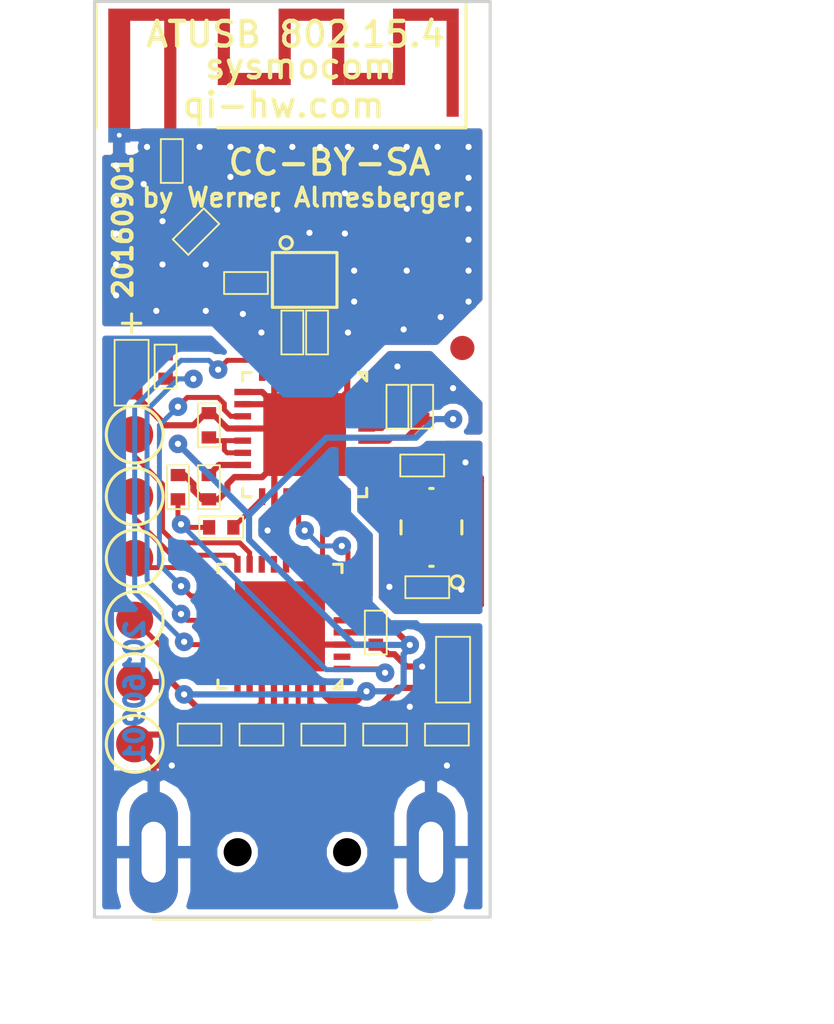
<source format=kicad_pcb>
(kicad_pcb (version 20160815) (host pcbnew 4.1.0-alpha+201608211231+7083~46~ubuntu16.04.1-product)

  (general
    (links 90)
    (no_connects 0)
    (area 114.03076 93.576139 147.966975 135.92556)
    (thickness 1.6002)
    (drawings 29)
    (tracks 510)
    (zones 0)
    (modules 36)
    (nets 45)
  )

  (page A4)
  (title_block
    (title "IEEE 802.15.4 USB Transceiver (AT86RF231)")
    (date "7 jun 2011")
    (rev 20110607)
    (company "Werner Almesberger")
  )

  (layers
    (0 Front signal hide)
    (31 Back signal)
    (35 F.Paste user)
    (37 F.SilkS user)
    (38 B.Mask user)
    (39 F.Mask user)
    (40 Dwgs.User user)
    (41 Cmts.User user)
    (44 Edge.Cuts user)
  )

  (setup
    (last_trace_width 0.2032)
    (user_trace_width 1.4732)
    (trace_clearance 0.2032)
    (zone_clearance 0.254)
    (zone_45_only no)
    (trace_min 0.2032)
    (segment_width 0.127)
    (edge_width 0.127)
    (via_size 0.762)
    (via_drill 0.254)
    (via_min_size 0.762)
    (via_min_drill 0.254)
    (uvia_size 0.508)
    (uvia_drill 0.127)
    (uvias_allowed no)
    (uvia_min_size 0.508)
    (uvia_min_drill 0.127)
    (pcb_text_width 0.3048)
    (pcb_text_size 1.524 2.032)
    (mod_edge_width 0.381)
    (mod_text_size 1.524 1.524)
    (mod_text_width 0.3048)
    (pad_size 1.524 1.524)
    (pad_drill 0.8128)
    (pad_to_mask_clearance 0)
    (pad_to_paste_clearance -0.0254)
    (aux_axis_origin 117.729 131.445)
    (visible_elements FFFFFF7F)
    (pcbplotparams
      (layerselection 0x013e8_ffffffff)
      (usegerberextensions false)
      (excludeedgelayer true)
      (linewidth 0.100000)
      (plotframeref false)
      (viasonmask false)
      (mode 1)
      (useauxorigin true)
      (hpglpennumber 1)
      (hpglpenspeed 20)
      (hpglpendiameter 15)
      (psnegative false)
      (psa4output false)
      (plotreference true)
      (plotvalue true)
      (plotinvisibletext false)
      (padsonsilk false)
      (subtractmaskfromsilk true)
      (outputformat 1)
      (mirror false)
      (drillshape 0)
      (scaleselection 1)
      (outputdirectory ""))
  )

  (net 0 "")
  (net 1 /RF/CLK)
  (net 2 /RF/CLKM)
  (net 3 /RF/FEED)
  (net 4 /RF/MISO)
  (net 5 /RF/RFN)
  (net 6 /RF/RPF)
  (net 7 /RF/SLP_TR)
  (net 8 /RF/nRST_RF)
  (net 9 /RF/nSS)
  (net 10 /USB/D+)
  (net 11 /USB/D-)
  (net 12 /USB/DN)
  (net 13 /USB/DP)
  (net 14 /USB/LED)
  (net 15 /USB/PDI)
  (net 16 /USB/PDO)
  (net 17 /USB/SCK)
  (net 18 /USB/VBUS)
  (net 19 /USB/nRESET)
  (net 20 VDD)
  (net 21 GND)
  (net 22 "Net-(ANT1-Pad2)")
  (net 23 "Net-(B1-Pad2)")
  (net 24 "Net-(B1-Pad3)")
  (net 25 "Net-(B1-Pad4)")
  (net 26 "Net-(C11-Pad2)")
  (net 27 "Net-(C12-Pad1)")
  (net 28 "Net-(C14-Pad1)")
  (net 29 "Net-(C15-Pad1)")
  (net 30 "Net-(D1-Pad1)")
  (net 31 "Net-(U1-Pad2)")
  (net 32 "Net-(U1-Pad5)")
  (net 33 /RF/IRQ_RF)
  (net 34 /RF/MOSI)
  (net 35 "Net-(U1-Pad10)")
  (net 36 /RF/SCLK)
  (net 37 "Net-(U1-Pad12)")
  (net 38 "Net-(U1-Pad13)")
  (net 39 "Net-(U1-Pad14)")
  (net 40 "Net-(U1-Pad19)")
  (net 41 "Net-(U1-Pad21)")
  (net 42 "Net-(U1-Pad23)")
  (net 43 "Net-(U1-Pad25)")
  (net 44 "Net-(U1-Pad26)")

  (net_class Default "This is the default net class."
    (clearance 0.2032)
    (trace_width 0.2032)
    (via_dia 0.762)
    (via_drill 0.254)
    (uvia_dia 0.508)
    (uvia_drill 0.127)
    (diff_pair_gap 0.25)
    (diff_pair_width 0.2)
    (add_net /RF/CLK)
    (add_net /RF/CLKM)
    (add_net /RF/IRQ_RF)
    (add_net /RF/MISO)
    (add_net /RF/MOSI)
    (add_net /RF/RFN)
    (add_net /RF/RPF)
    (add_net /RF/SCLK)
    (add_net /RF/SLP_TR)
    (add_net /RF/nRST_RF)
    (add_net /RF/nSS)
    (add_net /USB/D+)
    (add_net /USB/D-)
    (add_net /USB/DN)
    (add_net /USB/DP)
    (add_net /USB/LED)
    (add_net /USB/PDI)
    (add_net /USB/PDO)
    (add_net /USB/SCK)
    (add_net /USB/nRESET)
    (add_net GND)
    (add_net "Net-(ANT1-Pad2)")
    (add_net "Net-(B1-Pad2)")
    (add_net "Net-(B1-Pad3)")
    (add_net "Net-(B1-Pad4)")
    (add_net "Net-(C11-Pad2)")
    (add_net "Net-(C12-Pad1)")
    (add_net "Net-(C14-Pad1)")
    (add_net "Net-(C15-Pad1)")
    (add_net "Net-(D1-Pad1)")
    (add_net "Net-(U1-Pad10)")
    (add_net "Net-(U1-Pad12)")
    (add_net "Net-(U1-Pad13)")
    (add_net "Net-(U1-Pad14)")
    (add_net "Net-(U1-Pad19)")
    (add_net "Net-(U1-Pad2)")
    (add_net "Net-(U1-Pad21)")
    (add_net "Net-(U1-Pad23)")
    (add_net "Net-(U1-Pad25)")
    (add_net "Net-(U1-Pad26)")
    (add_net "Net-(U1-Pad5)")
  )

  (net_class 50R ""
    (clearance 0.2032)
    (trace_width 0.4826)
    (via_dia 0.762)
    (via_drill 0.254)
    (uvia_dia 0.508)
    (uvia_drill 0.127)
    (diff_pair_gap 0.25)
    (diff_pair_width 0.2)
    (add_net /RF/FEED)
  )

  (net_class Power ""
    (clearance 0.2032)
    (trace_width 0.254)
    (via_dia 0.762)
    (via_drill 0.254)
    (uvia_dia 0.508)
    (uvia_drill 0.127)
    (diff_pair_gap 0.25)
    (diff_pair_width 0.2)
    (add_net /USB/VBUS)
    (add_net VDD)
  )

  (module FIDUCIAL (layer Front) (tedit 4DEE809A) (tstamp 4D8A16F0)
    (at 125.857 128.778)
    (solder_mask_margin 0.00254)
    (attr smd)
    (fp_text reference FIDUCI-2 (at 0 1.524) (layer Cmts.User)
      (effects (font (size 0.508 0.508) (thickness 0.1016)))
    )
    (fp_text value Val* (at 0 0.381) (layer Cmts.User) hide
      (effects (font (size 0.508 0.508) (thickness 0.1016)))
    )
    (pad ? smd oval (at 0 0) (size 0.99568 0.99568) (layers Front))
    (pad "" smd oval (at 0 0) (size 1.99644 1.99644) (layers F.Mask))
  )

  (module FIDUCIAL (layer Front) (tedit 4DEE8067) (tstamp 4D8A175F)
    (at 132.842 108.077)
    (solder_mask_margin 0.00254)
    (attr smd)
    (fp_text reference FIDUCI-1 (at -1.143 -1.397) (layer Cmts.User)
      (effects (font (size 0.508 0.508) (thickness 0.1016)))
    )
    (fp_text value Val* (at 0 0.381) (layer Cmts.User) hide
      (effects (font (size 0.508 0.508) (thickness 0.1016)))
    )
    (pad ? smd oval (at 0 0) (size 0.99568 0.99568) (layers Front))
    (pad "" smd oval (at 0 0) (size 1.99644 1.99644) (layers F.Mask))
  )

  (module meander-2450MHz:MEANDER-2450MHz-right-1.0mm-RELAXED (layer Front) (tedit 57C7A9FE) (tstamp 57C7C06C)
    (at 118.745 99.441)
    (path /4C609C08/4C63FE17)
    (attr smd)
    (fp_text reference ANT1 (at 0.254 -0.889) (layer Cmts.User)
      (effects (font (size 0.508 0.508) (thickness 0.1016)))
    )
    (fp_text value 50R (at 0 0.381) (layer Cmts.User) hide
      (effects (font (size 0.508 0.508) (thickness 0.1016)))
    )
    (fp_line (start -0.94996 -0.39878) (end -0.94996 -5.59816) (layer F.SilkS) (width 0.127))
    (fp_line (start 14.2494 -5.59816) (end -0.94996 -5.59816) (layer F.SilkS) (width 0.127))
    (fp_line (start 14.2494 -5.59816) (end 14.2494 -0.39878) (layer F.SilkS) (width 0.127))
    (fp_line (start 14.2494 -0.39878) (end 4.04876 -0.39878) (layer F.SilkS) (width 0.127))
    (pad 1 thru_hole rect (at 0 -0.09906) (size 0.89916 0.5969) (drill 0.19812) (layers *.Cu)
      (net 21 GND))
    (pad X smd rect (at 0 -2.59842) (size 0.89916 4.39928) (layers Front))
    (pad X smd rect (at 2.04978 -5.04698) (size 4.99872 0.50038) (layers Front))
    (pad 2 smd rect (at 2.09804 -0.09906) (size 0.50038 0.5969) (layers Front)
      (net 22 "Net-(ANT1-Pad2)"))
    (pad X smd rect (at 2.09804 -2.59842) (size 0.50038 4.39928) (layers Front))
    (pad X smd rect (at 4.29768 -3.47726) (size 0.50038 2.63906) (layers Front))
    (pad X smd rect (at 5.54736 -2.40792) (size 1.99898 0.50038) (layers Front))
    (pad X smd rect (at 7.89686 -5.04698) (size 2.70002 0.50038) (layers Front))
    (pad X smd rect (at 8.99668 -3.47726) (size 0.50038 2.63906) (layers Front))
    (pad X smd rect (at 6.79704 -3.47726) (size 0.50038 2.63906) (layers Front))
    (pad X smd rect (at 11.49858 -3.47726) (size 0.49784 2.63906) (layers Front))
    (pad X smd rect (at 10.2489 -2.40792) (size 2.00152 0.50038) (layers Front))
    (pad X smd rect (at 12.5984 -5.04698) (size 2.70002 0.50038) (layers Front))
    (pad X smd rect (at 13.69822 -2.82702) (size 0.50038 3.93954) (layers Front))
  )

  (module 0805-6:0805-6 (layer Front) (tedit 56B455C5) (tstamp 57C7C081)
    (at 126.365 105.283 90)
    (path /4C609C08/4CF4B034)
    (attr smd)
    (fp_text reference B1 (at 1.651 0.127 180) (layer Cmts.User)
      (effects (font (size 0.508 0.508) (thickness 0.1016)))
    )
    (fp_text value 2450FB15L0001 (at 0 0.381 90) (layer Cmts.User) hide
      (effects (font (size 0.508 0.508) (thickness 0.1016)))
    )
    (fp_line (start -1.12522 1.32588) (end -1.12522 -1.32588) (layer F.SilkS) (width 0.127))
    (fp_line (start -1.12522 -1.32588) (end 1.12522 -1.32588) (layer F.SilkS) (width 0.127))
    (fp_line (start 1.12522 -1.32588) (end 1.12522 1.32588) (layer F.SilkS) (width 0.127))
    (fp_line (start 1.12522 1.32588) (end -1.12522 1.32588) (layer F.SilkS) (width 0.127))
    (pad 1 smd rect (at 0.6477 -0.79756 90) (size 0.34798 0.8001) (layers Front F.Paste F.Mask)
      (net 3 /RF/FEED))
    (pad 2 smd rect (at 0 -0.79756 90) (size 0.34544 0.8001) (layers Front F.Paste F.Mask)
      (net 23 "Net-(B1-Pad2)"))
    (pad 3 smd rect (at -0.6477 -0.79756 90) (size 0.34798 0.8001) (layers Front F.Paste F.Mask)
      (net 24 "Net-(B1-Pad3)"))
    (pad 4 smd rect (at -0.6477 0.79756 90) (size 0.34798 0.8001) (layers Front F.Paste F.Mask)
      (net 25 "Net-(B1-Pad4)"))
    (pad 5 smd rect (at 0 0.79756 90) (size 0.34544 0.8001) (layers Front F.Paste F.Mask)
      (net 21 GND))
    (pad 6 smd rect (at 0.6477 0.79756 90) (size 0.34798 0.8001) (layers Front F.Paste F.Mask)
      (net 21 GND))
  )

  (module stdpass:0603 (layer Front) (tedit 537B9575) (tstamp 57C7C08E)
    (at 132.461 121.285 90)
    (path /4C609BEF/4C6401AA)
    (attr smd)
    (fp_text reference C1 (at 0 -1.143 90) (layer Cmts.User)
      (effects (font (size 0.508 0.508) (thickness 0.1016)))
    )
    (fp_text value 10uF (at 0 0.381 90) (layer Cmts.User) hide
      (effects (font (size 0.508 0.508) (thickness 0.1016)))
    )
    (fp_line (start -1.34874 0.6985) (end -1.34874 -0.6985) (layer F.SilkS) (width 0.0762))
    (fp_line (start -1.34874 -0.6985) (end 1.34874 -0.6985) (layer F.SilkS) (width 0.0762))
    (fp_line (start 1.34874 -0.6985) (end 1.34874 0.6985) (layer F.SilkS) (width 0.0762))
    (fp_line (start 1.34874 0.6985) (end -1.34874 0.6985) (layer F.SilkS) (width 0.0762))
    (pad 1 smd rect (at -0.7493 0 90) (size 0.70104 0.89916) (layers Front F.Paste F.Mask)
      (net 18 /USB/VBUS))
    (pad 2 smd rect (at 0.7493 0 90) (size 0.70104 0.89916) (layers Front F.Paste F.Mask)
      (net 21 GND))
  )

  (module stdpass:0402 (layer Front) (tedit 537B9575) (tstamp 57C7C097)
    (at 129.286 119.761 270)
    (path /4C609BEF/4C6401B3)
    (attr smd)
    (fp_text reference C2 (at 0 -1.016 270) (layer Cmts.User)
      (effects (font (size 0.508 0.508) (thickness 0.1016)))
    )
    (fp_text value 1uF (at 0 0.381 270) (layer Cmts.User) hide
      (effects (font (size 0.508 0.508) (thickness 0.1016)))
    )
    (fp_line (start -0.89916 0.44958) (end -0.89916 -0.44958) (layer F.SilkS) (width 0.0762))
    (fp_line (start -0.89916 -0.44958) (end 0.89916 -0.44958) (layer F.SilkS) (width 0.0762))
    (fp_line (start 0.89916 -0.44958) (end 0.89916 0.44958) (layer F.SilkS) (width 0.0762))
    (fp_line (start 0.89916 0.44958) (end -0.89916 0.44958) (layer F.SilkS) (width 0.0762))
    (pad 1 smd rect (at -0.49784 0 270) (size 0.50038 0.59944) (layers Front F.Paste F.Mask)
      (net 20 VDD))
    (pad 2 smd rect (at 0.49784 0 270) (size 0.50038 0.59944) (layers Front F.Paste F.Mask)
      (net 21 GND))
  )

  (module stdpass:0402 (layer Front) (tedit 537B9575) (tstamp 57C7C0A0)
    (at 123.952 105.41 180)
    (path /4C609C08/4C641710)
    (attr smd)
    (fp_text reference C3 (at 0 0.889 180) (layer Cmts.User)
      (effects (font (size 0.508 0.508) (thickness 0.1016)))
    )
    (fp_text value 22pF/RF (at 0 0.381 180) (layer Cmts.User) hide
      (effects (font (size 0.508 0.508) (thickness 0.1016)))
    )
    (fp_line (start -0.89916 0.44958) (end -0.89916 -0.44958) (layer F.SilkS) (width 0.0762))
    (fp_line (start -0.89916 -0.44958) (end 0.89916 -0.44958) (layer F.SilkS) (width 0.0762))
    (fp_line (start 0.89916 -0.44958) (end 0.89916 0.44958) (layer F.SilkS) (width 0.0762))
    (fp_line (start 0.89916 0.44958) (end -0.89916 0.44958) (layer F.SilkS) (width 0.0762))
    (pad 1 smd rect (at -0.49784 0 180) (size 0.50038 0.59944) (layers Front F.Paste F.Mask)
      (net 23 "Net-(B1-Pad2)"))
    (pad 2 smd rect (at 0.49784 0 180) (size 0.50038 0.59944) (layers Front F.Paste F.Mask)
      (net 21 GND))
  )

  (module stdpass:0402 (layer Front) (tedit 537B9575) (tstamp 57C7C0A9)
    (at 125.857 107.442 270)
    (path /4C609C08/4C641506)
    (attr smd)
    (fp_text reference C8 (at 0 0.889 270) (layer Cmts.User)
      (effects (font (size 0.508 0.508) (thickness 0.1016)))
    )
    (fp_text value 22pF/RF (at 0 0.381 270) (layer Cmts.User) hide
      (effects (font (size 0.508 0.508) (thickness 0.1016)))
    )
    (fp_line (start -0.89916 0.44958) (end -0.89916 -0.44958) (layer F.SilkS) (width 0.0762))
    (fp_line (start -0.89916 -0.44958) (end 0.89916 -0.44958) (layer F.SilkS) (width 0.0762))
    (fp_line (start 0.89916 -0.44958) (end 0.89916 0.44958) (layer F.SilkS) (width 0.0762))
    (fp_line (start 0.89916 0.44958) (end -0.89916 0.44958) (layer F.SilkS) (width 0.0762))
    (pad 1 smd rect (at -0.49784 0 270) (size 0.50038 0.59944) (layers Front F.Paste F.Mask)
      (net 24 "Net-(B1-Pad3)"))
    (pad 2 smd rect (at 0.49784 0 270) (size 0.50038 0.59944) (layers Front F.Paste F.Mask)
      (net 5 /RF/RFN))
  )

  (module stdpass:0402 (layer Front) (tedit 537B9575) (tstamp 57C7C0B2)
    (at 126.873 107.442 270)
    (path /4C609C08/4C641509)
    (attr smd)
    (fp_text reference C9 (at 0 -1.016 270) (layer Cmts.User)
      (effects (font (size 0.508 0.508) (thickness 0.1016)))
    )
    (fp_text value 22pF/RF (at 0 0.381 270) (layer Cmts.User) hide
      (effects (font (size 0.508 0.508) (thickness 0.1016)))
    )
    (fp_line (start -0.89916 0.44958) (end -0.89916 -0.44958) (layer F.SilkS) (width 0.0762))
    (fp_line (start -0.89916 -0.44958) (end 0.89916 -0.44958) (layer F.SilkS) (width 0.0762))
    (fp_line (start 0.89916 -0.44958) (end 0.89916 0.44958) (layer F.SilkS) (width 0.0762))
    (fp_line (start 0.89916 0.44958) (end -0.89916 0.44958) (layer F.SilkS) (width 0.0762))
    (pad 1 smd rect (at -0.49784 0 270) (size 0.50038 0.59944) (layers Front F.Paste F.Mask)
      (net 25 "Net-(B1-Pad4)"))
    (pad 2 smd rect (at 0.49784 0 270) (size 0.50038 0.59944) (layers Front F.Paste F.Mask)
      (net 6 /RF/RPF))
  )

  (module stdpass:0402 (layer Front) (tedit 537B9575) (tstamp 57C7C0BB)
    (at 122.428 113.792 270)
    (path /4C609C08/4C640A7E)
    (attr smd)
    (fp_text reference C10 (at -1.27 0) (layer Cmts.User)
      (effects (font (size 0.508 0.508) (thickness 0.1016)))
    )
    (fp_text value 1uF (at 0 0.381 270) (layer Cmts.User) hide
      (effects (font (size 0.508 0.508) (thickness 0.1016)))
    )
    (fp_line (start -0.89916 0.44958) (end -0.89916 -0.44958) (layer F.SilkS) (width 0.0762))
    (fp_line (start -0.89916 -0.44958) (end 0.89916 -0.44958) (layer F.SilkS) (width 0.0762))
    (fp_line (start 0.89916 -0.44958) (end 0.89916 0.44958) (layer F.SilkS) (width 0.0762))
    (fp_line (start 0.89916 0.44958) (end -0.89916 0.44958) (layer F.SilkS) (width 0.0762))
    (pad 1 smd rect (at -0.49784 0 270) (size 0.50038 0.59944) (layers Front F.Paste F.Mask)
      (net 20 VDD))
    (pad 2 smd rect (at 0.49784 0 270) (size 0.50038 0.59944) (layers Front F.Paste F.Mask)
      (net 21 GND))
  )

  (module stdpass:0402 (layer Front) (tedit 537B9575) (tstamp 57C7C0C4)
    (at 130.175 110.49 270)
    (path /4C609C08/4C641004)
    (attr smd)
    (fp_text reference C11 (at -1.778 0 270) (layer Cmts.User)
      (effects (font (size 0.508 0.508) (thickness 0.1016)))
    )
    (fp_text value 1uF (at 0 0.381 270) (layer Cmts.User) hide
      (effects (font (size 0.508 0.508) (thickness 0.1016)))
    )
    (fp_line (start -0.89916 0.44958) (end -0.89916 -0.44958) (layer F.SilkS) (width 0.0762))
    (fp_line (start -0.89916 -0.44958) (end 0.89916 -0.44958) (layer F.SilkS) (width 0.0762))
    (fp_line (start 0.89916 -0.44958) (end 0.89916 0.44958) (layer F.SilkS) (width 0.0762))
    (fp_line (start 0.89916 0.44958) (end -0.89916 0.44958) (layer F.SilkS) (width 0.0762))
    (pad 1 smd rect (at -0.49784 0 270) (size 0.50038 0.59944) (layers Front F.Paste F.Mask)
      (net 21 GND))
    (pad 2 smd rect (at 0.49784 0 270) (size 0.50038 0.59944) (layers Front F.Paste F.Mask)
      (net 26 "Net-(C11-Pad2)"))
  )

  (module stdpass:0402 (layer Front) (tedit 537B9575) (tstamp 57C7C0CD)
    (at 122.428 111.252 90)
    (path /4C609C08/4C640A84)
    (attr smd)
    (fp_text reference C12 (at 1.778 0 90) (layer Cmts.User)
      (effects (font (size 0.508 0.508) (thickness 0.1016)))
    )
    (fp_text value 1uF (at 0 0.381 90) (layer Cmts.User) hide
      (effects (font (size 0.508 0.508) (thickness 0.1016)))
    )
    (fp_line (start -0.89916 0.44958) (end -0.89916 -0.44958) (layer F.SilkS) (width 0.0762))
    (fp_line (start -0.89916 -0.44958) (end 0.89916 -0.44958) (layer F.SilkS) (width 0.0762))
    (fp_line (start 0.89916 -0.44958) (end 0.89916 0.44958) (layer F.SilkS) (width 0.0762))
    (fp_line (start 0.89916 0.44958) (end -0.89916 0.44958) (layer F.SilkS) (width 0.0762))
    (pad 1 smd rect (at -0.49784 0 90) (size 0.50038 0.59944) (layers Front F.Paste F.Mask)
      (net 27 "Net-(C12-Pad1)"))
    (pad 2 smd rect (at 0.49784 0 90) (size 0.50038 0.59944) (layers Front F.Paste F.Mask)
      (net 21 GND))
  )

  (module stdpass:0402 (layer Front) (tedit 537B9575) (tstamp 57C7C0D6)
    (at 131.191 110.49 90)
    (path /4C609C08/4C640A76)
    (attr smd)
    (fp_text reference C13 (at 1.778 0 90) (layer Cmts.User)
      (effects (font (size 0.508 0.508) (thickness 0.1016)))
    )
    (fp_text value 1uF (at 0 0.381 90) (layer Cmts.User) hide
      (effects (font (size 0.508 0.508) (thickness 0.1016)))
    )
    (fp_line (start -0.89916 0.44958) (end -0.89916 -0.44958) (layer F.SilkS) (width 0.0762))
    (fp_line (start -0.89916 -0.44958) (end 0.89916 -0.44958) (layer F.SilkS) (width 0.0762))
    (fp_line (start 0.89916 -0.44958) (end 0.89916 0.44958) (layer F.SilkS) (width 0.0762))
    (fp_line (start 0.89916 0.44958) (end -0.89916 0.44958) (layer F.SilkS) (width 0.0762))
    (pad 1 smd rect (at -0.49784 0 90) (size 0.50038 0.59944) (layers Front F.Paste F.Mask)
      (net 20 VDD))
    (pad 2 smd rect (at 0.49784 0 90) (size 0.50038 0.59944) (layers Front F.Paste F.Mask)
      (net 21 GND))
  )

  (module stdpass:0402 (layer Front) (tedit 537B9575) (tstamp 57C7C0DF)
    (at 131.191 112.903)
    (path /4C609C08/4C640A73)
    (attr smd)
    (fp_text reference C14 (at 0 -0.889) (layer Cmts.User)
      (effects (font (size 0.508 0.508) (thickness 0.1016)))
    )
    (fp_text value 12pF (at 0 0.381) (layer Cmts.User) hide
      (effects (font (size 0.508 0.508) (thickness 0.1016)))
    )
    (fp_line (start -0.89916 0.44958) (end -0.89916 -0.44958) (layer F.SilkS) (width 0.0762))
    (fp_line (start -0.89916 -0.44958) (end 0.89916 -0.44958) (layer F.SilkS) (width 0.0762))
    (fp_line (start 0.89916 -0.44958) (end 0.89916 0.44958) (layer F.SilkS) (width 0.0762))
    (fp_line (start 0.89916 0.44958) (end -0.89916 0.44958) (layer F.SilkS) (width 0.0762))
    (pad 1 smd rect (at -0.49784 0) (size 0.50038 0.59944) (layers Front F.Paste F.Mask)
      (net 28 "Net-(C14-Pad1)"))
    (pad 2 smd rect (at 0.49784 0) (size 0.50038 0.59944) (layers Front F.Paste F.Mask)
      (net 21 GND))
  )

  (module stdpass:0402 (layer Front) (tedit 537B9575) (tstamp 57C7C0E8)
    (at 131.4 117.9 180)
    (path /4C609C08/4C640A7B)
    (attr smd)
    (fp_text reference C15 (at 0 -0.972 180) (layer Cmts.User)
      (effects (font (size 0.508 0.508) (thickness 0.1016)))
    )
    (fp_text value 12pF (at 0 0.381 180) (layer Cmts.User) hide
      (effects (font (size 0.508 0.508) (thickness 0.1016)))
    )
    (fp_line (start -0.89916 0.44958) (end -0.89916 -0.44958) (layer F.SilkS) (width 0.0762))
    (fp_line (start -0.89916 -0.44958) (end 0.89916 -0.44958) (layer F.SilkS) (width 0.0762))
    (fp_line (start 0.89916 -0.44958) (end 0.89916 0.44958) (layer F.SilkS) (width 0.0762))
    (fp_line (start 0.89916 0.44958) (end -0.89916 0.44958) (layer F.SilkS) (width 0.0762))
    (pad 1 smd rect (at -0.49784 0 180) (size 0.50038 0.59944) (layers Front F.Paste F.Mask)
      (net 29 "Net-(C15-Pad1)"))
    (pad 2 smd rect (at 0.49784 0 180) (size 0.50038 0.59944) (layers Front F.Paste F.Mask)
      (net 21 GND))
  )

  (module stdpass:0402 (layer Front) (tedit 537B9575) (tstamp 57C7C0F1)
    (at 121.9 103.3 225)
    (path /4C609C08/4D3B018B)
    (attr smd)
    (fp_text reference C16 (at 1.837063 -0.069296 225) (layer Cmts.User)
      (effects (font (size 0.508 0.508) (thickness 0.1016)))
    )
    (fp_text value NC (at 0 0.381 225) (layer Cmts.User) hide
      (effects (font (size 0.508 0.508) (thickness 0.1016)))
    )
    (fp_line (start -0.89916 0.44958) (end -0.89916 -0.44958) (layer F.SilkS) (width 0.0762))
    (fp_line (start -0.89916 -0.44958) (end 0.89916 -0.44958) (layer F.SilkS) (width 0.0762))
    (fp_line (start 0.89916 -0.44958) (end 0.89916 0.44958) (layer F.SilkS) (width 0.0762))
    (fp_line (start 0.89916 0.44958) (end -0.89916 0.44958) (layer F.SilkS) (width 0.0762))
    (pad 1 smd rect (at -0.49784 0 225) (size 0.50038 0.59944) (layers Front F.Paste F.Mask)
      (net 3 /RF/FEED))
    (pad 2 smd rect (at 0.49784 0 225) (size 0.50038 0.59944) (layers Front F.Paste F.Mask)
      (net 21 GND))
  )

  (module stdpass:0402 (layer Front) (tedit 537B9575) (tstamp 57C7C0FA)
    (at 121.158 113.792 90)
    (path /4C609C08/4D425FF1)
    (attr smd)
    (fp_text reference C17 (at 1.778 0 90) (layer Cmts.User)
      (effects (font (size 0.508 0.508) (thickness 0.1016)))
    )
    (fp_text value 2.2pF (at 0 0.381 90) (layer Cmts.User) hide
      (effects (font (size 0.508 0.508) (thickness 0.1016)))
    )
    (fp_line (start -0.89916 0.44958) (end -0.89916 -0.44958) (layer F.SilkS) (width 0.0762))
    (fp_line (start -0.89916 -0.44958) (end 0.89916 -0.44958) (layer F.SilkS) (width 0.0762))
    (fp_line (start 0.89916 -0.44958) (end 0.89916 0.44958) (layer F.SilkS) (width 0.0762))
    (fp_line (start 0.89916 0.44958) (end -0.89916 0.44958) (layer F.SilkS) (width 0.0762))
    (pad 1 smd rect (at -0.49784 0 90) (size 0.50038 0.59944) (layers Front F.Paste F.Mask)
      (net 1 /RF/CLK))
    (pad 2 smd rect (at 0.49784 0 90) (size 0.50038 0.59944) (layers Front F.Paste F.Mask)
      (net 21 GND))
  )

  (module usb_a_plug_smt:USB-A-PLUG-SMT (layer Front) (tedit 51C3B150) (tstamp 57C7C103)
    (at 125.857 128.778)
    (path /4C609BEF/4FBDA09F)
    (attr smd)
    (fp_text reference CON1 (at 3.937 0 90) (layer Cmts.User)
      (effects (font (size 0.508 0.508) (thickness 0.1016)))
    )
    (fp_text value USB_A_PLUG (at 0 0.381) (layer Cmts.User) hide
      (effects (font (size 0.508 0.508) (thickness 0.1016)))
    )
    (fp_line (start -5.69976 2.74828) (end 5.69976 2.74828) (layer F.SilkS) (width 0.127))
    (pad 1 smd rect (at 3.49758 -2.69748) (size 1.20142 2.20218) (layers Front F.Paste F.Mask)
      (net 18 /USB/VBUS))
    (pad 2 smd rect (at 0.99822 -2.69748) (size 1.19888 2.20218) (layers Front F.Paste F.Mask)
      (net 11 /USB/D-))
    (pad 3 smd rect (at -0.99822 -2.69748) (size 1.19888 2.20218) (layers Front F.Paste F.Mask)
      (net 10 /USB/D+))
    (pad 4 smd rect (at -3.49758 -2.69748) (size 1.20142 2.20218) (layers Front F.Paste F.Mask)
      (net 21 GND))
    (pad 5 thru_hole oval (at -5.69722 0) (size 1.99898 4.99872) (drill oval 0.99822 2.49936) (layers *.Cu *.Mask)
      (net 21 GND))
    (pad 6 thru_hole oval (at 5.69722 0) (size 1.99898 4.99872) (drill oval 0.99822 2.49936) (layers *.Cu *.Mask)
      (net 21 GND))
    (pad HOLE np_thru_hole circle (at -2.2479 0) (size 1.15062 1.15062) (drill 1.15062) (layers *.Mask))
    (pad HOLE np_thru_hole circle (at 2.2479 0) (size 1.15062 1.15062) (drill 1.15062) (layers *.Mask))
  )

  (module stdpass:0603 (layer Front) (tedit 537B9575) (tstamp 57C7C10F)
    (at 119.253 109.093 270)
    (path /4C609BEF/4C6402EE)
    (attr smd)
    (fp_text reference D1 (at -2.032 0.889 270) (layer Cmts.User)
      (effects (font (size 0.508 0.508) (thickness 0.1016)))
    )
    (fp_text value LTST-C190KRKT (at 0 0.381 270) (layer Cmts.User) hide
      (effects (font (size 0.508 0.508) (thickness 0.1016)))
    )
    (fp_line (start -1.34874 0.6985) (end -1.34874 -0.6985) (layer F.SilkS) (width 0.0762))
    (fp_line (start -1.34874 -0.6985) (end 1.34874 -0.6985) (layer F.SilkS) (width 0.0762))
    (fp_line (start 1.34874 -0.6985) (end 1.34874 0.6985) (layer F.SilkS) (width 0.0762))
    (fp_line (start 1.34874 0.6985) (end -1.34874 0.6985) (layer F.SilkS) (width 0.0762))
    (pad 1 smd rect (at -0.7493 0 270) (size 0.70104 0.89916) (layers Front F.Paste F.Mask)
      (net 30 "Net-(D1-Pad1)"))
    (pad 2 smd rect (at 0.7493 0 270) (size 0.70104 0.89916) (layers Front F.Paste F.Mask)
      (net 21 GND))
  )

  (module pads:PAD_C_60x60 (layer Front) (tedit 52D9BA48) (tstamp 57C7C118)
    (at 119.38 124.333)
    (path /4C609BEF/4C6401FE)
    (attr smd)
    (fp_text reference P11 (at -0.508 1.651) (layer Cmts.User)
      (effects (font (size 0.508 0.508) (thickness 0.1016)))
    )
    (fp_text value TESTPOINT (at 0 0.381) (layer Cmts.User) hide
      (effects (font (size 0.508 0.508) (thickness 0.1016)))
    )
    (fp_circle (center 0 0) (end 0 -1.16586) (layer F.SilkS) (width 0.127))
    (pad 1 smd oval (at 0 0) (size 1.524 1.524) (layers Front F.Mask)
      (net 21 GND))
  )

  (module pads:PAD_C_60x60 (layer Front) (tedit 52D9BA48) (tstamp 57C7C11D)
    (at 119.38 121.793)
    (path /4C609BEF/4C640200)
    (attr smd)
    (fp_text reference P12 (at 2.032 0) (layer Cmts.User)
      (effects (font (size 0.508 0.508) (thickness 0.1016)))
    )
    (fp_text value TESTPOINT (at 0 0.381) (layer Cmts.User) hide
      (effects (font (size 0.508 0.508) (thickness 0.1016)))
    )
    (fp_circle (center 0 0) (end 0 -1.16586) (layer F.SilkS) (width 0.127))
    (pad 1 smd oval (at 0 0) (size 1.524 1.524) (layers Front F.Mask)
      (net 20 VDD))
  )

  (module pads:PAD_C_60x60 (layer Front) (tedit 52D9BA48) (tstamp 57C7C122)
    (at 119.38 119.253)
    (path /4C609BEF/4C640202)
    (attr smd)
    (fp_text reference P13 (at 2.032 0) (layer Cmts.User)
      (effects (font (size 0.508 0.508) (thickness 0.1016)))
    )
    (fp_text value TESTPOINT (at 0 0.381) (layer Cmts.User) hide
      (effects (font (size 0.508 0.508) (thickness 0.1016)))
    )
    (fp_circle (center 0 0) (end 0 -1.16586) (layer F.SilkS) (width 0.127))
    (pad 1 smd oval (at 0 0) (size 1.524 1.524) (layers Front F.Mask)
      (net 19 /USB/nRESET))
  )

  (module pads:PAD_C_60x60 (layer Front) (tedit 52D9BA48) (tstamp 57C7C127)
    (at 119.38 116.713)
    (path /4C609BEF/4C640203)
    (attr smd)
    (fp_text reference P14 (at 2.032 0.127) (layer Cmts.User)
      (effects (font (size 0.508 0.508) (thickness 0.1016)))
    )
    (fp_text value TESTPOINT (at 0 0.381) (layer Cmts.User) hide
      (effects (font (size 0.508 0.508) (thickness 0.1016)))
    )
    (fp_circle (center 0 0) (end 0 -1.16586) (layer F.SilkS) (width 0.127))
    (pad 1 smd oval (at 0 0) (size 1.524 1.524) (layers Front F.Mask)
      (net 16 /USB/PDO))
  )

  (module pads:PAD_C_60x60 (layer Front) (tedit 52D9BA48) (tstamp 57C7C12C)
    (at 119.38 114.173)
    (path /4C609BEF/4D425D53)
    (attr smd)
    (fp_text reference P15 (at 1.778 1.143) (layer Cmts.User)
      (effects (font (size 0.508 0.508) (thickness 0.1016)))
    )
    (fp_text value TESTPOINT (at 0 0.381) (layer Cmts.User) hide
      (effects (font (size 0.508 0.508) (thickness 0.1016)))
    )
    (fp_circle (center 0 0) (end 0 -1.16586) (layer F.SilkS) (width 0.127))
    (pad 1 smd oval (at 0 0) (size 1.524 1.524) (layers Front F.Mask)
      (net 15 /USB/PDI))
  )

  (module pads:PAD_C_60x60 (layer Front) (tedit 52D9BA48) (tstamp 57C7C131)
    (at 119.38 111.633)
    (path /4C609BEF/4D425D62)
    (attr smd)
    (fp_text reference P16 (at 1.651 -1.143) (layer Cmts.User)
      (effects (font (size 0.508 0.508) (thickness 0.1016)))
    )
    (fp_text value TESTPOINT (at 0 0.381) (layer Cmts.User) hide
      (effects (font (size 0.508 0.508) (thickness 0.1016)))
    )
    (fp_circle (center 0 0) (end 0 -1.16586) (layer F.SilkS) (width 0.127))
    (pad 1 smd oval (at 0 0) (size 1.524 1.524) (layers Front F.Mask)
      (net 17 /USB/SCK))
  )

  (module stdpass:0402 (layer Front) (tedit 537B9575) (tstamp 57C7C136)
    (at 120.65 108.839 270)
    (path /4C609BEF/4C6402F2)
    (attr smd)
    (fp_text reference R1 (at -1.524 0 270) (layer Cmts.User)
      (effects (font (size 0.508 0.508) (thickness 0.1016)))
    )
    (fp_text value 180 (at 0 0.381 270) (layer Cmts.User) hide
      (effects (font (size 0.508 0.508) (thickness 0.1016)))
    )
    (fp_line (start -0.89916 0.44958) (end -0.89916 -0.44958) (layer F.SilkS) (width 0.0762))
    (fp_line (start -0.89916 -0.44958) (end 0.89916 -0.44958) (layer F.SilkS) (width 0.0762))
    (fp_line (start 0.89916 -0.44958) (end 0.89916 0.44958) (layer F.SilkS) (width 0.0762))
    (fp_line (start 0.89916 0.44958) (end -0.89916 0.44958) (layer F.SilkS) (width 0.0762))
    (pad 1 smd rect (at -0.49784 0 270) (size 0.50038 0.59944) (layers Front F.Paste F.Mask)
      (net 30 "Net-(D1-Pad1)"))
    (pad 2 smd rect (at 0.49784 0 270) (size 0.50038 0.59944) (layers Front F.Paste F.Mask)
      (net 14 /USB/LED))
  )

  (module stdpass:0402 (layer Front) (tedit 537B9575) (tstamp 57C7C13F)
    (at 120.904 100.4 270)
    (path /4C609C08/4CF4B07E)
    (attr smd)
    (fp_text reference R3 (at 0 0.889 270) (layer Cmts.User)
      (effects (font (size 0.508 0.508) (thickness 0.1016)))
    )
    (fp_text value 0R (at 0 0.381 270) (layer Cmts.User) hide
      (effects (font (size 0.508 0.508) (thickness 0.1016)))
    )
    (fp_line (start -0.89916 0.44958) (end -0.89916 -0.44958) (layer F.SilkS) (width 0.0762))
    (fp_line (start -0.89916 -0.44958) (end 0.89916 -0.44958) (layer F.SilkS) (width 0.0762))
    (fp_line (start 0.89916 -0.44958) (end 0.89916 0.44958) (layer F.SilkS) (width 0.0762))
    (fp_line (start 0.89916 0.44958) (end -0.89916 0.44958) (layer F.SilkS) (width 0.0762))
    (pad 1 smd rect (at -0.49784 0 270) (size 0.50038 0.59944) (layers Front F.Paste F.Mask)
      (net 22 "Net-(ANT1-Pad2)"))
    (pad 2 smd rect (at 0.49784 0 270) (size 0.50038 0.59944) (layers Front F.Paste F.Mask)
      (net 3 /RF/FEED))
  )

  (module stdpass:0402 (layer Front) (tedit 537B9575) (tstamp 57C7C148)
    (at 124.587 123.952)
    (path /4C609BEF/4D4258D9)
    (attr smd)
    (fp_text reference R4 (at 0 -0.889) (layer Cmts.User)
      (effects (font (size 0.508 0.508) (thickness 0.1016)))
    )
    (fp_text value 22 (at 0 0.381) (layer Cmts.User) hide
      (effects (font (size 0.508 0.508) (thickness 0.1016)))
    )
    (fp_line (start -0.89916 0.44958) (end -0.89916 -0.44958) (layer F.SilkS) (width 0.0762))
    (fp_line (start -0.89916 -0.44958) (end 0.89916 -0.44958) (layer F.SilkS) (width 0.0762))
    (fp_line (start 0.89916 -0.44958) (end 0.89916 0.44958) (layer F.SilkS) (width 0.0762))
    (fp_line (start 0.89916 0.44958) (end -0.89916 0.44958) (layer F.SilkS) (width 0.0762))
    (pad 1 smd rect (at -0.49784 0) (size 0.50038 0.59944) (layers Front F.Paste F.Mask)
      (net 10 /USB/D+))
    (pad 2 smd rect (at 0.49784 0) (size 0.50038 0.59944) (layers Front F.Paste F.Mask)
      (net 13 /USB/DP))
  )

  (module stdpass:0402 (layer Front) (tedit 537B9575) (tstamp 57C7C151)
    (at 127.127 123.952)
    (path /4C609BEF/4D4258DC)
    (attr smd)
    (fp_text reference R5 (at 0 -0.889) (layer Cmts.User)
      (effects (font (size 0.508 0.508) (thickness 0.1016)))
    )
    (fp_text value 22 (at 0 0.381) (layer Cmts.User) hide
      (effects (font (size 0.508 0.508) (thickness 0.1016)))
    )
    (fp_line (start -0.89916 0.44958) (end -0.89916 -0.44958) (layer F.SilkS) (width 0.0762))
    (fp_line (start -0.89916 -0.44958) (end 0.89916 -0.44958) (layer F.SilkS) (width 0.0762))
    (fp_line (start 0.89916 -0.44958) (end 0.89916 0.44958) (layer F.SilkS) (width 0.0762))
    (fp_line (start 0.89916 0.44958) (end -0.89916 0.44958) (layer F.SilkS) (width 0.0762))
    (pad 1 smd rect (at -0.49784 0) (size 0.50038 0.59944) (layers Front F.Paste F.Mask)
      (net 12 /USB/DN))
    (pad 2 smd rect (at 0.49784 0) (size 0.50038 0.59944) (layers Front F.Paste F.Mask)
      (net 11 /USB/D-))
  )

  (module stdpass:0402 (layer Front) (tedit 537B9575) (tstamp 57C7C15A)
    (at 122.936 115.443 180)
    (path /4C609C08/4D425FEE)
    (attr smd)
    (fp_text reference R6 (at -1.524 0 180) (layer Cmts.User)
      (effects (font (size 0.508 0.508) (thickness 0.1016)))
    )
    (fp_text value 180 (at 0 0.381 180) (layer Cmts.User) hide
      (effects (font (size 0.508 0.508) (thickness 0.1016)))
    )
    (fp_line (start -0.89916 0.44958) (end -0.89916 -0.44958) (layer F.SilkS) (width 0.0762))
    (fp_line (start -0.89916 -0.44958) (end 0.89916 -0.44958) (layer F.SilkS) (width 0.0762))
    (fp_line (start 0.89916 -0.44958) (end 0.89916 0.44958) (layer F.SilkS) (width 0.0762))
    (fp_line (start 0.89916 0.44958) (end -0.89916 0.44958) (layer F.SilkS) (width 0.0762))
    (pad 1 smd rect (at -0.49784 0 180) (size 0.50038 0.59944) (layers Front F.Paste F.Mask)
      (net 2 /RF/CLKM))
    (pad 2 smd rect (at 0.49784 0 180) (size 0.50038 0.59944) (layers Front F.Paste F.Mask)
      (net 1 /RF/CLK))
  )

  (module qfn:QFN32-VHHD-2 (layer Front) (tedit 56B74EE7) (tstamp 57C7C163)
    (at 125.349 119.507 180)
    (path /4C609BEF/579F67AD)
    (attr smd)
    (fp_text reference U1 (at -3.429 -2.667 180) (layer Cmts.User)
      (effects (font (size 0.508 0.508) (thickness 0.1016)))
    )
    (fp_text value ATmega32U2 (at 0 0.381 180) (layer Cmts.User) hide
      (effects (font (size 0.508 0.508) (thickness 0.1016)))
    )
    (fp_line (start -2.54762 -2.54762) (end -2.20472 -2.54762) (layer F.SilkS) (width 0.127))
    (fp_line (start -2.54762 -2.54762) (end -2.54762 -2.20472) (layer F.SilkS) (width 0.127))
    (fp_line (start -2.54762 -2.20472) (end -2.20472 -2.54762) (layer F.SilkS) (width 0.127))
    (fp_line (start -2.54762 2.54762) (end -2.54762 2.20472) (layer F.SilkS) (width 0.127))
    (fp_line (start -2.54762 2.54762) (end -2.20472 2.54762) (layer F.SilkS) (width 0.127))
    (fp_line (start -2.20472 2.54762) (end -2.20472 2.54762) (layer F.SilkS) (width 0.127))
    (fp_line (start 2.54762 2.54762) (end 2.20472 2.54762) (layer F.SilkS) (width 0.127))
    (fp_line (start 2.54762 2.54762) (end 2.54762 2.20472) (layer F.SilkS) (width 0.127))
    (fp_line (start 2.54762 2.20472) (end 2.54762 2.20472) (layer F.SilkS) (width 0.127))
    (fp_line (start 2.54762 -2.54762) (end 2.54762 -2.20472) (layer F.SilkS) (width 0.127))
    (fp_line (start 2.54762 -2.54762) (end 2.20472 -2.54762) (layer F.SilkS) (width 0.127))
    (fp_line (start 2.20472 -2.54762) (end 2.20472 -2.54762) (layer F.SilkS) (width 0.127))
    (pad 1 smd rect (at -2.54762 -1.74752 180) (size 0.68834 0.26162) (layers Front F.Paste F.Mask)
      (net 1 /RF/CLK))
    (pad 2 smd rect (at -2.54762 -1.24714 180) (size 0.68834 0.26162) (layers Front F.Paste F.Mask)
      (net 31 "Net-(U1-Pad2)"))
    (pad 3 smd rect (at -2.54762 -0.7493 180) (size 0.68834 0.25908) (layers Front F.Paste F.Mask)
      (net 21 GND))
    (pad 4 smd rect (at -2.54762 -0.24892 180) (size 0.68834 0.25908) (layers Front F.Paste F.Mask)
      (net 20 VDD))
    (pad 5 smd rect (at -2.54762 0.24892 180) (size 0.68834 0.25908) (layers Front F.Paste F.Mask)
      (net 32 "Net-(U1-Pad5)"))
    (pad 6 smd rect (at -2.54762 0.7493 180) (size 0.68834 0.25908) (layers Front F.Paste F.Mask)
      (net 33 /RF/IRQ_RF))
    (pad 7 smd rect (at -2.54762 1.24714 180) (size 0.68834 0.26162) (layers Front F.Paste F.Mask)
      (net 9 /RF/nSS))
    (pad 8 smd rect (at -2.54762 1.74752 180) (size 0.68834 0.26162) (layers Front F.Paste F.Mask)
      (net 4 /RF/MISO))
    (pad 9 smd rect (at -1.74752 2.54762 180) (size 0.26162 0.68834) (layers Front F.Paste F.Mask)
      (net 34 /RF/MOSI))
    (pad 10 smd rect (at -1.24714 2.54762 180) (size 0.26162 0.68834) (layers Front F.Paste F.Mask)
      (net 35 "Net-(U1-Pad10)"))
    (pad 11 smd rect (at -0.7493 2.54762 180) (size 0.25908 0.68834) (layers Front F.Paste F.Mask)
      (net 36 /RF/SCLK))
    (pad 12 smd rect (at -0.24892 2.54762 180) (size 0.25908 0.68834) (layers Front F.Paste F.Mask)
      (net 37 "Net-(U1-Pad12)"))
    (pad 13 smd rect (at 0.24892 2.54762 180) (size 0.25908 0.68834) (layers Front F.Paste F.Mask)
      (net 38 "Net-(U1-Pad13)"))
    (pad 14 smd rect (at 0.7493 2.54762 180) (size 0.25908 0.68834) (layers Front F.Paste F.Mask)
      (net 39 "Net-(U1-Pad14)"))
    (pad 15 smd rect (at 1.24714 2.54762 180) (size 0.26162 0.68834) (layers Front F.Paste F.Mask)
      (net 17 /USB/SCK))
    (pad 16 smd rect (at 1.74752 2.54762 180) (size 0.26162 0.68834) (layers Front F.Paste F.Mask)
      (net 15 /USB/PDI))
    (pad 17 smd rect (at 2.54762 1.74752 180) (size 0.68834 0.26162) (layers Front F.Paste F.Mask)
      (net 16 /USB/PDO))
    (pad 18 smd rect (at 2.54762 1.24714 180) (size 0.68834 0.26162) (layers Front F.Paste F.Mask)
      (net 7 /RF/SLP_TR))
    (pad 19 smd rect (at 2.54762 0.7493 180) (size 0.68834 0.25908) (layers Front F.Paste F.Mask)
      (net 40 "Net-(U1-Pad19)"))
    (pad 20 smd rect (at 2.54762 0.24892 180) (size 0.68834 0.25908) (layers Front F.Paste F.Mask)
      (net 14 /USB/LED))
    (pad 21 smd rect (at 2.54762 -0.24892 180) (size 0.68834 0.25908) (layers Front F.Paste F.Mask)
      (net 41 "Net-(U1-Pad21)"))
    (pad 22 smd rect (at 2.54762 -0.7493 180) (size 0.68834 0.25908) (layers Front F.Paste F.Mask)
      (net 8 /RF/nRST_RF))
    (pad 23 smd rect (at 2.54762 -1.24714 180) (size 0.68834 0.26162) (layers Front F.Paste F.Mask)
      (net 42 "Net-(U1-Pad23)"))
    (pad 24 smd rect (at 2.54762 -1.74752 180) (size 0.68834 0.26162) (layers Front F.Paste F.Mask)
      (net 19 /USB/nRESET))
    (pad 25 smd rect (at 1.74752 -2.54762 180) (size 0.26162 0.68834) (layers Front F.Paste F.Mask)
      (net 43 "Net-(U1-Pad25)"))
    (pad 26 smd rect (at 1.24714 -2.54762 180) (size 0.26162 0.68834) (layers Front F.Paste F.Mask)
      (net 44 "Net-(U1-Pad26)"))
    (pad 27 smd rect (at 0.7493 -2.54762 180) (size 0.25908 0.68834) (layers Front F.Paste F.Mask)
      (net 20 VDD))
    (pad 28 smd rect (at 0.24892 -2.54762 180) (size 0.25908 0.68834) (layers Front F.Paste F.Mask)
      (net 21 GND))
    (pad 29 smd rect (at -0.24892 -2.54762 180) (size 0.25908 0.68834) (layers Front F.Paste F.Mask)
      (net 13 /USB/DP))
    (pad 30 smd rect (at -0.7493 -2.54762 180) (size 0.25908 0.68834) (layers Front F.Paste F.Mask)
      (net 12 /USB/DN))
    (pad 31 smd rect (at -1.24714 -2.54762 180) (size 0.26162 0.68834) (layers Front F.Paste F.Mask)
      (net 18 /USB/VBUS))
    (pad 32 smd rect (at -1.74752 -2.54762 180) (size 0.26162 0.68834) (layers Front F.Paste F.Mask)
      (net 20 VDD))
    (pad 33 smd rect (at 0 0 180) (size 3.69824 3.69824) (layers Front F.Mask)
      (net 21 GND))
    (pad " " smd rect (at -0.79756 0.79756 180) (size 0.55118 0.55118) (layers F.Paste))
    (pad " " smd rect (at -0.79756 0 180) (size 0.55118 0.54864) (layers F.Paste))
    (pad " " smd rect (at -0.79756 -0.79756 180) (size 0.55118 0.55118) (layers F.Paste))
    (pad " " smd rect (at 0 0.79756 180) (size 0.54864 0.55118) (layers F.Paste))
    (pad " " smd rect (at 0 0 180) (size 0.54864 0.54864) (layers F.Paste))
    (pad " " smd rect (at 0 -0.79756 180) (size 0.54864 0.55118) (layers F.Paste))
    (pad " " smd rect (at 0.79756 0.79756 180) (size 0.55118 0.55118) (layers F.Paste))
    (pad " " smd rect (at 0.79756 0 180) (size 0.55118 0.54864) (layers F.Paste))
    (pad " " smd rect (at 0.79756 -0.79756 180) (size 0.55118 0.55118) (layers F.Paste))
  )

  (module qfn:QFN32-VHHD-6 (layer Front) (tedit 56B74EE7) (tstamp 57C7C19C)
    (at 126.365 111.633 270)
    (path /4C609C08/4D229690)
    (attr smd)
    (fp_text reference U2 (at -3.302 -2.667) (layer Cmts.User)
      (effects (font (size 0.508 0.508) (thickness 0.1016)))
    )
    (fp_text value AT86RF231 (at 0 0.381 270) (layer Cmts.User) hide
      (effects (font (size 0.508 0.508) (thickness 0.1016)))
    )
    (fp_line (start -2.54762 -2.54762) (end -2.20472 -2.54762) (layer F.SilkS) (width 0.127))
    (fp_line (start -2.54762 -2.54762) (end -2.54762 -2.20472) (layer F.SilkS) (width 0.127))
    (fp_line (start -2.54762 -2.20472) (end -2.20472 -2.54762) (layer F.SilkS) (width 0.127))
    (fp_line (start -2.54762 2.54762) (end -2.54762 2.20472) (layer F.SilkS) (width 0.127))
    (fp_line (start -2.54762 2.54762) (end -2.20472 2.54762) (layer F.SilkS) (width 0.127))
    (fp_line (start -2.20472 2.54762) (end -2.20472 2.54762) (layer F.SilkS) (width 0.127))
    (fp_line (start 2.54762 2.54762) (end 2.20472 2.54762) (layer F.SilkS) (width 0.127))
    (fp_line (start 2.54762 2.54762) (end 2.54762 2.20472) (layer F.SilkS) (width 0.127))
    (fp_line (start 2.54762 2.20472) (end 2.54762 2.20472) (layer F.SilkS) (width 0.127))
    (fp_line (start 2.54762 -2.54762) (end 2.54762 -2.20472) (layer F.SilkS) (width 0.127))
    (fp_line (start 2.54762 -2.54762) (end 2.20472 -2.54762) (layer F.SilkS) (width 0.127))
    (fp_line (start 2.20472 -2.54762) (end 2.20472 -2.54762) (layer F.SilkS) (width 0.127))
    (pad 1 smd rect (at -2.54762 -1.74752 270) (size 0.68834 0.26162) (layers Front F.Paste F.Mask)
      (net 21 GND))
    (pad 2 smd rect (at -2.54762 -1.24714 270) (size 0.68834 0.26162) (layers Front F.Paste F.Mask)
      (net 21 GND))
    (pad 3 smd rect (at -2.54762 -0.7493 270) (size 0.68834 0.25908) (layers Front F.Paste F.Mask)
      (net 21 GND))
    (pad 4 smd rect (at -2.54762 -0.24892 270) (size 0.68834 0.25908) (layers Front F.Paste F.Mask)
      (net 6 /RF/RPF))
    (pad 5 smd rect (at -2.54762 0.24892 270) (size 0.68834 0.25908) (layers Front F.Paste F.Mask)
      (net 5 /RF/RFN))
    (pad 6 smd rect (at -2.54762 0.7493 270) (size 0.68834 0.25908) (layers Front F.Paste F.Mask)
      (net 21 GND))
    (pad 7 smd rect (at -2.54762 1.24714 270) (size 0.68834 0.26162) (layers Front F.Paste F.Mask)
      (net 21 GND))
    (pad 8 smd rect (at -2.54762 1.74752 270) (size 0.68834 0.26162) (layers Front F.Paste F.Mask)
      (net 8 /RF/nRST_RF))
    (pad 9 smd rect (at -1.74752 2.54762 270) (size 0.26162 0.68834) (layers Front F.Paste F.Mask)
      (net 21 GND))
    (pad 10 smd rect (at -1.24714 2.54762 270) (size 0.26162 0.68834) (layers Front F.Paste F.Mask)
      (net 21 GND))
    (pad 11 smd rect (at -0.7493 2.54762 270) (size 0.25908 0.68834) (layers Front F.Paste F.Mask)
      (net 7 /RF/SLP_TR))
    (pad 12 smd rect (at -0.24892 2.54762 270) (size 0.25908 0.68834) (layers Front F.Paste F.Mask)
      (net 21 GND))
    (pad 13 smd rect (at 0.24892 2.54762 270) (size 0.25908 0.68834) (layers Front F.Paste F.Mask)
      (net 27 "Net-(C12-Pad1)"))
    (pad 14 smd rect (at 0.7493 2.54762 270) (size 0.25908 0.68834) (layers Front F.Paste F.Mask)
      (net 27 "Net-(C12-Pad1)"))
    (pad 15 smd rect (at 1.24714 2.54762 270) (size 0.26162 0.68834) (layers Front F.Paste F.Mask)
      (net 20 VDD))
    (pad 16 smd rect (at 1.74752 2.54762 270) (size 0.26162 0.68834) (layers Front F.Paste F.Mask)
      (net 21 GND))
    (pad 17 smd rect (at 2.54762 1.74752 270) (size 0.68834 0.26162) (layers Front F.Paste F.Mask)
      (net 2 /RF/CLKM))
    (pad 18 smd rect (at 2.54762 1.24714 270) (size 0.68834 0.26162) (layers Front F.Paste F.Mask)
      (net 21 GND))
    (pad 19 smd rect (at 2.54762 0.7493 270) (size 0.68834 0.25908) (layers Front F.Paste F.Mask)
      (net 36 /RF/SCLK))
    (pad 20 smd rect (at 2.54762 0.24892 270) (size 0.68834 0.25908) (layers Front F.Paste F.Mask)
      (net 4 /RF/MISO))
    (pad 21 smd rect (at 2.54762 -0.24892 270) (size 0.68834 0.25908) (layers Front F.Paste F.Mask)
      (net 21 GND))
    (pad 22 smd rect (at 2.54762 -0.7493 270) (size 0.68834 0.25908) (layers Front F.Paste F.Mask)
      (net 34 /RF/MOSI))
    (pad 23 smd rect (at 2.54762 -1.24714 270) (size 0.68834 0.26162) (layers Front F.Paste F.Mask)
      (net 9 /RF/nSS))
    (pad 24 smd rect (at 2.54762 -1.74752 270) (size 0.68834 0.26162) (layers Front F.Paste F.Mask)
      (net 33 /RF/IRQ_RF))
    (pad 25 smd rect (at 1.74752 -2.54762 270) (size 0.26162 0.68834) (layers Front F.Paste F.Mask)
      (net 29 "Net-(C15-Pad1)"))
    (pad 26 smd rect (at 1.24714 -2.54762 270) (size 0.26162 0.68834) (layers Front F.Paste F.Mask)
      (net 28 "Net-(C14-Pad1)"))
    (pad 27 smd rect (at 0.7493 -2.54762 270) (size 0.25908 0.68834) (layers Front F.Paste F.Mask)
      (net 21 GND))
    (pad 28 smd rect (at 0.24892 -2.54762 270) (size 0.25908 0.68834) (layers Front F.Paste F.Mask)
      (net 20 VDD))
    (pad 29 smd rect (at -0.24892 -2.54762 270) (size 0.25908 0.68834) (layers Front F.Paste F.Mask)
      (net 26 "Net-(C11-Pad2)"))
    (pad 30 smd rect (at -0.7493 -2.54762 270) (size 0.25908 0.68834) (layers Front F.Paste F.Mask)
      (net 21 GND))
    (pad 31 smd rect (at -1.24714 -2.54762 270) (size 0.26162 0.68834) (layers Front F.Paste F.Mask)
      (net 21 GND))
    (pad 32 smd rect (at -1.74752 -2.54762 270) (size 0.26162 0.68834) (layers Front F.Paste F.Mask)
      (net 21 GND))
    (pad 33 smd rect (at 0 0 270) (size 3.39852 3.39852) (layers Front F.Mask)
      (net 21 GND))
    (pad " " smd rect (at -0.5969 0.5969 270) (size 0.7493 0.7493) (layers F.Paste))
    (pad " " smd rect (at -0.5969 -0.5969 270) (size 0.7493 0.7493) (layers F.Paste))
    (pad " " smd rect (at 0.5969 0.5969 270) (size 0.7493 0.7493) (layers F.Paste))
    (pad " " smd rect (at 0.5969 -0.5969 270) (size 0.7493 0.7493) (layers F.Paste))
  )

  (module stdpass:0402 (layer Front) (tedit 537B9575) (tstamp 57C7C1D0)
    (at 122.047 123.952 180)
    (path /4C609BEF/4C6402FB)
    (attr smd)
    (fp_text reference VR1 (at 0 0.889 180) (layer Cmts.User)
      (effects (font (size 0.508 0.508) (thickness 0.1016)))
    )
    (fp_text value 5.5Vdc (at 0 0.381 180) (layer Cmts.User) hide
      (effects (font (size 0.508 0.508) (thickness 0.1016)))
    )
    (fp_line (start -0.89916 0.44958) (end -0.89916 -0.44958) (layer F.SilkS) (width 0.0762))
    (fp_line (start -0.89916 -0.44958) (end 0.89916 -0.44958) (layer F.SilkS) (width 0.0762))
    (fp_line (start 0.89916 -0.44958) (end 0.89916 0.44958) (layer F.SilkS) (width 0.0762))
    (fp_line (start 0.89916 0.44958) (end -0.89916 0.44958) (layer F.SilkS) (width 0.0762))
    (pad 1 smd rect (at -0.49784 0 180) (size 0.50038 0.59944) (layers Front F.Paste F.Mask)
      (net 10 /USB/D+))
    (pad 2 smd rect (at 0.49784 0 180) (size 0.50038 0.59944) (layers Front F.Paste F.Mask)
      (net 21 GND))
  )

  (module stdpass:0402 (layer Front) (tedit 537B9575) (tstamp 57C7C1D9)
    (at 129.667 123.952)
    (path /4C609BEF/4C640343)
    (attr smd)
    (fp_text reference VR2 (at 0 -0.889) (layer Cmts.User)
      (effects (font (size 0.508 0.508) (thickness 0.1016)))
    )
    (fp_text value 5.5Vdc (at 0 0.381) (layer Cmts.User) hide
      (effects (font (size 0.508 0.508) (thickness 0.1016)))
    )
    (fp_line (start -0.89916 0.44958) (end -0.89916 -0.44958) (layer F.SilkS) (width 0.0762))
    (fp_line (start -0.89916 -0.44958) (end 0.89916 -0.44958) (layer F.SilkS) (width 0.0762))
    (fp_line (start 0.89916 -0.44958) (end 0.89916 0.44958) (layer F.SilkS) (width 0.0762))
    (fp_line (start 0.89916 0.44958) (end -0.89916 0.44958) (layer F.SilkS) (width 0.0762))
    (pad 1 smd rect (at -0.49784 0) (size 0.50038 0.59944) (layers Front F.Paste F.Mask)
      (net 11 /USB/D-))
    (pad 2 smd rect (at 0.49784 0) (size 0.50038 0.59944) (layers Front F.Paste F.Mask)
      (net 21 GND))
  )

  (module stdpass:0402 (layer Front) (tedit 537B9575) (tstamp 57C7C1E2)
    (at 132.207 123.952)
    (path /4C609BEF/4C64034D)
    (attr smd)
    (fp_text reference VR3 (at 0 1.016) (layer Cmts.User)
      (effects (font (size 0.508 0.508) (thickness 0.1016)))
    )
    (fp_text value 5.5Vdc (at 0 0.381) (layer Cmts.User) hide
      (effects (font (size 0.508 0.508) (thickness 0.1016)))
    )
    (fp_line (start -0.89916 0.44958) (end -0.89916 -0.44958) (layer F.SilkS) (width 0.0762))
    (fp_line (start -0.89916 -0.44958) (end 0.89916 -0.44958) (layer F.SilkS) (width 0.0762))
    (fp_line (start 0.89916 -0.44958) (end 0.89916 0.44958) (layer F.SilkS) (width 0.0762))
    (fp_line (start 0.89916 0.44958) (end -0.89916 0.44958) (layer F.SilkS) (width 0.0762))
    (pad 1 smd rect (at -0.49784 0) (size 0.50038 0.59944) (layers Front F.Paste F.Mask)
      (net 18 /USB/VBUS))
    (pad 2 smd rect (at 0.49784 0) (size 0.50038 0.59944) (layers Front F.Paste F.Mask)
      (net 21 GND))
  )

  (module xtal-4:xtal4-3.2mmx2.5mm (layer Front) (tedit 51C3B151) (tstamp 57C7C1EB)
    (at 131.572 115.443 90)
    (path /4C609C08/4C63FA9F)
    (attr smd)
    (fp_text reference X1 (at 0 -2.032 90) (layer Cmts.User)
      (effects (font (size 0.508 0.508) (thickness 0.1016)))
    )
    (fp_text value 16MHz (at 0 0.381 90) (layer Cmts.User) hide
      (effects (font (size 0.508 0.508) (thickness 0.1016)))
    )
    (fp_circle (center -2.24536 1.05156) (end -2.24536 0.79756) (layer F.SilkS) (width 0.127))
    (fp_line (start -0.27178 -1.24968) (end 0.27178 -1.24968) (layer F.SilkS) (width 0.127))
    (fp_line (start -0.27178 1.24968) (end 0.27178 1.24968) (layer F.SilkS) (width 0.127))
    (fp_line (start -1.59766 0.07112) (end -1.59766 -0.07112) (layer F.SilkS) (width 0.127))
    (fp_line (start 1.59766 0.07112) (end 1.59766 -0.07112) (layer F.SilkS) (width 0.127))
    (pad 1 smd rect (at -1.09728 0.79756 90) (size 1.39954 1.20142) (layers Front F.Paste F.Mask)
      (net 29 "Net-(C15-Pad1)"))
    (pad 2 smd rect (at 1.09728 0.79756 90) (size 1.39954 1.20142) (layers Front F.Paste F.Mask)
      (net 21 GND))
    (pad 3 smd rect (at 1.09728 -0.79756 90) (size 1.39954 1.20142) (layers Front F.Paste F.Mask)
      (net 28 "Net-(C14-Pad1)"))
    (pad 4 smd rect (at -1.09728 -0.79756 90) (size 1.39954 1.20142) (layers Front F.Paste F.Mask)
      (net 21 GND))
  )

  (gr_text sysmocom (at 126.2 96.5) (layer F.SilkS) (tstamp 57C7C297)
    (effects (font (size 1.016 1.016) (thickness 0.1778)))
  )
  (gr_text "37.6 mm" (at 115.57 114.173 90) (layer Dwgs.User)
    (effects (font (size 2.032 1.524) (thickness 0.3048)))
  )
  (gr_line (start 118.872 107.061) (end 119.634 107.061) (angle 90) (layer F.SilkS) (width 0.127))
  (gr_line (start 119.253 107.442) (end 119.253 106.68) (angle 90) (layer F.SilkS) (width 0.127))
  (gr_circle (center 125.603 103.759) (end 125.603 104.013) (layer F.SilkS) (width 0.127))
  (gr_line (start 117.729 127.762) (end 117.729 131.445) (angle 90) (layer Edge.Cuts) (width 0.127))
  (gr_line (start 133.985 131.445) (end 133.985 127.762) (angle 90) (layer Edge.Cuts) (width 0.127))
  (gr_line (start 117.221 126.873) (end 117.221 127.762) (angle 90) (layer Dwgs.User) (width 0.127))
  (gr_line (start 133.985 127) (end 133.985 127.762) (angle 90) (layer Edge.Cuts) (width 0.127))
  (gr_line (start 117.729 127) (end 117.729 127.762) (angle 90) (layer Edge.Cuts) (width 0.127))
  (gr_text "by Werner Almesberger" (at 126.29896 101.89972) (layer F.SilkS)
    (effects (font (size 0.762 0.762) (thickness 0.1524)))
  )
  (gr_text CC-BY-SA (at 127.381 100.457) (layer F.SilkS)
    (effects (font (size 1.016 1.016) (thickness 0.1778)))
  )
  (gr_text qi-hw.com (at 125.5 98.1) (layer F.SilkS)
    (effects (font (size 1.016 1.016) (thickness 0.1778)))
  )
  (gr_text "ATUSB 802.15.4" (at 125.984 95.2) (layer F.SilkS)
    (effects (font (size 1.016 1.016) (thickness 0.1778)))
  )
  (gr_line (start 117.221 131.572) (end 117.221 127.635) (angle 90) (layer Dwgs.User) (width 0.127))
  (gr_text 20160901 (at 119.38 122.174 90) (layer Back)
    (effects (font (size 0.762 0.762) (thickness 0.1905)) (justify mirror))
  )
  (gr_text "Grid: 5 mil" (at 141.50086 113.40084) (layer Dwgs.User)
    (effects (font (thickness 0.3048)))
  )
  (gr_line (start 117.221 93.98) (end 117.221 126.873) (angle 90) (layer Dwgs.User) (width 0.127))
  (gr_line (start 117.475 93.853) (end 116.967 93.853) (angle 90) (layer Dwgs.User) (width 0.127))
  (gr_line (start 117.475 131.572) (end 116.967 131.572) (angle 90) (layer Dwgs.User) (width 0.127))
  (gr_text "16.3 mm" (at 125.857 134.112) (layer Dwgs.User)
    (effects (font (size 2.032 1.524) (thickness 0.3048)))
  )
  (gr_line (start 117.856 131.953) (end 133.858 131.953) (angle 90) (layer Dwgs.User) (width 0.127))
  (gr_line (start 133.985 131.699) (end 133.985 132.207) (angle 90) (layer Dwgs.User) (width 0.127))
  (gr_line (start 117.729 131.699) (end 117.729 132.207) (angle 90) (layer Dwgs.User) (width 0.127))
  (gr_line (start 133.985 131.445) (end 117.729 131.445) (angle 90) (layer Edge.Cuts) (width 0.127))
  (gr_line (start 117.729 93.853) (end 117.729 127) (angle 90) (layer Edge.Cuts) (width 0.127))
  (gr_line (start 133.985 93.853) (end 133.985 127) (angle 90) (layer Edge.Cuts) (width 0.127))
  (gr_line (start 117.729 93.853) (end 133.985 93.853) (angle 90) (layer Edge.Cuts) (width 0.127))
  (gr_text 20160901 (at 118.89994 103.10114 90) (layer F.SilkS)
    (effects (font (size 0.762 0.762) (thickness 0.1778)))
  )

  (segment (start 121.412 115.443) (end 121.285 115.316) (width 0.2032) (layer Front) (net 1))
  (segment (start 121.158 115.189) (end 121.158 114.28984) (width 0.2032) (layer Front) (net 1) (status 400))
  (segment (start 121.158 115.189) (end 121.285 115.316) (width 0.2032) (layer Front) (net 1))
  (segment (start 122.43816 115.443) (end 121.412 115.443) (width 0.2032) (layer Front) (net 1) (status 800))
  (segment (start 127.254 121.285) (end 129.54 121.285) (width 0.2032) (layer Back) (net 1))
  (segment (start 129.54 121.285) (end 129.667 121.412) (width 0.2032) (layer Back) (net 1))
  (segment (start 129.50952 121.25452) (end 129.667 121.412) (width 0.2032) (layer Front) (net 1))
  (via (at 129.667 121.412) (size 0.762) (layers Front Back) (net 1))
  (segment (start 129.50952 121.25452) (end 127.89662 121.25452) (width 0.2032) (layer Front) (net 1) (status 400))
  (via (at 121.285 115.316) (size 0.762) (layers Front Back) (net 1))
  (segment (start 121.285 115.316) (end 127.254 121.285) (width 0.2032) (layer Back) (net 1))
  (segment (start 124.61748 114.25936) (end 123.43384 115.443) (width 0.2032) (layer Front) (net 2) (status 400))
  (segment (start 124.61748 114.18062) (end 124.61748 114.25936) (width 0.2032) (layer Front) (net 2) (status 800))
  (segment (start 122.499647 102.700353) (end 124.434594 104.6353) (width 0.4826) (layer Front) (net 3))
  (segment (start 124.434594 104.6353) (end 125.56744 104.6353) (width 0.4826) (layer Front) (net 3))
  (segment (start 122.252026 102.947974) (end 122.499647 102.700353) (width 0.4826) (layer Front) (net 3))
  (segment (start 122.499647 102.700353) (end 122.499647 102.560647) (width 0.4826) (layer Front) (net 3))
  (segment (start 122.499647 102.560647) (end 121.415111 101.476111) (width 0.4826) (layer Front) (net 3))
  (segment (start 120.904 100.89784) (end 120.904 100.965) (width 0.4826) (layer Front) (net 3))
  (segment (start 120.904 100.965) (end 121.415111 101.476111) (width 0.4826) (layer Front) (net 3))
  (segment (start 125.139455 103.92767) (end 123.86667 103.92767) (width 1.9) (layer Front) (net 3))
  (segment (start 123.86667 103.92767) (end 121.415111 101.476111) (width 1.9) (layer Front) (net 3))
  (segment (start 121.415111 101.476111) (end 121.415111 101.474906) (width 1.9) (layer Front) (net 3))
  (segment (start 128.143 116.459) (end 127.889 116.205) (width 0.2032) (layer Front) (net 4))
  (segment (start 127.889 116.205) (end 127 116.205) (width 0.2032) (layer Back) (net 4))
  (segment (start 126.11608 115.32108) (end 126.365 115.57) (width 0.2032) (layer Front) (net 4))
  (via (at 126.365 115.57) (size 0.762) (layers Front Back) (net 4))
  (segment (start 126.11608 115.32108) (end 126.11608 114.18062) (width 0.2032) (layer Front) (net 4) (status 400))
  (segment (start 127.98552 117.75948) (end 128.143 117.602) (width 0.2032) (layer Front) (net 4))
  (via (at 127.889 116.205) (size 0.762) (layers Front Back) (net 4))
  (segment (start 127.89662 117.75948) (end 127.98552 117.75948) (width 0.2032) (layer Front) (net 4) (status 800))
  (segment (start 127 116.205) (end 126.365 115.57) (width 0.2032) (layer Back) (net 4))
  (segment (start 128.143 117.602) (end 128.143 116.459) (width 0.2032) (layer Front) (net 4))
  (segment (start 126.11608 108.19892) (end 125.857 107.93984) (width 0.2032) (layer Front) (net 5) (status 400))
  (segment (start 126.11608 109.08538) (end 126.11608 108.19892) (width 0.2032) (layer Front) (net 5) (status 800))
  (segment (start 126.61392 108.19892) (end 126.873 107.93984) (width 0.2032) (layer Front) (net 6) (status 400))
  (segment (start 126.61392 109.08538) (end 126.61392 108.19892) (width 0.2032) (layer Front) (net 6) (status 800))
  (segment (start 123.3297 110.8837) (end 123.063 110.617) (width 0.2032) (layer Front) (net 7))
  (segment (start 123.063 110.617) (end 123.063 110.363) (width 0.2032) (layer Front) (net 7))
  (segment (start 123.063 110.363) (end 122.809 110.109) (width 0.2032) (layer Front) (net 7))
  (segment (start 122.809 110.109) (end 121.539 110.109) (width 0.2032) (layer Front) (net 7))
  (segment (start 121.539 110.109) (end 121.158 110.49) (width 0.2032) (layer Front) (net 7))
  (segment (start 120.396 112.014) (end 120.396 111.252) (width 0.2032) (layer Back) (net 7))
  (segment (start 121.285 117.856) (end 120.396 116.967) (width 0.2032) (layer Back) (net 7))
  (segment (start 121.68886 118.25986) (end 121.285 117.856) (width 0.2032) (layer Front) (net 7))
  (via (at 121.285 117.856) (size 0.762) (layers Front Back) (net 7))
  (segment (start 121.68886 118.25986) (end 122.80138 118.25986) (width 0.2032) (layer Front) (net 7) (status 400))
  (segment (start 120.396 116.967) (end 120.396 112.014) (width 0.2032) (layer Back) (net 7))
  (via (at 121.158 110.49) (size 0.762) (layers Front Back) (net 7))
  (segment (start 120.396 111.252) (end 121.158 110.49) (width 0.2032) (layer Back) (net 7))
  (segment (start 123.81738 110.8837) (end 123.3297 110.8837) (width 0.2032) (layer Front) (net 7) (status 800))
  (segment (start 124.61748 108.74248) (end 124.46 108.585) (width 0.2032) (layer Front) (net 8))
  (segment (start 124.46 108.585) (end 123.19 108.585) (width 0.2032) (layer Front) (net 8))
  (segment (start 123.19 108.585) (end 122.809 108.966) (width 0.2032) (layer Front) (net 8))
  (via (at 122.809 108.966) (size 0.762) (layers Front Back) (net 8))
  (segment (start 122.809 108.966) (end 122.428 108.585) (width 0.2032) (layer Back) (net 8))
  (segment (start 122.428 108.585) (end 121.666 108.585) (width 0.2032) (layer Back) (net 8))
  (segment (start 119.38 110.871) (end 119.38 110.49) (width 0.2032) (layer Back) (net 8))
  (segment (start 121.412 120.142) (end 119.38 118.11) (width 0.2032) (layer Back) (net 8))
  (segment (start 121.5263 120.2563) (end 121.412 120.142) (width 0.2032) (layer Front) (net 8))
  (via (at 121.412 120.142) (size 0.762) (layers Front Back) (net 8))
  (segment (start 121.5263 120.2563) (end 122.80138 120.2563) (width 0.2032) (layer Front) (net 8) (status 400))
  (segment (start 119.38 118.11) (end 119.38 110.871) (width 0.2032) (layer Back) (net 8))
  (segment (start 121.285 108.585) (end 121.666 108.585) (width 0.2032) (layer Back) (net 8))
  (segment (start 119.38 110.49) (end 121.285 108.585) (width 0.2032) (layer Back) (net 8))
  (segment (start 124.61748 109.08538) (end 124.61748 108.74248) (width 0.2032) (layer Front) (net 8) (status 800))
  (segment (start 128.651 115.951) (end 127.61214 114.91214) (width 0.2032) (layer Front) (net 9))
  (segment (start 127.61214 114.91214) (end 127.61214 114.18062) (width 0.2032) (layer Front) (net 9) (status 400))
  (segment (start 127.89662 118.25986) (end 128.37414 118.25986) (width 0.2032) (layer Front) (net 9) (status 800))
  (segment (start 128.37414 118.25986) (end 128.651 117.983) (width 0.2032) (layer Front) (net 9))
  (segment (start 128.651 117.983) (end 128.651 115.951) (width 0.2032) (layer Front) (net 9))
  (segment (start 124.85878 125.23978) (end 124.08916 124.47016) (width 0.2032) (layer Front) (net 10))
  (segment (start 124.08916 124.47016) (end 124.08916 123.952) (width 0.2032) (layer Front) (net 10) (status 400))
  (segment (start 124.85878 126.08052) (end 124.85878 125.23978) (width 0.2032) (layer Front) (net 10) (status 800))
  (segment (start 122.54484 123.952) (end 124.08916 123.952) (width 0.2032) (layer Front) (net 10) (status C00))
  (segment (start 126.85522 125.23978) (end 127.62484 124.47016) (width 0.2032) (layer Front) (net 11))
  (segment (start 127.62484 124.47016) (end 127.62484 123.952) (width 0.2032) (layer Front) (net 11) (status 400))
  (segment (start 126.85522 126.08052) (end 126.85522 125.23978) (width 0.2032) (layer Front) (net 11) (status 800))
  (segment (start 127.62484 123.952) (end 129.16916 123.952) (width 0.2032) (layer Front) (net 11) (status C00))
  (segment (start 126.0983 123.42114) (end 126.62916 123.952) (width 0.2032) (layer Front) (net 12) (status 400))
  (segment (start 126.0983 122.05462) (end 126.0983 123.42114) (width 0.2032) (layer Front) (net 12) (status 800))
  (segment (start 125.59792 123.43892) (end 125.08484 123.952) (width 0.2032) (layer Front) (net 13) (status 400))
  (segment (start 125.59792 122.05462) (end 125.59792 123.43892) (width 0.2032) (layer Front) (net 13) (status 800))
  (segment (start 120.66016 109.347) (end 120.65 109.33684) (width 0.2032) (layer Front) (net 14) (status 400))
  (via (at 121.793 109.347) (size 0.762) (layers Front Back) (net 14))
  (segment (start 121.793 109.347) (end 120.66016 109.347) (width 0.2032) (layer Front) (net 14))
  (segment (start 121.793 109.347) (end 121.158 109.347) (width 0.2032) (layer Back) (net 14))
  (segment (start 119.888 110.617) (end 121.158 109.347) (width 0.2032) (layer Back) (net 14))
  (segment (start 121.285 118.999) (end 119.888 117.602) (width 0.2032) (layer Back) (net 14))
  (segment (start 121.54408 119.25808) (end 121.285 118.999) (width 0.2032) (layer Front) (net 14))
  (via (at 121.285 118.999) (size 0.762) (layers Front Back) (net 14))
  (segment (start 122.80138 119.25808) (end 121.54408 119.25808) (width 0.2032) (layer Front) (net 14) (status 800))
  (segment (start 119.888 117.602) (end 119.888 111.379) (width 0.2032) (layer Back) (net 14))
  (segment (start 119.888 111.379) (end 119.888 110.617) (width 0.2032) (layer Back) (net 14))
  (segment (start 123.60148 116.74348) (end 123.444 116.586) (width 0.2032) (layer Front) (net 15))
  (segment (start 123.444 116.586) (end 120.904 116.586) (width 0.2032) (layer Front) (net 15))
  (segment (start 120.904 116.586) (end 119.38 115.062) (width 0.2032) (layer Front) (net 15))
  (segment (start 119.38 115.062) (end 119.38 114.173) (width 0.2032) (layer Front) (net 15) (status 400))
  (segment (start 123.60148 116.95938) (end 123.60148 116.74348) (width 0.2032) (layer Front) (net 15) (status 800))
  (segment (start 122.58548 117.75948) (end 121.92 117.094) (width 0.2032) (layer Front) (net 16))
  (segment (start 121.92 117.094) (end 119.761 117.094) (width 0.2032) (layer Front) (net 16))
  (segment (start 119.761 117.094) (end 119.38 116.713) (width 0.2032) (layer Front) (net 16) (status 400))
  (segment (start 122.80138 117.75948) (end 122.58548 117.75948) (width 0.2032) (layer Front) (net 16) (status 800))
  (segment (start 124.10186 116.48186) (end 123.698 116.078) (width 0.2032) (layer Front) (net 17))
  (segment (start 123.698 116.078) (end 121.031 116.078) (width 0.2032) (layer Front) (net 17))
  (segment (start 121.031 116.078) (end 120.523 115.57) (width 0.2032) (layer Front) (net 17))
  (segment (start 120.523 115.57) (end 120.523 113.665) (width 0.2032) (layer Front) (net 17))
  (segment (start 119.38 112.522) (end 119.38 111.633) (width 0.2032) (layer Front) (net 17) (status 400))
  (segment (start 120.523 113.665) (end 119.38 112.522) (width 0.2032) (layer Front) (net 17))
  (segment (start 124.10186 116.95938) (end 124.10186 116.48186) (width 0.2032) (layer Front) (net 17) (status 800))
  (segment (start 129.35458 125.66142) (end 130.302 124.714) (width 0.254) (layer Front) (net 18))
  (segment (start 130.302 124.714) (end 130.94716 124.714) (width 0.254) (layer Front) (net 18))
  (segment (start 130.94716 124.714) (end 131.70916 123.952) (width 0.254) (layer Front) (net 18) (status 400))
  (segment (start 129.35458 126.08052) (end 129.35458 125.66142) (width 0.254) (layer Front) (net 18) (status 800))
  (segment (start 131.70916 123.17984) (end 132.461 122.428) (width 0.254) (layer Front) (net 18))
  (segment (start 132.461 122.428) (end 132.461 122.0343) (width 0.254) (layer Front) (net 18) (status 400))
  (segment (start 131.70916 123.952) (end 131.70916 123.17984) (width 0.254) (layer Front) (net 18) (status 800))
  (segment (start 126.59614 122.65914) (end 127 123.063) (width 0.254) (layer Front) (net 18))
  (segment (start 127 123.063) (end 129.159 123.063) (width 0.254) (layer Front) (net 18))
  (segment (start 129.159 123.063) (end 130.1877 122.0343) (width 0.254) (layer Front) (net 18))
  (segment (start 130.1877 122.0343) (end 132.461 122.0343) (width 0.254) (layer Front) (net 18) (status 400))
  (segment (start 126.59614 122.05462) (end 126.59614 122.65914) (width 0.254) (layer Front) (net 18) (status 800))
  (segment (start 121.38152 121.25452) (end 119.38 119.253) (width 0.2032) (layer Front) (net 19) (status 400))
  (segment (start 122.80138 121.25452) (end 121.38152 121.25452) (width 0.2032) (layer Front) (net 19) (status 800))
  (segment (start 128.52908 119.75592) (end 129.02184 119.26316) (width 0.254) (layer Front) (net 20))
  (segment (start 129.02184 119.26316) (end 129.286 119.26316) (width 0.254) (layer Front) (net 20) (status 400))
  (segment (start 127.89662 119.75592) (end 128.52908 119.75592) (width 0.254) (layer Front) (net 20) (status 800))
  (segment (start 120.904 121.793) (end 121.412 122.301) (width 0.254) (layer Front) (net 20))
  (segment (start 124.46 122.809) (end 121.92 122.809) (width 0.254) (layer Front) (net 20))
  (segment (start 124.5997 122.6693) (end 124.46 122.809) (width 0.254) (layer Front) (net 20))
  (segment (start 124.5997 122.6693) (end 124.5997 122.05462) (width 0.254) (layer Front) (net 20) (status 400))
  (segment (start 121.92 122.809) (end 121.412 122.301) (width 0.254) (layer Front) (net 20))
  (segment (start 119.38 121.793) (end 120.904 121.793) (width 0.254) (layer Front) (net 20) (status 800))
  (segment (start 127.09652 122.27052) (end 127.09652 122.05462) (width 0.254) (layer Front) (net 20) (status 400))
  (via (at 128.905 122.174) (size 0.762) (layers Front Back) (net 20))
  (segment (start 128.524 122.555) (end 128.905 122.174) (width 0.254) (layer Front) (net 20))
  (segment (start 127.381 122.555) (end 128.524 122.555) (width 0.254) (layer Front) (net 20))
  (segment (start 127.09652 122.27052) (end 127.381 122.555) (width 0.254) (layer Front) (net 20))
  (segment (start 128.778 122.301) (end 128.905 122.174) (width 0.254) (layer Back) (net 20))
  (via (at 121.412 122.301) (size 0.762) (layers Front Back) (net 20))
  (segment (start 121.412 122.301) (end 128.778 122.301) (width 0.254) (layer Back) (net 20))
  (segment (start 130.683 120.396) (end 130.429 120.65) (width 0.254) (layer Back) (net 20))
  (segment (start 130.429 120.65) (end 130.429 121.92) (width 0.254) (layer Back) (net 20))
  (segment (start 130.429 121.92) (end 130.175 122.174) (width 0.254) (layer Back) (net 20))
  (segment (start 130.175 122.174) (end 128.905 122.174) (width 0.254) (layer Back) (net 20))
  (segment (start 129.286 119.26316) (end 129.67716 119.26316) (width 0.254) (layer Front) (net 20) (status 800))
  (via (at 130.683 120.269) (size 0.762) (layers Front Back) (net 20))
  (segment (start 129.67716 119.26316) (end 130.683 120.269) (width 0.254) (layer Front) (net 20))
  (segment (start 130.683 120.269) (end 130.683 120.396) (width 0.254) (layer Back) (net 20))
  (segment (start 129.79908 111.88192) (end 129.921 111.76) (width 0.254) (layer Front) (net 20))
  (segment (start 128.91262 111.88192) (end 129.79908 111.88192) (width 0.254) (layer Front) (net 20) (status 800))
  (segment (start 131.191 111.125) (end 131.191 110.98784) (width 0.254) (layer Front) (net 20) (status 400))
  (segment (start 130.556 111.76) (end 131.191 111.125) (width 0.254) (layer Front) (net 20))
  (segment (start 129.921 111.76) (end 130.556 111.76) (width 0.254) (layer Front) (net 20))
  (segment (start 124.079 114.935) (end 121.158 112.014) (width 0.254) (layer Back) (net 20))
  (segment (start 122.428 113.284) (end 122.428 113.29416) (width 0.254) (layer Front) (net 20) (status 400))
  (via (at 121.158 112.014) (size 0.762) (layers Front Back) (net 20))
  (segment (start 122.428 113.284) (end 121.158 112.014) (width 0.254) (layer Front) (net 20))
  (segment (start 130.683 120.269) (end 128.397 120.269) (width 0.254) (layer Back) (net 20))
  (segment (start 128.397 120.269) (end 124.079 115.951) (width 0.254) (layer Back) (net 20))
  (segment (start 124.079 115.951) (end 124.079 114.935) (width 0.254) (layer Back) (net 20))
  (segment (start 132.461 110.998) (end 131.20116 110.998) (width 0.2032) (layer Front) (net 20))
  (segment (start 128.27 111.76) (end 130.937 111.76) (width 0.254) (layer Back) (net 20))
  (segment (start 130.937 111.76) (end 131.699 110.998) (width 0.254) (layer Back) (net 20))
  (segment (start 131.699 110.998) (end 132.461 110.998) (width 0.254) (layer Back) (net 20))
  (via (at 132.461 110.998) (size 0.762) (layers Front Back) (net 20))
  (segment (start 127.254 111.76) (end 128.27 111.76) (width 0.254) (layer Back) (net 20))
  (segment (start 131.20116 110.998) (end 131.191 110.98784) (width 0.2032) (layer Front) (net 20) (status 400))
  (segment (start 124.079 114.935) (end 127.254 111.76) (width 0.254) (layer Back) (net 20))
  (segment (start 122.84202 112.88014) (end 122.428 113.29416) (width 0.254) (layer Front) (net 20) (status 400))
  (segment (start 123.81738 112.88014) (end 122.84202 112.88014) (width 0.254) (layer Front) (net 20) (status 800))
  (segment (start 133.35 113.284) (end 133.35 118.1) (width 0.254) (layer Front) (net 21))
  (segment (start 133.35 118.1) (end 133.35 118.618) (width 0.254) (layer Front) (net 21))
  (segment (start 132.8 118) (end 133.338815 118) (width 0.2032) (layer Front) (net 21))
  (segment (start 133.338815 118) (end 133.35 118.011185) (width 0.2032) (layer Front) (net 21))
  (segment (start 133.35 118.011185) (end 133.35 118.1) (width 0.2032) (layer Front) (net 21))
  (segment (start 129.844178 117.884512) (end 132.684512 117.884512) (width 0.2032) (layer Back) (net 21))
  (segment (start 132.684512 117.884512) (end 132.8 118) (width 0.2032) (layer Back) (net 21))
  (via (at 132.8 118) (size 0.762) (drill 0.254) (layers Front Back) (net 21))
  (segment (start 129.844178 117.884512) (end 130.886672 117.884512) (width 0.2032) (layer Front) (net 21))
  (segment (start 130.886672 117.884512) (end 130.90216 117.9) (width 0.2032) (layer Front) (net 21))
  (segment (start 130.77444 116.54028) (end 130.77444 117.77228) (width 0.2032) (layer Front) (net 21))
  (segment (start 130.77444 117.77228) (end 130.90216 117.9) (width 0.2032) (layer Front) (net 21))
  (segment (start 129.794 116) (end 129.794 115.824) (width 0.254) (layer Front) (net 21))
  (segment (start 129.794 117.602) (end 129.794 116) (width 0.254) (layer Front) (net 21))
  (segment (start 129.794 116) (end 129.844178 116.050178) (width 0.2032) (layer Front) (net 21))
  (segment (start 129.844178 116.050178) (end 129.844178 117.884512) (width 0.2032) (layer Front) (net 21))
  (segment (start 132.969 114.75969) (end 130.225177 117.503513) (width 0.254) (layer Back) (net 21))
  (segment (start 130.225177 117.503513) (end 129.844178 117.884512) (width 0.254) (layer Back) (net 21))
  (segment (start 132.969 112.776) (end 132.969 114.75969) (width 0.254) (layer Back) (net 21))
  (via (at 129.844178 117.884512) (size 0.762) (drill 0.254) (layers Front Back) (net 21))
  (segment (start 120.523 102.87) (end 119.75079 102.09779) (width 0.2032) (layer Front) (net 21))
  (segment (start 119.75079 102.09779) (end 119.75079 101.346) (width 0.2032) (layer Front) (net 21))
  (segment (start 120.523 104.648) (end 122.301 104.648) (width 0.2032) (layer Front) (net 21))
  (segment (start 122.301 104.648) (end 122.301 104.405052) (width 0.2032) (layer Front) (net 21))
  (segment (start 122.301 104.405052) (end 121.547974 103.652026) (width 0.2032) (layer Front) (net 21))
  (segment (start 122.301 106.553) (end 122.301 104.648) (width 0.2032) (layer Front) (net 21))
  (segment (start 123.317 101.049033) (end 123.312129 101.053904) (width 0.254) (layer Front) (net 21))
  (segment (start 123.317 99.822) (end 123.317 101.049033) (width 0.254) (layer Front) (net 21))
  (segment (start 123.317933 101.053904) (end 123.312129 101.053904) (width 0.254) (layer Back) (net 21))
  (segment (start 124.147928 101.883899) (end 123.317933 101.053904) (width 0.254) (layer Back) (net 21))
  (via (at 123.312129 101.053904) (size 0.762) (drill 0.254) (layers Front Back) (net 21))
  (segment (start 124.528927 102.264898) (end 124.147928 101.883899) (width 0.254) (layer Front) (net 21))
  (segment (start 124.660619 102.39659) (end 124.528927 102.264898) (width 0.254) (layer Front) (net 21))
  (segment (start 125.237421 102.39659) (end 124.660619 102.39659) (width 0.254) (layer Front) (net 21))
  (via (at 124.147928 101.883899) (size 0.762) (drill 0.254) (layers Front Back) (net 21))
  (segment (start 125.607819 102.39659) (end 125.237421 102.39659) (width 0.254) (layer Back) (net 21))
  (segment (start 128.016 103.378) (end 126.589229 103.378) (width 0.254) (layer Front) (net 21))
  (segment (start 126.589229 103.378) (end 126.560433 103.349204) (width 0.254) (layer Front) (net 21))
  (via (at 125.237421 102.39659) (size 0.762) (drill 0.254) (layers Front Back) (net 21))
  (segment (start 126.560433 103.349204) (end 125.607819 102.39659) (width 0.254) (layer Back) (net 21))
  (segment (start 119.888 101.20879) (end 119.75079 101.346) (width 0.254) (layer Back) (net 21))
  (via (at 119.75079 101.346) (size 0.762) (drill 0.254) (layers Front Back) (net 21))
  (via (at 126.560433 103.349204) (size 0.762) (drill 0.254) (layers Front Back) (net 21))
  (segment (start 119.888 99.822) (end 119.888 101.20879) (width 0.254) (layer Back) (net 21))
  (segment (start 128.397 104.902) (end 128.397 103.759) (width 0.2032) (layer Front) (net 21))
  (segment (start 128.397 103.759) (end 128.016 103.378) (width 0.2032) (layer Front) (net 21))
  (segment (start 118.745 99.34194) (end 119.40794 99.34194) (width 0.2032) (layer Back) (net 21))
  (segment (start 119.40794 99.34194) (end 119.888 99.822) (width 0.2032) (layer Back) (net 21))
  (segment (start 118.618 100.584) (end 118.618 99.46894) (width 0.2032) (layer Back) (net 21))
  (segment (start 118.618 99.46894) (end 118.745 99.34194) (width 0.2032) (layer Back) (net 21))
  (segment (start 129.667 128.778) (end 128.143 130.302) (width 0.254) (layer Back) (net 21))
  (segment (start 128.143 130.302) (end 123.698 130.302) (width 0.254) (layer Back) (net 21))
  (segment (start 123.698 130.302) (end 122.174 128.778) (width 0.254) (layer Back) (net 21))
  (segment (start 122.174 128.778) (end 120.15978 128.778) (width 0.254) (layer Back) (net 21) (status 400))
  (segment (start 131.55422 128.778) (end 129.667 128.778) (width 0.254) (layer Back) (net 21) (status 800))
  (via (at 122.047 99.822) (size 0.762) (layers Front Back) (net 21))
  (segment (start 122.047 99.822) (end 119.888 99.822) (width 0.254) (layer Back) (net 21))
  (via (at 119.888 99.822) (size 0.762) (layers Front Back) (net 21))
  (segment (start 118.745 106.045) (end 118.618 105.918) (width 0.254) (layer Front) (net 21))
  (segment (start 118.618 101.981) (end 118.618 103.378) (width 0.254) (layer Back) (net 21))
  (via (at 118.618 103.378) (size 0.762) (layers Front Back) (net 21))
  (segment (start 118.618 103.378) (end 118.618 104.648) (width 0.254) (layer Front) (net 21))
  (segment (start 118.618 100.584) (end 118.618 101.981) (width 0.254) (layer Front) (net 21))
  (via (at 118.618 100.584) (size 0.762) (layers Front Back) (net 21))
  (via (at 118.618 101.981) (size 0.762) (layers Front Back) (net 21))
  (via (at 118.618 105.918) (size 0.762) (layers Front Back) (net 21))
  (via (at 118.618 104.648) (size 0.762) (layers Front Back) (net 21))
  (segment (start 118.618 104.648) (end 118.618 105.918) (width 0.254) (layer Back) (net 21))
  (segment (start 118.745 106.045) (end 118.618 105.918) (width 0.254) (layer Front) (net 21))
  (segment (start 129.28346 120.2563) (end 129.286 120.25884) (width 0.254) (layer Front) (net 21) (status 400))
  (segment (start 127.89662 120.2563) (end 129.28346 120.2563) (width 0.254) (layer Front) (net 21) (status 800))
  (segment (start 125.10008 122.93092) (end 124.714 123.317) (width 0.254) (layer Front) (net 21))
  (segment (start 124.714 123.317) (end 121.92 123.317) (width 0.254) (layer Front) (net 21))
  (segment (start 121.92 123.317) (end 121.666 123.571) (width 0.254) (layer Front) (net 21))
  (segment (start 121.666 123.571) (end 121.666 123.83516) (width 0.254) (layer Front) (net 21))
  (segment (start 121.666 123.83516) (end 121.54916 123.952) (width 0.254) (layer Front) (net 21) (status 400))
  (segment (start 125.10008 122.05462) (end 125.10008 122.93092) (width 0.254) (layer Front) (net 21) (status 800))
  (segment (start 120.15978 125.11278) (end 119.38 124.333) (width 0.254) (layer Front) (net 21) (status 400))
  (segment (start 120.15978 128.778) (end 120.15978 125.11278) (width 0.254) (layer Front) (net 21) (status 800))
  (segment (start 121.54916 124.72416) (end 122.35942 125.53442) (width 0.254) (layer Front) (net 21))
  (segment (start 122.35942 125.53442) (end 122.35942 126.08052) (width 0.254) (layer Front) (net 21) (status 400))
  (segment (start 121.54916 123.952) (end 121.54916 124.72416) (width 0.254) (layer Front) (net 21) (status 800))
  (segment (start 119.761 123.952) (end 119.38 124.333) (width 0.254) (layer Front) (net 21) (status 400))
  (segment (start 121.54916 123.952) (end 119.761 123.952) (width 0.254) (layer Front) (net 21) (status 800))
  (segment (start 129.40284 120.25884) (end 129.794 120.65) (width 0.254) (layer Front) (net 21))
  (segment (start 129.794 120.65) (end 130.048 120.65) (width 0.254) (layer Front) (net 21))
  (segment (start 130.048 120.65) (end 130.556 121.158) (width 0.254) (layer Front) (net 21))
  (segment (start 130.556 121.158) (end 131.191 121.158) (width 0.254) (layer Front) (net 21))
  (segment (start 131.191 121.158) (end 131.191 122.301) (width 0.254) (layer Back) (net 21))
  (segment (start 131.191 122.301) (end 130.683 122.809) (width 0.254) (layer Back) (net 21))
  (via (at 130.683 122.809) (size 0.762) (layers Front Back) (net 21))
  (segment (start 130.16484 123.32716) (end 130.16484 123.952) (width 0.254) (layer Front) (net 21) (status 400))
  (segment (start 130.16484 123.32716) (end 130.683 122.809) (width 0.254) (layer Front) (net 21))
  (via (at 131.191 121.158) (size 0.762) (layers Front Back) (net 21))
  (segment (start 129.286 120.25884) (end 129.40284 120.25884) (width 0.254) (layer Front) (net 21) (status 800))
  (segment (start 131.8387 121.158) (end 132.461 120.5357) (width 0.254) (layer Front) (net 21) (status 400))
  (segment (start 131.191 121.158) (end 131.8387 121.158) (width 0.254) (layer Front) (net 21))
  (via (at 133.096 99.822) (size 0.762) (layers Front Back) (net 21))
  (segment (start 131.826 99.822) (end 133.096 99.822) (width 0.254) (layer Back) (net 21))
  (via (at 131.826 99.822) (size 0.762) (layers Front Back) (net 21))
  (segment (start 130.556 99.822) (end 131.826 99.822) (width 0.254) (layer Front) (net 21))
  (via (at 130.556 99.822) (size 0.762) (layers Front Back) (net 21))
  (segment (start 129.286 99.822) (end 130.556 99.822) (width 0.254) (layer Back) (net 21))
  (via (at 129.286 99.822) (size 0.762) (layers Front Back) (net 21))
  (segment (start 128.143 99.822) (end 129.286 99.822) (width 0.254) (layer Front) (net 21))
  (via (at 128.143 99.822) (size 0.762) (layers Front Back) (net 21))
  (segment (start 127 99.822) (end 128.143 99.822) (width 0.254) (layer Back) (net 21))
  (via (at 127 99.822) (size 0.762) (layers Front Back) (net 21))
  (segment (start 125.857 99.822) (end 127 99.822) (width 0.254) (layer Front) (net 21))
  (via (at 125.857 99.822) (size 0.762) (layers Front Back) (net 21))
  (segment (start 124.587 99.822) (end 125.857 99.822) (width 0.254) (layer Back) (net 21))
  (via (at 124.587 99.822) (size 0.762) (layers Front Back) (net 21))
  (segment (start 123.952 99.822) (end 124.587 99.822) (width 0.254) (layer Front) (net 21))
  (segment (start 133.096 103.632) (end 133.096 104.902) (width 0.254) (layer Back) (net 21))
  (via (at 133.096 103.632) (size 0.762) (layers Front Back) (net 21))
  (segment (start 133.096 102.362) (end 133.096 103.632) (width 0.254) (layer Front) (net 21))
  (via (at 133.096 102.362) (size 0.762) (layers Front Back) (net 21))
  (segment (start 133.096 101.092) (end 133.096 102.362) (width 0.254) (layer Back) (net 21))
  (via (at 133.096 101.092) (size 0.762) (layers Front Back) (net 21))
  (segment (start 122.047 99.822) (end 123.317 99.822) (width 0.254) (layer Front) (net 21))
  (segment (start 123.317 99.822) (end 123.952 99.822) (width 0.254) (layer Front) (net 21))
  (via (at 123.317 99.822) (size 0.762) (layers Front Back) (net 21))
  (segment (start 133.096 99.822) (end 133.096 101.092) (width 0.254) (layer Front) (net 21))
  (segment (start 133.096 106.172) (end 133.096 106.172) (width 0.254) (layer Back) (net 21))
  (via (at 133.096 106.172) (size 0.762) (layers Front Back) (net 21))
  (segment (start 133.096 106.172) (end 133.096 104.902) (width 0.254) (layer Front) (net 21))
  (via (at 133.096 104.902) (size 0.762) (layers Front Back) (net 21))
  (via (at 131.953 106.807) (size 0.762) (layers Front Back) (net 21))
  (segment (start 133.096 106.172) (end 131.953 106.807) (width 0.254) (layer Back) (net 21))
  (segment (start 129.9337 112.3823) (end 130.048 112.268) (width 0.254) (layer Front) (net 21))
  (segment (start 130.048 112.268) (end 131.43484 112.268) (width 0.254) (layer Front) (net 21))
  (segment (start 128.91262 112.3823) (end 129.9337 112.3823) (width 0.254) (layer Front) (net 21) (status 800))
  (segment (start 130.06832 109.88548) (end 130.175 109.99216) (width 0.254) (layer Front) (net 21) (status 400))
  (segment (start 129.54 109.88548) (end 130.06832 109.88548) (width 0.254) (layer Front) (net 21))
  (segment (start 128.91262 109.88548) (end 129.54 109.88548) (width 0.254) (layer Front) (net 21) (status 800))
  (segment (start 129.39014 110.38586) (end 129.54 110.236) (width 0.254) (layer Front) (net 21))
  (segment (start 129.54 110.236) (end 129.54 109.88548) (width 0.254) (layer Front) (net 21))
  (segment (start 128.91262 110.38586) (end 129.39014 110.38586) (width 0.254) (layer Front) (net 21) (status 800))
  (segment (start 130.175 109.99216) (end 131.191 109.99216) (width 0.254) (layer Front) (net 21) (status C00))
  (segment (start 132.19684 109.99216) (end 132.461 109.728) (width 0.254) (layer Front) (net 21))
  (via (at 132.461 109.728) (size 0.762) (layers Front Back) (net 21))
  (segment (start 131.191 109.99216) (end 132.19684 109.99216) (width 0.254) (layer Front) (net 21) (status 800))
  (segment (start 129.54 109.474) (end 130.175 108.839) (width 0.254) (layer Front) (net 21))
  (via (at 130.175 108.839) (size 0.762) (layers Front Back) (net 21))
  (segment (start 129.54 109.88548) (end 129.54 109.474) (width 0.254) (layer Front) (net 21))
  (segment (start 122.29084 110.75416) (end 121.793 111.252) (width 0.254) (layer Front) (net 21))
  (segment (start 121.793 111.252) (end 120.65 111.252) (width 0.254) (layer Front) (net 21))
  (segment (start 120.65 111.252) (end 119.253 109.855) (width 0.254) (layer Front) (net 21))
  (segment (start 119.253 109.855) (end 119.253 109.8423) (width 0.254) (layer Front) (net 21) (status 400))
  (segment (start 122.428 110.75416) (end 122.29084 110.75416) (width 0.254) (layer Front) (net 21) (status 800))
  (segment (start 123.19508 111.38408) (end 122.56516 110.75416) (width 0.254) (layer Front) (net 21))
  (segment (start 122.56516 110.75416) (end 122.428 110.75416) (width 0.254) (layer Front) (net 21) (status 400))
  (segment (start 123.81738 111.38408) (end 123.19508 111.38408) (width 0.254) (layer Front) (net 21) (status 800))
  (segment (start 123.47448 113.38052) (end 123.19 113.665) (width 0.254) (layer Front) (net 21))
  (segment (start 123.19 113.665) (end 123.19 113.919) (width 0.254) (layer Front) (net 21))
  (segment (start 123.19 113.919) (end 122.81916 114.28984) (width 0.254) (layer Front) (net 21))
  (segment (start 122.81916 114.28984) (end 122.428 114.28984) (width 0.254) (layer Front) (net 21) (status 400))
  (segment (start 123.81738 113.38052) (end 123.47448 113.38052) (width 0.254) (layer Front) (net 21) (status 800))
  (segment (start 122.16384 114.28984) (end 121.793 113.919) (width 0.254) (layer Front) (net 21))
  (segment (start 121.793 113.919) (end 121.793 113.665) (width 0.254) (layer Front) (net 21))
  (segment (start 121.793 113.665) (end 121.42216 113.29416) (width 0.254) (layer Front) (net 21))
  (segment (start 121.42216 113.29416) (end 121.158 113.29416) (width 0.254) (layer Front) (net 21) (status 400))
  (segment (start 122.428 114.28984) (end 122.16384 114.28984) (width 0.254) (layer Front) (net 21) (status 800))
  (segment (start 125.11786 107.97286) (end 124.587 107.442) (width 0.254) (layer Front) (net 21))
  (via (at 124.587 107.442) (size 0.762) (layers Front Back) (net 21))
  (segment (start 125.11786 108.585) (end 125.11786 107.97286) (width 0.254) (layer Front) (net 21))
  (segment (start 125.11786 109.08538) (end 125.11786 108.585) (width 0.254) (layer Front) (net 21) (status 800))
  (segment (start 127.61214 107.97286) (end 128.143 107.442) (width 0.254) (layer Front) (net 21))
  (via (at 128.143 107.442) (size 0.762) (layers Front Back) (net 21))
  (segment (start 127.61214 108.585) (end 127.61214 107.97286) (width 0.254) (layer Front) (net 21))
  (segment (start 127.61214 109.08538) (end 127.61214 108.585) (width 0.254) (layer Front) (net 21) (status 800))
  (segment (start 127.1143 108.7247) (end 127.254 108.585) (width 0.254) (layer Front) (net 21))
  (segment (start 127.254 108.585) (end 127.61214 108.585) (width 0.254) (layer Front) (net 21))
  (segment (start 127.1143 109.08538) (end 127.1143 108.7247) (width 0.254) (layer Front) (net 21) (status 800))
  (segment (start 125.6157 108.7247) (end 125.476 108.585) (width 0.254) (layer Front) (net 21))
  (segment (start 125.476 108.585) (end 125.11786 108.585) (width 0.254) (layer Front) (net 21))
  (segment (start 125.6157 109.08538) (end 125.6157 108.7247) (width 0.254) (layer Front) (net 21) (status 800))
  (segment (start 125.11786 110.38586) (end 126.365 111.633) (width 0.254) (layer Front) (net 21) (status 400))
  (segment (start 125.11786 109.08538) (end 125.11786 110.38586) (width 0.254) (layer Front) (net 21) (status 800))
  (segment (start 125.6157 110.8837) (end 126.365 111.633) (width 0.254) (layer Front) (net 21) (status 400))
  (segment (start 125.6157 109.08538) (end 125.6157 110.8837) (width 0.254) (layer Front) (net 21) (status 800))
  (segment (start 127.1143 110.8837) (end 126.365 111.633) (width 0.254) (layer Front) (net 21) (status 400))
  (segment (start 127.1143 109.08538) (end 127.1143 110.8837) (width 0.254) (layer Front) (net 21) (status 800))
  (segment (start 127.61214 110.38586) (end 126.365 111.633) (width 0.254) (layer Front) (net 21) (status 400))
  (segment (start 127.61214 109.08538) (end 127.61214 110.38586) (width 0.254) (layer Front) (net 21) (status 800))
  (segment (start 124.61748 109.88548) (end 126.365 111.633) (width 0.254) (layer Front) (net 21) (status 400))
  (segment (start 123.81738 109.88548) (end 124.61748 109.88548) (width 0.254) (layer Front) (net 21) (status 800))
  (segment (start 125.11786 110.38586) (end 126.365 111.633) (width 0.254) (layer Front) (net 21) (status 400))
  (segment (start 123.81738 110.38586) (end 125.11786 110.38586) (width 0.254) (layer Front) (net 21) (status 800))
  (segment (start 126.11608 111.38408) (end 126.365 111.633) (width 0.254) (layer Front) (net 21) (status 400))
  (segment (start 123.81738 111.38408) (end 126.11608 111.38408) (width 0.254) (layer Front) (net 21) (status 800))
  (segment (start 128.11252 109.88548) (end 126.365 111.633) (width 0.254) (layer Front) (net 21) (status 400))
  (segment (start 128.11252 109.08538) (end 128.11252 109.88548) (width 0.254) (layer Front) (net 21) (status 800))
  (segment (start 128.11252 109.88548) (end 126.365 111.633) (width 0.254) (layer Front) (net 21) (status 400))
  (segment (start 128.91262 109.88548) (end 128.11252 109.88548) (width 0.254) (layer Front) (net 21) (status 800))
  (segment (start 127.61214 110.38586) (end 126.365 111.633) (width 0.254) (layer Front) (net 21) (status 400))
  (segment (start 128.91262 110.38586) (end 127.61214 110.38586) (width 0.254) (layer Front) (net 21) (status 800))
  (segment (start 127.1143 110.8837) (end 126.365 111.633) (width 0.254) (layer Front) (net 21) (status 400))
  (segment (start 128.91262 110.8837) (end 127.1143 110.8837) (width 0.254) (layer Front) (net 21) (status 800))
  (segment (start 127.1143 112.3823) (end 126.365 111.633) (width 0.254) (layer Front) (net 21) (status 400))
  (segment (start 128.91262 112.3823) (end 127.1143 112.3823) (width 0.254) (layer Front) (net 21) (status 800))
  (segment (start 126.61392 111.88192) (end 126.365 111.633) (width 0.254) (layer Front) (net 21) (status 400))
  (segment (start 126.61392 114.18062) (end 126.61392 111.88192) (width 0.254) (layer Front) (net 21) (status 800))
  (segment (start 124.61748 113.38052) (end 126.365 111.633) (width 0.254) (layer Front) (net 21) (status 400))
  (segment (start 123.81738 113.38052) (end 124.61748 113.38052) (width 0.254) (layer Front) (net 21) (status 800))
  (segment (start 125.11786 112.88014) (end 126.365 111.633) (width 0.254) (layer Front) (net 21) (status 400))
  (segment (start 125.11786 114.18062) (end 125.11786 112.88014) (width 0.254) (layer Front) (net 21) (status 800))
  (via (at 123.825 106.68) (size 0.762) (layers Front Back) (net 21))
  (segment (start 124.587 107.442) (end 123.825 106.68) (width 0.254) (layer Front) (net 21))
  (segment (start 123.45416 106.30916) (end 123.825 106.68) (width 0.254) (layer Front) (net 21))
  (segment (start 123.45416 106.299) (end 123.45416 106.30916) (width 0.254) (layer Front) (net 21))
  (segment (start 123.45416 105.41) (end 123.45416 106.299) (width 0.254) (layer Front) (net 21) (status 800))
  (segment (start 131.572 108.839) (end 132.461 109.728) (width 0.254) (layer Back) (net 21))
  (segment (start 130.175 108.839) (end 131.572 108.839) (width 0.254) (layer Back) (net 21))
  (segment (start 126.0983 120.2563) (end 125.349 119.507) (width 0.254) (layer Front) (net 21) (status 400))
  (segment (start 127.89662 120.2563) (end 126.0983 120.2563) (width 0.254) (layer Front) (net 21) (status 800))
  (segment (start 125.10008 119.75592) (end 125.349 119.507) (width 0.254) (layer Front) (net 21) (status 400))
  (segment (start 125.10008 122.05462) (end 125.10008 119.75592) (width 0.254) (layer Front) (net 21) (status 800))
  (via (at 128.397 106.172) (size 0.762) (layers Front Back) (net 21))
  (segment (start 128.143 106.426) (end 128.397 106.172) (width 0.2032) (layer Front) (net 21))
  (segment (start 128.143 107.442) (end 128.143 106.426) (width 0.2032) (layer Front) (net 21))
  (via (at 128.397 104.902) (size 0.762) (layers Front Back) (net 21))
  (segment (start 128.397 106.172) (end 128.397 104.902) (width 0.254) (layer Front) (net 21))
  (segment (start 128.1303 104.6353) (end 128.397 104.902) (width 0.254) (layer Front) (net 21))
  (segment (start 127.16256 104.6353) (end 128.1303 104.6353) (width 0.254) (layer Front) (net 21) (status 800))
  (segment (start 128.016 105.283) (end 128.397 104.902) (width 0.254) (layer Front) (net 21))
  (segment (start 127.16256 105.283) (end 128.016 105.283) (width 0.254) (layer Front) (net 21) (status 800))
  (via (at 122.301 104.648) (size 0.762) (layers Front Back) (net 21))
  (via (at 128.016 103.378) (size 0.762) (layers Front Back) (net 21))
  (via (at 120.523 104.648) (size 0.762) (layers Front Back) (net 21))
  (segment (start 120.523 102.87) (end 120.523 104.648) (width 0.254) (layer Back) (net 21))
  (via (at 120.523 102.87) (size 0.762) (layers Front Back) (net 21))
  (via (at 128.016 101.727) (size 0.762) (layers Front Back) (net 21))
  (segment (start 129.921 101.727) (end 128.016 101.727) (width 0.254) (layer Back) (net 21))
  (segment (start 130.556 102.362) (end 129.921 101.727) (width 0.254) (layer Back) (net 21))
  (via (at 130.556 102.362) (size 0.762) (layers Front Back) (net 21))
  (segment (start 133.096 102.362) (end 130.556 102.362) (width 0.254) (layer Front) (net 21))
  (via (at 130.556 104.902) (size 0.762) (layers Front Back) (net 21))
  (segment (start 130.556 102.362) (end 130.556 104.902) (width 0.254) (layer Front) (net 21))
  (via (at 130.429 107.315) (size 0.762) (layers Front Back) (net 21))
  (segment (start 131.953 106.807) (end 130.429 107.315) (width 0.254) (layer Back) (net 21))
  (segment (start 128.11252 107.47248) (end 128.143 107.442) (width 0.254) (layer Front) (net 21))
  (segment (start 128.11252 109.08538) (end 128.11252 107.47248) (width 0.254) (layer Front) (net 21) (status 800))
  (via (at 120.269 106.553) (size 0.762) (layers Front Back) (net 21))
  (segment (start 122.301 106.553) (end 120.269 106.553) (width 0.254) (layer Back) (net 21))
  (via (at 122.301 106.553) (size 0.762) (layers Front Back) (net 21))
  (segment (start 122.428 106.68) (end 122.301 106.553) (width 0.254) (layer Front) (net 21))
  (segment (start 123.825 106.68) (end 122.428 106.68) (width 0.254) (layer Front) (net 21))
  (segment (start 128.651 119.38) (end 124.841 115.57) (width 0.254) (layer Back) (net 21))
  (segment (start 125.11786 115.29314) (end 125.11786 114.18062) (width 0.254) (layer Front) (net 21) (status 400))
  (via (at 124.841 115.57) (size 0.762) (layers Front Back) (net 21))
  (segment (start 125.11786 115.29314) (end 124.841 115.57) (width 0.254) (layer Front) (net 21))
  (segment (start 131.191 121.158) (end 131.572 120.777) (width 0.254) (layer Back) (net 21))
  (segment (start 130.937 119.38) (end 128.778 119.38) (width 0.254) (layer Back) (net 21))
  (segment (start 131.572 120.015) (end 130.937 119.38) (width 0.254) (layer Back) (net 21))
  (segment (start 131.572 120.777) (end 131.572 120.015) (width 0.254) (layer Back) (net 21))
  (segment (start 128.778 119.38) (end 128.651 119.38) (width 0.254) (layer Back) (net 21))
  (segment (start 129.159 115.189) (end 128.651 114.681) (width 0.254) (layer Front) (net 21))
  (segment (start 128.651 114.681) (end 128.651 114.427) (width 0.254) (layer Front) (net 21))
  (segment (start 129.54 117.348) (end 129.54 115.57) (width 0.254) (layer Front) (net 21))
  (segment (start 129.794 117.602) (end 129.54 117.348) (width 0.254) (layer Front) (net 21))
  (segment (start 129.54 115.57) (end 129.159 115.189) (width 0.254) (layer Front) (net 21))
  (segment (start 129.794 115.824) (end 129.54 115.57) (width 0.254) (layer Front) (net 21))
  (segment (start 129.54 118.237) (end 129.54 117.348) (width 0.254) (layer Front) (net 21))
  (segment (start 129.921 118.618) (end 129.54 118.237) (width 0.254) (layer Front) (net 21))
  (segment (start 130.175 118.872) (end 129.921 118.618) (width 0.254) (layer Front) (net 21))
  (segment (start 133.35 118.872) (end 130.175 118.872) (width 0.254) (layer Front) (net 21))
  (segment (start 133.604 118.618) (end 133.35 118.872) (width 0.254) (layer Front) (net 21))
  (segment (start 133.604 113.538) (end 133.604 118.618) (width 0.254) (layer Front) (net 21))
  (segment (start 133.35 113.284) (end 133.604 113.538) (width 0.254) (layer Front) (net 21))
  (segment (start 133.35 118.618) (end 133.604 118.618) (width 0.254) (layer Front) (net 21))
  (segment (start 129.921 118.618) (end 133.35 118.618) (width 0.254) (layer Front) (net 21))
  (via (at 132.969 112.776) (size 0.762) (layers Front Back) (net 21))
  (segment (start 132.36956 113.37544) (end 132.969 112.776) (width 0.254) (layer Front) (net 21))
  (segment (start 132.36956 114.34572) (end 132.36956 113.37544) (width 0.254) (layer Front) (net 21) (status 800))
  (segment (start 132.461 112.268) (end 132.969 112.776) (width 0.254) (layer Front) (net 21))
  (segment (start 131.68884 112.268) (end 132.461 112.268) (width 0.254) (layer Front) (net 21))
  (segment (start 131.43484 112.268) (end 131.68884 112.268) (width 0.254) (layer Front) (net 21))
  (segment (start 133.604 113.411) (end 132.969 112.776) (width 0.254) (layer Front) (net 21))
  (segment (start 133.604 113.538) (end 133.604 113.411) (width 0.254) (layer Front) (net 21))
  (segment (start 131.68884 112.903) (end 131.68884 112.268) (width 0.254) (layer Front) (net 21) (status 800))
  (segment (start 131.55422 123.68022) (end 130.683 122.809) (width 0.254) (layer Back) (net 21))
  (segment (start 131.55422 125.222) (end 131.55422 123.68022) (width 0.254) (layer Back) (net 21))
  (segment (start 131.55422 125.87478) (end 131.55422 128.778) (width 0.254) (layer Front) (net 21) (status 400))
  (via (at 132.207 125.222) (size 0.762) (layers Front Back) (net 21))
  (segment (start 131.55422 125.87478) (end 132.207 125.222) (width 0.254) (layer Front) (net 21))
  (segment (start 131.55422 125.222) (end 132.207 125.222) (width 0.254) (layer Back) (net 21))
  (segment (start 132.70484 124.72416) (end 132.207 125.222) (width 0.254) (layer Front) (net 21))
  (segment (start 132.70484 123.952) (end 132.70484 124.72416) (width 0.254) (layer Front) (net 21) (status 800))
  (segment (start 131.55422 128.778) (end 131.55422 125.222) (width 0.254) (layer Back) (net 21) (status 800))
  (segment (start 120.15978 125.96622) (end 120.15978 128.778) (width 0.254) (layer Back) (net 21) (status 400))
  (segment (start 120.904 125.222) (end 120.15978 125.96622) (width 0.254) (layer Back) (net 21))
  (via (at 120.904 125.222) (size 0.762) (layers Front Back) (net 21))
  (segment (start 120.269 125.222) (end 120.904 125.222) (width 0.254) (layer Front) (net 21))
  (segment (start 119.38 124.333) (end 120.269 125.222) (width 0.254) (layer Front) (net 21) (status 800))
  (segment (start 120.904 99.90216) (end 120.904 99.4029) (width 0.2032) (layer Front) (net 22))
  (segment (start 120.904 99.4029) (end 120.848121 99.347021) (width 0.2032) (layer Front) (net 22))
  (segment (start 124.57684 105.283) (end 124.44984 105.41) (width 0.2032) (layer Front) (net 23) (status 400))
  (segment (start 125.56744 105.283) (end 124.57684 105.283) (width 0.2032) (layer Front) (net 23) (status 800))
  (segment (start 125.857 106.22026) (end 125.56744 105.9307) (width 0.2032) (layer Front) (net 24) (status 400))
  (segment (start 125.857 106.94416) (end 125.857 106.22026) (width 0.2032) (layer Front) (net 24) (status 800))
  (segment (start 126.873 106.22026) (end 127.16256 105.9307) (width 0.2032) (layer Front) (net 25) (status 400))
  (segment (start 126.873 106.94416) (end 126.873 106.22026) (width 0.2032) (layer Front) (net 25) (status 800))
  (segment (start 129.93116 110.98784) (end 129.667 111.252) (width 0.2032) (layer Front) (net 26))
  (segment (start 129.53492 111.38408) (end 128.91262 111.38408) (width 0.2032) (layer Front) (net 26) (status 400))
  (segment (start 129.53492 111.38408) (end 129.667 111.252) (width 0.2032) (layer Front) (net 26))
  (segment (start 130.175 110.98784) (end 129.93116 110.98784) (width 0.2032) (layer Front) (net 26) (status 800))
  (segment (start 122.56008 111.88192) (end 122.428 111.74984) (width 0.2032) (layer Front) (net 27) (status 400))
  (segment (start 123.063 111.88192) (end 122.56008 111.88192) (width 0.2032) (layer Front) (net 27))
  (segment (start 123.81738 111.88192) (end 123.063 111.88192) (width 0.2032) (layer Front) (net 27) (status 800))
  (segment (start 123.1773 112.3823) (end 123.063 112.268) (width 0.2032) (layer Front) (net 27))
  (segment (start 123.063 112.268) (end 123.063 111.88192) (width 0.2032) (layer Front) (net 27))
  (segment (start 123.81738 112.3823) (end 123.1773 112.3823) (width 0.2032) (layer Front) (net 27) (status 800))
  (segment (start 130.6703 112.88014) (end 130.69316 112.903) (width 0.2032) (layer Front) (net 28) (status 400))
  (segment (start 128.91262 112.88014) (end 130.6703 112.88014) (width 0.2032) (layer Front) (net 28) (status 800))
  (segment (start 130.77444 112.98428) (end 130.69316 112.903) (width 0.2032) (layer Front) (net 28) (status 400))
  (segment (start 130.77444 114.34572) (end 130.77444 112.98428) (width 0.2032) (layer Front) (net 28) (status 800))
  (segment (start 132.36956 116.54028) (end 132.36956 117.42828) (width 0.2032) (layer Front) (net 29))
  (segment (start 132.36956 117.42828) (end 131.89784 117.9) (width 0.2032) (layer Front) (net 29))
  (segment (start 132.36956 116.24056) (end 131.572 115.443) (width 0.2032) (layer Front) (net 29))
  (segment (start 131.572 115.443) (end 130.048 115.443) (width 0.2032) (layer Front) (net 29))
  (segment (start 130.048 115.443) (end 129.794 115.189) (width 0.2032) (layer Front) (net 29))
  (segment (start 129.794 115.189) (end 129.794 113.919) (width 0.2032) (layer Front) (net 29))
  (segment (start 129.25552 113.38052) (end 128.91262 113.38052) (width 0.2032) (layer Front) (net 29) (status 400))
  (segment (start 129.25552 113.38052) (end 129.794 113.919) (width 0.2032) (layer Front) (net 29))
  (segment (start 132.36956 116.54028) (end 132.36956 116.24056) (width 0.2032) (layer Front) (net 29) (status 800))
  (segment (start 120.64746 108.3437) (end 120.65 108.34116) (width 0.2032) (layer Front) (net 30) (status 400))
  (segment (start 119.253 108.3437) (end 120.64746 108.3437) (width 0.2032) (layer Front) (net 30) (status 800))
  (segment (start 128.5113 118.7577) (end 129.06248 118.20652) (width 0.2032) (layer Front) (net 33))
  (segment (start 129.06248 118.20652) (end 129.06248 115.77828) (width 0.2032) (layer Front) (net 33))
  (segment (start 129.06248 115.77828) (end 128.11252 114.82832) (width 0.2032) (layer Front) (net 33))
  (segment (start 128.11252 114.82832) (end 128.11252 114.18062) (width 0.2032) (layer Front) (net 33) (status 400))
  (segment (start 127.89662 118.7577) (end 128.5113 118.7577) (width 0.2032) (layer Front) (net 33) (status 800))
  (segment (start 127.1143 115.5573) (end 127.09652 115.57508) (width 0.2032) (layer Front) (net 34))
  (segment (start 127.09652 115.57508) (end 127.09652 116.95938) (width 0.2032) (layer Front) (net 34) (status 400))
  (segment (start 127.1143 114.18062) (end 127.1143 115.5573) (width 0.2032) (layer Front) (net 34) (status 800))
  (segment (start 126.0983 116.4463) (end 125.6157 115.9637) (width 0.2032) (layer Front) (net 36))
  (segment (start 125.6157 115.9637) (end 125.6157 114.18062) (width 0.2032) (layer Front) (net 36) (status 400))
  (segment (start 126.0983 116.95938) (end 126.0983 116.4463) (width 0.2032) (layer Front) (net 36) (status 800))

  (zone (net 21) (net_name GND) (layer Back) (tstamp 4D4661E3) (hatch edge 0.508)
    (connect_pads (clearance 0.254))
    (min_thickness 0.254)
    (fill yes (mode segment) (arc_segments 16) (thermal_gap 0.508) (thermal_bridge_width 0.508))
    (polygon
      (pts
        (xy 127.508 110.109) (xy 129.667 107.95) (xy 131.826 107.95) (xy 133.731 106.045) (xy 133.731 99.06)
        (xy 117.983 99.06) (xy 117.983 107.188) (xy 122.555 107.188) (xy 125.476 110.109)
      )
    )
    (filled_polygon
      (pts
        (xy 133.5405 106.055894) (xy 131.773394 107.823) (xy 129.667 107.823) (xy 129.618399 107.832667) (xy 129.577197 107.860197)
        (xy 127.455394 109.982) (xy 125.528606 109.982) (xy 122.644803 107.098197) (xy 122.603601 107.070667) (xy 122.555 107.061)
        (xy 118.1735 107.061) (xy 118.1735 100.27539) (xy 118.45925 100.27539) (xy 118.618 100.11664) (xy 118.618 99.46894)
        (xy 118.872 99.46894) (xy 118.872 100.11664) (xy 119.03075 100.27539) (xy 119.320889 100.27539) (xy 119.554278 100.178717)
        (xy 119.732907 100.000089) (xy 119.82958 99.7667) (xy 119.82958 99.62769) (xy 119.67083 99.46894) (xy 118.872 99.46894)
        (xy 118.618 99.46894) (xy 118.598 99.46894) (xy 118.598 99.21494) (xy 118.618 99.21494) (xy 118.618 99.19494)
        (xy 118.872 99.19494) (xy 118.872 99.21494) (xy 119.67083 99.21494) (xy 119.69877 99.187) (xy 133.5405 99.187)
      )
    )
    (fill_segments
      (pts (xy 119.69877 99.187) (xy 133.5405 99.187))
      (pts (xy 118.598 99.4283) (xy 133.5405 99.4283))
      (pts (xy 118.618 99.6696) (xy 118.872 99.6696))
      (pts (xy 119.82958 99.6696) (xy 133.5405 99.6696))
      (pts (xy 118.618 99.9109) (xy 118.872 99.9109))
      (pts (xy 119.76985 99.9109) (xy 133.5405 99.9109))
      (pts (xy 118.58244 100.1522) (xy 118.90756 100.1522))
      (pts (xy 119.580795 100.1522) (xy 133.5405 100.1522))
      (pts (xy 118.1735 100.3935) (xy 133.5405 100.3935))
      (pts (xy 118.1735 100.6348) (xy 133.5405 100.6348))
      (pts (xy 118.1735 100.8761) (xy 133.5405 100.8761))
      (pts (xy 118.1735 101.1174) (xy 133.5405 101.1174))
      (pts (xy 118.1735 101.3587) (xy 133.5405 101.3587))
      (pts (xy 118.1735 101.6) (xy 133.5405 101.6))
      (pts (xy 118.1735 101.8413) (xy 133.5405 101.8413))
      (pts (xy 118.1735 102.0826) (xy 133.5405 102.0826))
      (pts (xy 118.1735 102.3239) (xy 133.5405 102.3239))
      (pts (xy 118.1735 102.5652) (xy 133.5405 102.5652))
      (pts (xy 118.1735 102.8065) (xy 133.5405 102.8065))
      (pts (xy 118.1735 103.0478) (xy 133.5405 103.0478))
      (pts (xy 118.1735 103.2891) (xy 133.5405 103.2891))
      (pts (xy 118.1735 103.5304) (xy 133.5405 103.5304))
      (pts (xy 118.1735 103.7717) (xy 133.5405 103.7717))
      (pts (xy 118.1735 104.013) (xy 133.5405 104.013))
      (pts (xy 118.1735 104.2543) (xy 133.5405 104.2543))
      (pts (xy 118.1735 104.4956) (xy 133.5405 104.4956))
      (pts (xy 118.1735 104.7369) (xy 133.5405 104.7369))
      (pts (xy 118.1735 104.9782) (xy 133.5405 104.9782))
      (pts (xy 118.1735 105.2195) (xy 133.5405 105.2195))
      (pts (xy 118.1735 105.4608) (xy 133.5405 105.4608))
      (pts (xy 118.1735 105.7021) (xy 133.5405 105.7021))
      (pts (xy 118.1735 105.9434) (xy 133.5405 105.9434))
      (pts (xy 118.1735 106.1847) (xy 133.411694 106.1847))
      (pts (xy 118.1735 106.426) (xy 133.170394 106.426))
      (pts (xy 118.1735 106.6673) (xy 132.929094 106.6673))
      (pts (xy 118.1735 106.9086) (xy 132.687794 106.9086))
      (pts (xy 122.696506 107.1499) (xy 132.446494 107.1499))
      (pts (xy 122.937806 107.3912) (xy 132.205194 107.3912))
      (pts (xy 123.179106 107.6325) (xy 131.963894 107.6325))
      (pts (xy 123.420406 107.8738) (xy 129.563594 107.8738))
      (pts (xy 123.661706 108.1151) (xy 129.322294 108.1151))
      (pts (xy 123.903006 108.3564) (xy 129.080994 108.3564))
      (pts (xy 124.144306 108.5977) (xy 128.839694 108.5977))
      (pts (xy 124.385606 108.839) (xy 128.598394 108.839))
      (pts (xy 124.626906 109.0803) (xy 128.357094 109.0803))
      (pts (xy 124.868206 109.3216) (xy 128.115794 109.3216))
      (pts (xy 125.109506 109.5629) (xy 127.874494 109.5629))
      (pts (xy 125.350806 109.8042) (xy 127.633194 109.8042))
      (pts (xy 133.5405 99.187) (xy 133.5405 106.055894))
      (pts (xy 133.2992 99.187) (xy 133.2992 106.297194))
      (pts (xy 133.0579 99.187) (xy 133.0579 106.538494))
      (pts (xy 132.8166 99.187) (xy 132.8166 106.779794))
      (pts (xy 132.5753 99.187) (xy 132.5753 107.021094))
      (pts (xy 132.334 99.187) (xy 132.334 107.262394))
      (pts (xy 132.0927 99.187) (xy 132.0927 107.503694))
      (pts (xy 131.8514 99.187) (xy 131.8514 107.744994))
      (pts (xy 131.6101 99.187) (xy 131.6101 107.823))
      (pts (xy 131.3688 99.187) (xy 131.3688 107.823))
      (pts (xy 131.1275 99.187) (xy 131.1275 107.823))
      (pts (xy 130.8862 99.187) (xy 130.8862 107.823))
      (pts (xy 130.6449 99.187) (xy 130.6449 107.823))
      (pts (xy 130.4036 99.187) (xy 130.4036 107.823))
      (pts (xy 130.1623 99.187) (xy 130.1623 107.823))
      (pts (xy 129.921 99.187) (xy 129.921 107.823))
      (pts (xy 129.6797 99.187) (xy 129.6797 107.823))
      (pts (xy 129.4384 99.187) (xy 129.4384 107.998994))
      (pts (xy 129.1971 99.187) (xy 129.1971 108.240294))
      (pts (xy 128.9558 99.187) (xy 128.9558 108.481594))
      (pts (xy 128.7145 99.187) (xy 128.7145 108.722894))
      (pts (xy 128.4732 99.187) (xy 128.4732 108.964194))
      (pts (xy 128.2319 99.187) (xy 128.2319 109.205494))
      (pts (xy 127.9906 99.187) (xy 127.9906 109.446794))
      (pts (xy 127.7493 99.187) (xy 127.7493 109.688094))
      (pts (xy 127.508 99.187) (xy 127.508 109.929394))
      (pts (xy 127.2667 99.187) (xy 127.2667 109.982))
      (pts (xy 127.0254 99.187) (xy 127.0254 109.982))
      (pts (xy 126.7841 99.187) (xy 126.7841 109.982))
      (pts (xy 126.5428 99.187) (xy 126.5428 109.982))
      (pts (xy 126.3015 99.187) (xy 126.3015 109.982))
      (pts (xy 126.0602 99.187) (xy 126.0602 109.982))
      (pts (xy 125.8189 99.187) (xy 125.8189 109.982))
      (pts (xy 125.5776 99.187) (xy 125.5776 109.982))
      (pts (xy 125.3363 99.187) (xy 125.3363 109.789694))
      (pts (xy 125.095 99.187) (xy 125.095 109.548394))
      (pts (xy 124.8537 99.187) (xy 124.8537 109.307094))
      (pts (xy 124.6124 99.187) (xy 124.6124 109.065794))
      (pts (xy 124.3711 99.187) (xy 124.3711 108.824494))
      (pts (xy 124.1298 99.187) (xy 124.1298 108.583194))
      (pts (xy 123.8885 99.187) (xy 123.8885 108.341894))
      (pts (xy 123.6472 99.187) (xy 123.6472 108.100594))
      (pts (xy 123.4059 99.187) (xy 123.4059 107.859294))
      (pts (xy 123.1646 99.187) (xy 123.1646 107.617994))
      (pts (xy 122.9233 99.187) (xy 122.9233 107.376694))
      (pts (xy 122.682 99.187) (xy 122.682 107.135394))
      (pts (xy 122.4407 99.187) (xy 122.4407 107.061))
      (pts (xy 122.1994 99.187) (xy 122.1994 107.061))
      (pts (xy 121.9581 99.187) (xy 121.9581 107.061))
      (pts (xy 121.7168 99.187) (xy 121.7168 107.061))
      (pts (xy 121.4755 99.187) (xy 121.4755 107.061))
      (pts (xy 121.2342 99.187) (xy 121.2342 107.061))
      (pts (xy 120.9929 99.187) (xy 120.9929 107.061))
      (pts (xy 120.7516 99.187) (xy 120.7516 107.061))
      (pts (xy 120.5103 99.187) (xy 120.5103 107.061))
      (pts (xy 120.269 99.187) (xy 120.269 107.061))
      (pts (xy 120.0277 99.187) (xy 120.0277 107.061))
      (pts (xy 119.7864 99.187) (xy 119.7864 99.58451))
      (pts (xy 119.7864 99.870946) (xy 119.7864 107.061))
      (pts (xy 119.5451 99.21494) (xy 119.5451 99.46894))
      (pts (xy 119.5451 100.182519) (xy 119.5451 107.061))
      (pts (xy 119.3038 99.21494) (xy 119.3038 99.46894))
      (pts (xy 119.3038 100.27539) (xy 119.3038 107.061))
      (pts (xy 119.0625 99.21494) (xy 119.0625 99.46894))
      (pts (xy 119.0625 100.27539) (xy 119.0625 107.061))
      (pts (xy 118.8212 99.19494) (xy 118.8212 99.46894))
      (pts (xy 118.8212 99.46894) (xy 118.8212 107.061))
      (pts (xy 118.5799 100.15474) (xy 118.5799 107.061))
      (pts (xy 118.3386 100.27539) (xy 118.3386 107.061))
    )
  )
  (zone (net 21) (net_name GND) (layer Back) (tstamp 4D466268) (hatch edge 0.508)
    (connect_pads (clearance 0.254))
    (min_thickness 0.254)
    (fill yes (mode segment) (arc_segments 16) (thermal_gap 0.508) (thermal_bridge_width 0.508))
    (polygon
      (pts
        (xy 133.731 111.633) (xy 133.731 110.363) (xy 131.572 108.204) (xy 129.794 108.204) (xy 128.016 109.982)
        (xy 128.016 111.633)
      )
    )
    (filled_polygon
      (pts
        (xy 133.5405 110.352106) (xy 133.5405 111.506) (xy 133.030684 111.506) (xy 133.106615 111.430202) (xy 133.222867 111.150236)
        (xy 133.223132 110.847094) (xy 133.107368 110.566926) (xy 132.893202 110.352385) (xy 132.613236 110.236133) (xy 132.310094 110.235868)
        (xy 132.029926 110.351632) (xy 131.891316 110.49) (xy 131.699 110.49) (xy 131.504597 110.528669) (xy 131.33979 110.63879)
        (xy 130.72658 111.252) (xy 128.143 111.252) (xy 128.143 110.034606) (xy 129.846606 108.331) (xy 131.519394 108.331)
      )
    )
    (fill_segments
      (pts (xy 129.846606 108.331) (xy 131.519394 108.331))
      (pts (xy 129.605306 108.5723) (xy 131.760694 108.5723))
      (pts (xy 129.364006 108.8136) (xy 132.001994 108.8136))
      (pts (xy 129.122706 109.0549) (xy 132.243294 109.0549))
      (pts (xy 128.881406 109.2962) (xy 132.484594 109.2962))
      (pts (xy 128.640106 109.5375) (xy 132.725894 109.5375))
      (pts (xy 128.398806 109.7788) (xy 132.967194 109.7788))
      (pts (xy 128.157506 110.0201) (xy 133.208494 110.0201))
      (pts (xy 128.143 110.2614) (xy 132.248303 110.2614))
      (pts (xy 132.674086 110.2614) (xy 133.449794 110.2614))
      (pts (xy 128.143 110.5027) (xy 131.635153 110.5027))
      (pts (xy 133.043255 110.5027) (xy 133.5405 110.5027))
      (pts (xy 128.143 110.744) (xy 131.23458 110.744))
      (pts (xy 133.180535 110.744) (xy 133.5405 110.744))
      (pts (xy 128.143 110.9853) (xy 130.99328 110.9853))
      (pts (xy 133.223011 110.9853) (xy 133.5405 110.9853))
      (pts (xy 128.143 111.2266) (xy 130.75198 111.2266))
      (pts (xy 133.191157 111.2266) (xy 133.5405 111.2266))
      (pts (xy 133.06885 111.4679) (xy 133.5405 111.4679))
      (pts (xy 133.5405 110.352106) (xy 133.5405 111.506))
      (pts (xy 133.2992 110.110806) (xy 133.2992 111.506))
      (pts (xy 133.0579 109.869506) (xy 133.0579 110.517372))
      (pts (xy 133.0579 111.478832) (xy 133.0579 111.506))
      (pts (xy 132.8166 109.628206) (xy 132.8166 110.320578))
      (pts (xy 132.5753 109.386906) (xy 132.5753 110.2361))
      (pts (xy 132.334 109.145606) (xy 132.334 110.235889))
      (pts (xy 132.0927 108.904306) (xy 132.0927 110.325694))
      (pts (xy 131.8514 108.663006) (xy 131.8514 110.49))
      (pts (xy 131.6101 108.421706) (xy 131.6101 110.507683))
      (pts (xy 131.3688 108.331) (xy 131.3688 110.619406))
      (pts (xy 131.1275 108.331) (xy 131.1275 110.85108))
      (pts (xy 130.8862 108.331) (xy 130.8862 111.09238))
      (pts (xy 130.6449 108.331) (xy 130.6449 111.252))
      (pts (xy 130.4036 108.331) (xy 130.4036 111.252))
      (pts (xy 130.1623 108.331) (xy 130.1623 111.252))
      (pts (xy 129.921 108.331) (xy 129.921 111.252))
      (pts (xy 129.6797 108.497906) (xy 129.6797 111.252))
      (pts (xy 129.4384 108.739206) (xy 129.4384 111.252))
      (pts (xy 129.1971 108.980506) (xy 129.1971 111.252))
      (pts (xy 128.9558 109.221806) (xy 128.9558 111.252))
      (pts (xy 128.7145 109.463106) (xy 128.7145 111.252))
      (pts (xy 128.4732 109.704406) (xy 128.4732 111.252))
      (pts (xy 128.2319 109.945706) (xy 128.2319 111.252))
    )
  )
  (zone (net 21) (net_name GND) (layer Back) (tstamp 4D4662A4) (hatch edge 0.508)
    (connect_pads (clearance 0.254))
    (min_thickness 0.254)
    (fill yes (mode segment) (arc_segments 16) (thermal_gap 0.508) (thermal_bridge_width 0.508))
    (polygon
      (pts
        (xy 133.731 118.999) (xy 133.731 111.887) (xy 128.016 111.887) (xy 128.016 113.284) (xy 128.524 113.792)
        (xy 128.524 114.808) (xy 129.413 115.697) (xy 129.413 118.364) (xy 130.048 118.999)
      )
    )
    (filled_polygon
      (pts
        (xy 133.5405 118.872) (xy 130.100606 118.872) (xy 129.54 118.311394) (xy 129.54 115.697) (xy 129.530333 115.648399)
        (xy 129.502803 115.607197) (xy 128.651 114.755394) (xy 128.651 113.792) (xy 128.641333 113.743399) (xy 128.613803 113.702197)
        (xy 128.143 113.231394) (xy 128.143 112.268) (xy 130.937 112.268) (xy 131.131403 112.229331) (xy 131.29621 112.11921)
        (xy 131.40142 112.014) (xy 133.5405 112.014)
      )
    )
    (fill_segments
      (pts (xy 131.40142 112.014) (xy 133.5405 112.014))
      (pts (xy 131.000847 112.2553) (xy 133.5405 112.2553))
      (pts (xy 128.143 112.4966) (xy 133.5405 112.4966))
      (pts (xy 128.143 112.7379) (xy 133.5405 112.7379))
      (pts (xy 128.143 112.9792) (xy 133.5405 112.9792))
      (pts (xy 128.143 113.2205) (xy 133.5405 113.2205))
      (pts (xy 128.373406 113.4618) (xy 133.5405 113.4618))
      (pts (xy 128.614407 113.7031) (xy 133.5405 113.7031))
      (pts (xy 128.651 113.9444) (xy 133.5405 113.9444))
      (pts (xy 128.651 114.1857) (xy 133.5405 114.1857))
      (pts (xy 128.651 114.427) (xy 133.5405 114.427))
      (pts (xy 128.651 114.6683) (xy 133.5405 114.6683))
      (pts (xy 128.805206 114.9096) (xy 133.5405 114.9096))
      (pts (xy 129.046506 115.1509) (xy 133.5405 115.1509))
      (pts (xy 129.287806 115.3922) (xy 133.5405 115.3922))
      (pts (xy 129.520378 115.6335) (xy 133.5405 115.6335))
      (pts (xy 129.54 115.8748) (xy 133.5405 115.8748))
      (pts (xy 129.54 116.1161) (xy 133.5405 116.1161))
      (pts (xy 129.54 116.3574) (xy 133.5405 116.3574))
      (pts (xy 129.54 116.5987) (xy 133.5405 116.5987))
      (pts (xy 129.54 116.84) (xy 133.5405 116.84))
      (pts (xy 129.54 117.0813) (xy 133.5405 117.0813))
      (pts (xy 129.54 117.3226) (xy 133.5405 117.3226))
      (pts (xy 129.54 117.5639) (xy 133.5405 117.5639))
      (pts (xy 129.54 117.8052) (xy 133.5405 117.8052))
      (pts (xy 129.54 118.0465) (xy 133.5405 118.0465))
      (pts (xy 129.54 118.2878) (xy 133.5405 118.2878))
      (pts (xy 129.757706 118.5291) (xy 133.5405 118.5291))
      (pts (xy 129.999006 118.7704) (xy 133.5405 118.7704))
      (pts (xy 133.5405 112.014) (xy 133.5405 118.872))
      (pts (xy 133.2992 112.014) (xy 133.2992 118.872))
      (pts (xy 133.0579 112.014) (xy 133.0579 118.872))
      (pts (xy 132.8166 112.014) (xy 132.8166 118.872))
      (pts (xy 132.5753 112.014) (xy 132.5753 118.872))
      (pts (xy 132.334 112.014) (xy 132.334 118.872))
      (pts (xy 132.0927 112.014) (xy 132.0927 118.872))
      (pts (xy 131.8514 112.014) (xy 131.8514 118.872))
      (pts (xy 131.6101 112.014) (xy 131.6101 118.872))
      (pts (xy 131.3688 112.04662) (xy 131.3688 118.872))
      (pts (xy 131.1275 112.230108) (xy 131.1275 118.872))
      (pts (xy 130.8862 112.268) (xy 130.8862 118.872))
      (pts (xy 130.6449 112.268) (xy 130.6449 118.872))
      (pts (xy 130.4036 112.268) (xy 130.4036 118.872))
      (pts (xy 130.1623 112.268) (xy 130.1623 118.872))
      (pts (xy 129.921 112.268) (xy 129.921 118.692394))
      (pts (xy 129.6797 112.268) (xy 129.6797 118.451094))
      (pts (xy 129.4384 112.268) (xy 129.4384 115.542794))
      (pts (xy 129.1971 112.268) (xy 129.1971 115.301494))
      (pts (xy 128.9558 112.268) (xy 128.9558 115.060194))
      (pts (xy 128.7145 112.268) (xy 128.7145 114.818894))
      (pts (xy 128.4732 112.268) (xy 128.4732 113.561594))
      (pts (xy 128.2319 112.268) (xy 128.2319 113.320294))
    )
  )
  (zone (net 21) (net_name GND) (layer Back) (tstamp 4D466301) (hatch edge 0.508)
    (connect_pads (clearance 0.254))
    (min_thickness 0.254)
    (fill yes (mode segment) (arc_segments 16) (thermal_gap 0.508) (thermal_bridge_width 0.508))
    (polygon
      (pts
        (xy 133.731 131.318) (xy 133.731 119.38) (xy 130.048 119.38) (xy 129.159 118.491) (xy 129.159 115.697)
        (xy 128.27 114.808) (xy 128.27 113.919) (xy 127.762 113.411) (xy 127.762 110.363) (xy 125.349 110.363)
        (xy 122.555 107.569) (xy 117.983 107.569) (xy 117.983 131.318)
      )
    )
    (filled_polygon
      (pts
        (xy 123.045528 108.239134) (xy 122.961236 108.204133) (xy 122.709629 108.203913) (xy 122.612683 108.139136) (xy 122.428 108.1024)
        (xy 121.285 108.1024) (xy 121.100317 108.139136) (xy 120.94375 108.24375) (xy 119.03875 110.14875) (xy 118.934136 110.305317)
        (xy 118.8974 110.49) (xy 118.8974 118.11) (xy 118.934136 118.294683) (xy 119.03875 118.45125) (xy 119.382393 118.794893)
        (xy 118.402735 118.794893) (xy 118.402735 125.553107) (xy 120.498235 125.553107) (xy 120.498235 119.910735) (xy 120.650069 120.062569)
        (xy 120.649868 120.292906) (xy 120.765632 120.573074) (xy 120.979798 120.787615) (xy 121.259764 120.903867) (xy 121.562906 120.904132)
        (xy 121.843074 120.788368) (xy 122.057615 120.574202) (xy 122.173867 120.294236) (xy 122.174132 119.991094) (xy 122.058368 119.710926)
        (xy 121.854741 119.506943) (xy 121.930615 119.431202) (xy 122.046867 119.151236) (xy 122.047132 118.848094) (xy 121.931368 118.567926)
        (xy 121.79113 118.427443) (xy 121.930615 118.288202) (xy 122.046867 118.008236) (xy 122.047132 117.705094) (xy 121.931368 117.424926)
        (xy 121.717202 117.210385) (xy 121.437236 117.094133) (xy 121.20543 117.09393) (xy 120.8786 116.7671) (xy 120.8786 115.972329)
        (xy 121.132764 116.077867) (xy 121.36457 116.07807) (xy 126.91275 121.62625) (xy 127.069317 121.730864) (xy 127.254 121.767601)
        (xy 127.254005 121.7676) (xy 128.248671 121.7676) (xy 128.238124 121.793) (xy 121.981576 121.793) (xy 121.844202 121.655385)
        (xy 121.564236 121.539133) (xy 121.261094 121.538868) (xy 120.980926 121.654632) (xy 120.766385 121.868798) (xy 120.650133 122.148764)
        (xy 120.649868 122.451906) (xy 120.765632 122.732074) (xy 120.979798 122.946615) (xy 121.259764 123.062867) (xy 121.562906 123.063132)
        (xy 121.843074 122.947368) (xy 121.981684 122.809) (xy 128.462202 122.809) (xy 128.472798 122.819615) (xy 128.752764 122.935867)
        (xy 129.055906 122.936132) (xy 129.336074 122.820368) (xy 129.474684 122.682) (xy 130.175 122.682) (xy 130.369403 122.643331)
        (xy 130.53421 122.53321) (xy 130.78821 122.27921) (xy 130.898331 122.114404) (xy 130.925145 121.979597) (xy 130.937 121.92)
        (xy 130.937 120.988534) (xy 131.114074 120.915368) (xy 131.328615 120.701202) (xy 131.444867 120.421236) (xy 131.445132 120.118094)
        (xy 131.329368 119.837926) (xy 131.115202 119.623385) (xy 130.835236 119.507133) (xy 130.683093 119.507) (xy 133.5405 119.507)
        (xy 133.5405 131.0005) (xy 133.021365 131.0005) (xy 133.18871 130.40487) (xy 133.18871 128.905) (xy 131.68122 128.905)
        (xy 131.68122 128.925) (xy 131.42722 128.925) (xy 131.42722 128.905) (xy 129.91973 128.905) (xy 129.91973 130.40487)
        (xy 130.087075 131.0005) (xy 121.626925 131.0005) (xy 121.79427 130.40487) (xy 121.79427 128.967387) (xy 122.652625 128.967387)
        (xy 122.797907 129.318998) (xy 123.066687 129.588247) (xy 123.418044 129.734143) (xy 123.798487 129.734475) (xy 124.150098 129.589193)
        (xy 124.419347 129.320413) (xy 124.565243 128.969056) (xy 124.565244 128.967387) (xy 127.148425 128.967387) (xy 127.293707 129.318998)
        (xy 127.562487 129.588247) (xy 127.913844 129.734143) (xy 128.294287 129.734475) (xy 128.645898 129.589193) (xy 128.915147 129.320413)
        (xy 129.061043 128.969056) (xy 129.061375 128.588613) (xy 128.916093 128.237002) (xy 128.647313 127.967753) (xy 128.295956 127.821857)
        (xy 127.915513 127.821525) (xy 127.563902 127.966807) (xy 127.294653 128.235587) (xy 127.148757 128.586944) (xy 127.148425 128.967387)
        (xy 124.565244 128.967387) (xy 124.565575 128.588613) (xy 124.420293 128.237002) (xy 124.151513 127.967753) (xy 123.800156 127.821857)
        (xy 123.419713 127.821525) (xy 123.068102 127.966807) (xy 122.798853 128.235587) (xy 122.652957 128.586944) (xy 122.652625 128.967387)
        (xy 121.79427 128.967387) (xy 121.79427 128.905) (xy 120.28678 128.905) (xy 120.28678 128.925) (xy 120.03278 128.925)
        (xy 120.03278 128.905) (xy 118.52529 128.905) (xy 118.52529 130.40487) (xy 118.692635 131.0005) (xy 118.1735 131.0005)
        (xy 118.1735 127.15113) (xy 118.52529 127.15113) (xy 118.52529 128.651) (xy 120.03278 128.651) (xy 120.03278 125.807865)
        (xy 120.28678 125.807865) (xy 120.28678 128.651) (xy 121.79427 128.651) (xy 121.79427 127.15113) (xy 129.91973 127.15113)
        (xy 129.91973 128.651) (xy 131.42722 128.651) (xy 131.42722 125.807865) (xy 131.68122 125.807865) (xy 131.68122 128.651)
        (xy 133.18871 128.651) (xy 133.18871 127.15113) (xy 133.015691 126.535305) (xy 132.620176 126.032568) (xy 132.062379 125.719457)
        (xy 131.934574 125.688511) (xy 131.68122 125.807865) (xy 131.42722 125.807865) (xy 131.173866 125.688511) (xy 131.046061 125.719457)
        (xy 130.488264 126.032568) (xy 130.092749 126.535305) (xy 129.91973 127.15113) (xy 121.79427 127.15113) (xy 121.621251 126.535305)
        (xy 121.225736 126.032568) (xy 120.667939 125.719457) (xy 120.540134 125.688511) (xy 120.28678 125.807865) (xy 120.03278 125.807865)
        (xy 119.779426 125.688511) (xy 119.651621 125.719457) (xy 119.093824 126.032568) (xy 118.698309 126.535305) (xy 118.52529 127.15113)
        (xy 118.1735 127.15113) (xy 118.1735 107.696) (xy 122.502394 107.696)
      )
    )
    (filled_polygon
      (pts
        (xy 127.635 113.411) (xy 127.644667 113.459601) (xy 127.672197 113.500803) (xy 128.143 113.971606) (xy 128.143 114.808)
        (xy 128.152667 114.856601) (xy 128.180197 114.897803) (xy 129.032 115.749606) (xy 129.032 118.491) (xy 129.041667 118.539601)
        (xy 129.069197 118.580803) (xy 129.958197 119.469803) (xy 129.999399 119.497333) (xy 130.048 119.507) (xy 130.531775 119.507)
        (xy 130.251926 119.622632) (xy 130.113316 119.761) (xy 128.60742 119.761) (xy 124.587 115.74058) (xy 124.587 115.720906)
        (xy 125.602868 115.720906) (xy 125.718632 116.001074) (xy 125.932798 116.215615) (xy 126.212764 116.331867) (xy 126.44457 116.33207)
        (xy 126.658748 116.546247) (xy 126.65875 116.54625) (xy 126.777731 116.62575) (xy 126.815317 116.650864) (xy 127 116.687601)
        (xy 127.000005 116.6876) (xy 127.294068 116.6876) (xy 127.456798 116.850615) (xy 127.736764 116.966867) (xy 128.039906 116.967132)
        (xy 128.320074 116.851368) (xy 128.534615 116.637202) (xy 128.650867 116.357236) (xy 128.651132 116.054094) (xy 128.535368 115.773926)
        (xy 128.321202 115.559385) (xy 128.041236 115.443133) (xy 127.738094 115.442868) (xy 127.457926 115.558632) (xy 127.293871 115.7224)
        (xy 127.199899 115.7224) (xy 127.126931 115.649431) (xy 127.127132 115.419094) (xy 127.011368 115.138926) (xy 126.797202 114.924385)
        (xy 126.517236 114.808133) (xy 126.214094 114.807868) (xy 125.933926 114.923632) (xy 125.719385 115.137798) (xy 125.603133 115.417764)
        (xy 125.602868 115.720906) (xy 124.587 115.720906) (xy 124.587 115.14542) (xy 127.46442 112.268) (xy 127.635 112.268)
      )
    )
    (fill_segments
      (pts (xy 122.502394 107.696) (xy 118.1735 107.696))
      (pts (xy 122.743694 107.9373) (xy 118.1735 107.9373))
      (pts (xy 121.041255 108.1786) (xy 118.1735 108.1786))
      (pts (xy 122.984994 108.1786) (xy 122.671746 108.1786))
      (pts (xy 120.7676 108.4199) (xy 118.1735 108.4199))
      (pts (xy 120.5263 108.6612) (xy 118.1735 108.6612))
      (pts (xy 120.285 108.9025) (xy 118.1735 108.9025))
      (pts (xy 120.0437 109.1438) (xy 118.1735 109.1438))
      (pts (xy 119.8024 109.3851) (xy 118.1735 109.3851))
      (pts (xy 119.5611 109.6264) (xy 118.1735 109.6264))
      (pts (xy 119.3198 109.8677) (xy 118.1735 109.8677))
      (pts (xy 119.0785 110.109) (xy 118.1735 110.109))
      (pts (xy 118.925189 110.3503) (xy 118.1735 110.3503))
      (pts (xy 118.8974 110.5916) (xy 118.1735 110.5916))
      (pts (xy 118.8974 110.8329) (xy 118.1735 110.8329))
      (pts (xy 118.8974 111.0742) (xy 118.1735 111.0742))
      (pts (xy 118.8974 111.3155) (xy 118.1735 111.3155))
      (pts (xy 118.8974 111.5568) (xy 118.1735 111.5568))
      (pts (xy 118.8974 111.7981) (xy 118.1735 111.7981))
      (pts (xy 118.8974 112.0394) (xy 118.1735 112.0394))
      (pts (xy 118.8974 112.2807) (xy 118.1735 112.2807))
      (pts (xy 118.8974 112.522) (xy 118.1735 112.522))
      (pts (xy 118.8974 112.7633) (xy 118.1735 112.7633))
      (pts (xy 118.8974 113.0046) (xy 118.1735 113.0046))
      (pts (xy 118.8974 113.2459) (xy 118.1735 113.2459))
      (pts (xy 118.8974 113.4872) (xy 118.1735 113.4872))
      (pts (xy 118.8974 113.7285) (xy 118.1735 113.7285))
      (pts (xy 118.8974 113.9698) (xy 118.1735 113.9698))
      (pts (xy 118.8974 114.2111) (xy 118.1735 114.2111))
      (pts (xy 118.8974 114.4524) (xy 118.1735 114.4524))
      (pts (xy 118.8974 114.6937) (xy 118.1735 114.6937))
      (pts (xy 118.8974 114.935) (xy 118.1735 114.935))
      (pts (xy 118.8974 115.1763) (xy 118.1735 115.1763))
      (pts (xy 118.8974 115.4176) (xy 118.1735 115.4176))
      (pts (xy 118.8974 115.6589) (xy 118.1735 115.6589))
      (pts (xy 118.8974 115.9002) (xy 118.1735 115.9002))
      (pts (xy 118.8974 116.1415) (xy 118.1735 116.1415))
      (pts (xy 121.428 116.1415) (xy 120.8786 116.1415))
      (pts (xy 118.8974 116.3828) (xy 118.1735 116.3828))
      (pts (xy 121.6693 116.3828) (xy 120.8786 116.3828))
      (pts (xy 118.8974 116.6241) (xy 118.1735 116.6241))
      (pts (xy 121.9106 116.6241) (xy 120.8786 116.6241))
      (pts (xy 118.8974 116.8654) (xy 118.1735 116.8654))
      (pts (xy 122.1519 116.8654) (xy 120.9769 116.8654))
      (pts (xy 118.8974 117.1067) (xy 118.1735 117.1067))
      (pts (xy 122.3932 117.1067) (xy 121.467501 117.1067))
      (pts (xy 118.8974 117.348) (xy 118.1735 117.348))
      (pts (xy 122.6345 117.348) (xy 121.854577 117.348))
      (pts (xy 118.8974 117.5893) (xy 118.1735 117.5893))
      (pts (xy 122.8758 117.5893) (xy 121.999287 117.5893))
      (pts (xy 118.8974 117.8306) (xy 118.1735 117.8306))
      (pts (xy 123.1171 117.8306) (xy 122.047022 117.8306))
      (pts (xy 118.8974 118.0719) (xy 118.1735 118.0719))
      (pts (xy 123.3584 118.0719) (xy 122.020431 118.0719))
      (pts (xy 118.946508 118.3132) (xy 118.1735 118.3132))
      (pts (xy 123.5997 118.3132) (xy 121.905573 118.3132))
      (pts (xy 119.142 118.5545) (xy 118.1735 118.5545))
      (pts (xy 123.841 118.5545) (xy 121.917966 118.5545))
      (pts (xy 118.402735 118.7958) (xy 118.1735 118.7958))
      (pts (xy 124.0823 118.7958) (xy 122.025525 118.7958))
      (pts (xy 118.402735 119.0371) (xy 118.1735 119.0371))
      (pts (xy 124.3236 119.0371) (xy 122.046966 119.0371))
      (pts (xy 118.402735 119.2784) (xy 118.1735 119.2784))
      (pts (xy 124.5649 119.2784) (xy 121.994063 119.2784))
      (pts (xy 118.402735 119.5197) (xy 118.1735 119.5197))
      (pts (xy 124.8062 119.5197) (xy 121.867476 119.5197))
      (pts (xy 133.5405 119.5197) (xy 130.865501 119.5197))
      (pts (xy 118.402735 119.761) (xy 118.1735 119.761))
      (pts (xy 125.0475 119.761) (xy 122.079059 119.761))
      (pts (xy 133.5405 119.761) (xy 131.252577 119.761))
      (pts (xy 118.402735 120.0023) (xy 118.1735 120.0023))
      (pts (xy 120.5898 120.0023) (xy 120.498235 120.0023))
      (pts (xy 125.2888 120.0023) (xy 122.174122 120.0023))
      (pts (xy 133.5405 120.0023) (xy 131.397287 120.0023))
      (pts (xy 118.402735 120.2436) (xy 118.1735 120.2436))
      (pts (xy 120.649912 120.2436) (xy 120.498235 120.2436))
      (pts (xy 125.5301 120.2436) (xy 122.173911 120.2436))
      (pts (xy 133.5405 120.2436) (xy 131.445022 120.2436))
      (pts (xy 118.402735 120.4849) (xy 118.1735 120.4849))
      (pts (xy 120.729198 120.4849) (xy 120.498235 120.4849))
      (pts (xy 125.7714 120.4849) (xy 122.094696 120.4849))
      (pts (xy 133.5405 120.4849) (xy 131.418431 120.4849))
      (pts (xy 118.402735 120.7262) (xy 118.1735 120.7262))
      (pts (xy 120.91849 120.7262) (xy 120.498235 120.7262))
      (pts (xy 126.0127 120.7262) (xy 121.90535 120.7262))
      (pts (xy 133.5405 120.7262) (xy 131.303573 120.7262))
      (pts (xy 118.402735 120.9675) (xy 118.1735 120.9675))
      (pts (xy 126.254 120.9675) (xy 120.498235 120.9675))
      (pts (xy 133.5405 120.9675) (xy 130.987905 120.9675))
      (pts (xy 118.402735 121.2088) (xy 118.1735 121.2088))
      (pts (xy 126.4953 121.2088) (xy 120.498235 121.2088))
      (pts (xy 133.5405 121.2088) (xy 130.937 121.2088))
      (pts (xy 118.402735 121.4501) (xy 118.1735 121.4501))
      (pts (xy 126.7366 121.4501) (xy 120.498235 121.4501))
      (pts (xy 133.5405 121.4501) (xy 130.937 121.4501))
      (pts (xy 118.402735 121.6914) (xy 118.1735 121.6914))
      (pts (xy 120.944094 121.6914) (xy 120.498235 121.6914))
      (pts (xy 127.010254 121.6914) (xy 121.880154 121.6914))
      (pts (xy 133.5405 121.6914) (xy 130.937 121.6914))
      (pts (xy 118.402735 121.9327) (xy 118.1735 121.9327))
      (pts (xy 120.739851 121.9327) (xy 120.498235 121.9327))
      (pts (xy 133.5405 121.9327) (xy 130.934473 121.9327))
      (pts (xy 118.402735 122.174) (xy 118.1735 122.174))
      (pts (xy 120.650111 122.174) (xy 120.498235 122.174))
      (pts (xy 133.5405 122.174) (xy 130.858509 122.174))
      (pts (xy 118.402735 122.4153) (xy 118.1735 122.4153))
      (pts (xy 120.649901 122.4153) (xy 120.498235 122.4153))
      (pts (xy 133.5405 122.4153) (xy 130.65212 122.4153))
      (pts (xy 118.402735 122.6566) (xy 118.1735 122.6566))
      (pts (xy 120.734446 122.6566) (xy 120.498235 122.6566))
      (pts (xy 133.5405 122.6566) (xy 130.302694 122.6566))
      (pts (xy 118.402735 122.8979) (xy 118.1735 122.8979))
      (pts (xy 120.931168 122.8979) (xy 120.498235 122.8979))
      (pts (xy 128.661329 122.8979) (xy 121.892628 122.8979))
      (pts (xy 133.5405 122.8979) (xy 129.148433 122.8979))
      (pts (xy 118.402735 123.1392) (xy 118.1735 123.1392))
      (pts (xy 133.5405 123.1392) (xy 120.498235 123.1392))
      (pts (xy 118.402735 123.3805) (xy 118.1735 123.3805))
      (pts (xy 133.5405 123.3805) (xy 120.498235 123.3805))
      (pts (xy 118.402735 123.6218) (xy 118.1735 123.6218))
      (pts (xy 133.5405 123.6218) (xy 120.498235 123.6218))
      (pts (xy 118.402735 123.8631) (xy 118.1735 123.8631))
      (pts (xy 133.5405 123.8631) (xy 120.498235 123.8631))
      (pts (xy 118.402735 124.1044) (xy 118.1735 124.1044))
      (pts (xy 133.5405 124.1044) (xy 120.498235 124.1044))
      (pts (xy 118.402735 124.3457) (xy 118.1735 124.3457))
      (pts (xy 133.5405 124.3457) (xy 120.498235 124.3457))
      (pts (xy 118.402735 124.587) (xy 118.1735 124.587))
      (pts (xy 133.5405 124.587) (xy 120.498235 124.587))
      (pts (xy 118.402735 124.8283) (xy 118.1735 124.8283))
      (pts (xy 133.5405 124.8283) (xy 120.498235 124.8283))
      (pts (xy 118.402735 125.0696) (xy 118.1735 125.0696))
      (pts (xy 133.5405 125.0696) (xy 120.498235 125.0696))
      (pts (xy 118.402735 125.3109) (xy 118.1735 125.3109))
      (pts (xy 133.5405 125.3109) (xy 120.498235 125.3109))
      (pts (xy 118.402735 125.5522) (xy 118.1735 125.5522))
      (pts (xy 133.5405 125.5522) (xy 120.498235 125.5522))
      (pts (xy 119.519716 125.7935) (xy 118.1735 125.7935))
      (pts (xy 120.317273 125.7935) (xy 120.002288 125.7935))
      (pts (xy 130.914156 125.7935) (xy 120.799845 125.7935))
      (pts (xy 131.711713 125.7935) (xy 131.396728 125.7935))
      (pts (xy 133.5405 125.7935) (xy 132.194285 125.7935))
      (pts (xy 119.092069 126.0348) (xy 118.1735 126.0348))
      (pts (xy 120.28678 126.0348) (xy 120.03278 126.0348))
      (pts (xy 130.486509 126.0348) (xy 121.227492 126.0348))
      (pts (xy 131.68122 126.0348) (xy 131.42722 126.0348))
      (pts (xy 133.5405 126.0348) (xy 132.621932 126.0348))
      (pts (xy 118.902232 126.2761) (xy 118.1735 126.2761))
      (pts (xy 120.28678 126.2761) (xy 120.03278 126.2761))
      (pts (xy 130.296672 126.2761) (xy 121.417329 126.2761))
      (pts (xy 131.68122 126.2761) (xy 131.42722 126.2761))
      (pts (xy 133.5405 126.2761) (xy 132.811769 126.2761))
      (pts (xy 118.712396 126.5174) (xy 118.1735 126.5174))
      (pts (xy 120.28678 126.5174) (xy 120.03278 126.5174))
      (pts (xy 130.106836 126.5174) (xy 121.607165 126.5174))
      (pts (xy 131.68122 126.5174) (xy 131.42722 126.5174))
      (pts (xy 133.5405 126.5174) (xy 133.001605 126.5174))
      (pts (xy 118.635546 126.7587) (xy 118.1735 126.7587))
      (pts (xy 120.28678 126.7587) (xy 120.03278 126.7587))
      (pts (xy 130.029986 126.7587) (xy 121.684015 126.7587))
      (pts (xy 131.68122 126.7587) (xy 131.42722 126.7587))
      (pts (xy 133.5405 126.7587) (xy 133.078455 126.7587))
      (pts (xy 118.567751 127) (xy 118.1735 127))
      (pts (xy 120.28678 127) (xy 120.03278 127))
      (pts (xy 129.962191 127) (xy 121.75181 127))
      (pts (xy 131.68122 127) (xy 131.42722 127))
      (pts (xy 133.5405 127) (xy 133.14625 127))
      (pts (xy 118.52529 127.2413) (xy 118.1735 127.2413))
      (pts (xy 120.28678 127.2413) (xy 120.03278 127.2413))
      (pts (xy 129.91973 127.2413) (xy 121.79427 127.2413))
      (pts (xy 131.68122 127.2413) (xy 131.42722 127.2413))
      (pts (xy 133.5405 127.2413) (xy 133.18871 127.2413))
      (pts (xy 118.52529 127.4826) (xy 118.1735 127.4826))
      (pts (xy 120.28678 127.4826) (xy 120.03278 127.4826))
      (pts (xy 129.91973 127.4826) (xy 121.79427 127.4826))
      (pts (xy 131.68122 127.4826) (xy 131.42722 127.4826))
      (pts (xy 133.5405 127.4826) (xy 133.18871 127.4826))
      (pts (xy 118.52529 127.7239) (xy 118.1735 127.7239))
      (pts (xy 120.28678 127.7239) (xy 120.03278 127.7239))
      (pts (xy 129.91973 127.7239) (xy 121.79427 127.7239))
      (pts (xy 131.68122 127.7239) (xy 131.42722 127.7239))
      (pts (xy 133.5405 127.7239) (xy 133.18871 127.7239))
      (pts (xy 118.52529 127.9652) (xy 118.1735 127.9652))
      (pts (xy 120.28678 127.9652) (xy 120.03278 127.9652))
      (pts (xy 123.071992 127.9652) (xy 121.79427 127.9652))
      (pts (xy 127.567792 127.9652) (xy 124.145365 127.9652))
      (pts (xy 129.91973 127.9652) (xy 128.641165 127.9652))
      (pts (xy 131.68122 127.9652) (xy 131.42722 127.9652))
      (pts (xy 133.5405 127.9652) (xy 133.18871 127.9652))
      (pts (xy 118.52529 128.2065) (xy 118.1735 128.2065))
      (pts (xy 120.28678 128.2065) (xy 120.03278 128.2065))
      (pts (xy 122.827991 128.2065) (xy 121.79427 128.2065))
      (pts (xy 127.323791 128.2065) (xy 124.389845 128.2065))
      (pts (xy 129.91973 128.2065) (xy 128.885645 128.2065))
      (pts (xy 131.68122 128.2065) (xy 131.42722 128.2065))
      (pts (xy 133.5405 128.2065) (xy 133.18871 128.2065))
      (pts (xy 118.52529 128.4478) (xy 118.1735 128.4478))
      (pts (xy 120.28678 128.4478) (xy 120.03278 128.4478))
      (pts (xy 122.710735 128.4478) (xy 121.79427 128.4478))
      (pts (xy 127.206535 128.4478) (xy 124.507393 128.4478))
      (pts (xy 129.91973 128.4478) (xy 129.003193 128.4478))
      (pts (xy 131.68122 128.4478) (xy 131.42722 128.4478))
      (pts (xy 133.5405 128.4478) (xy 133.18871 128.4478))
      (pts (xy 122.652868 128.6891) (xy 118.1735 128.6891))
      (pts (xy 127.148668 128.6891) (xy 124.565487 128.6891))
      (pts (xy 133.5405 128.6891) (xy 129.061287 128.6891))
      (pts (xy 118.52529 128.9304) (xy 118.1735 128.9304))
      (pts (xy 122.652658 128.9304) (xy 121.79427 128.9304))
      (pts (xy 127.148458 128.9304) (xy 124.565276 128.9304))
      (pts (xy 129.91973 128.9304) (xy 129.061076 128.9304))
      (pts (xy 133.5405 128.9304) (xy 133.18871 128.9304))
      (pts (xy 118.52529 129.1717) (xy 118.1735 129.1717))
      (pts (xy 122.737045 129.1717) (xy 121.79427 129.1717))
      (pts (xy 127.232845 129.1717) (xy 124.481097 129.1717))
      (pts (xy 129.91973 129.1717) (xy 128.976897 129.1717))
      (pts (xy 133.5405 129.1717) (xy 133.18871 129.1717))
      (pts (xy 118.52529 129.413) (xy 118.1735 129.413))
      (pts (xy 122.891745 129.413) (xy 121.79427 129.413))
      (pts (xy 127.387545 129.413) (xy 124.326598 129.413))
      (pts (xy 129.91973 129.413) (xy 128.822398 129.413))
      (pts (xy 133.5405 129.413) (xy 133.18871 129.413))
      (pts (xy 118.52529 129.6543) (xy 118.1735 129.6543))
      (pts (xy 123.22576 129.6543) (xy 121.79427 129.6543))
      (pts (xy 127.72156 129.6543) (xy 123.992526 129.6543))
      (pts (xy 129.91973 129.6543) (xy 128.488326 129.6543))
      (pts (xy 133.5405 129.6543) (xy 133.18871 129.6543))
      (pts (xy 118.52529 129.8956) (xy 118.1735 129.8956))
      (pts (xy 129.91973 129.8956) (xy 121.79427 129.8956))
      (pts (xy 133.5405 129.8956) (xy 133.18871 129.8956))
      (pts (xy 118.52529 130.1369) (xy 118.1735 130.1369))
      (pts (xy 129.91973 130.1369) (xy 121.79427 130.1369))
      (pts (xy 133.5405 130.1369) (xy 133.18871 130.1369))
      (pts (xy 118.52529 130.3782) (xy 118.1735 130.3782))
      (pts (xy 129.91973 130.3782) (xy 121.79427 130.3782))
      (pts (xy 133.5405 130.3782) (xy 133.18871 130.3782))
      (pts (xy 118.585591 130.6195) (xy 118.1735 130.6195))
      (pts (xy 129.980031 130.6195) (xy 121.733968 130.6195))
      (pts (xy 133.5405 130.6195) (xy 133.128408 130.6195))
      (pts (xy 118.653385 130.8608) (xy 118.1735 130.8608))
      (pts (xy 130.047825 130.8608) (xy 121.666174 130.8608))
      (pts (xy 133.5405 130.8608) (xy 133.060614 130.8608))
      (pts (xy 133.5405 131.0005) (xy 133.5405 119.507))
      (pts (xy 133.2992 131.0005) (xy 133.2992 119.507))
      (pts (xy 133.0579 126.68554) (xy 133.0579 119.507))
      (pts (xy 133.0579 128.905) (xy 133.0579 128.651))
      (pts (xy 133.0579 131.0005) (xy 133.0579 130.870462))
      (pts (xy 132.8166 126.282242) (xy 132.8166 119.507))
      (pts (xy 132.8166 128.905) (xy 132.8166 128.651))
      (pts (xy 132.5753 126.007378) (xy 132.5753 119.507))
      (pts (xy 132.5753 128.905) (xy 132.5753 128.651))
      (pts (xy 132.334 125.871928) (xy 132.334 119.507))
      (pts (xy 132.334 128.905) (xy 132.334 128.651))
      (pts (xy 132.0927 125.736478) (xy 132.0927 119.507))
      (pts (xy 132.0927 128.905) (xy 132.0927 128.651))
      (pts (xy 131.8514 125.727693) (xy 131.8514 119.507))
      (pts (xy 131.8514 128.905) (xy 131.8514 128.651))
      (pts (xy 131.6101 125.807865) (xy 131.6101 119.507))
      (pts (xy 131.6101 128.925) (xy 131.6101 125.807865))
      (pts (xy 131.3688 119.933358) (xy 131.3688 119.507))
      (pts (xy 131.3688 125.780344) (xy 131.3688 120.604426))
      (pts (xy 131.3688 128.905) (xy 131.3688 128.651))
      (pts (xy 131.1275 119.635705) (xy 131.1275 119.507))
      (pts (xy 131.1275 125.699737) (xy 131.1275 120.901966))
      (pts (xy 131.1275 128.905) (xy 131.1275 128.651))
      (pts (xy 130.8862 119.528296) (xy 130.8862 119.507))
      (pts (xy 130.8862 125.809192) (xy 130.8862 122.13256))
      (pts (xy 130.8862 128.905) (xy 130.8862 128.651))
      (pts (xy 130.6449 125.944642) (xy 130.6449 122.42252))
      (pts (xy 130.6449 128.905) (xy 130.6449 128.651))
      (pts (xy 130.4036 126.140183) (xy 130.4036 122.620482))
      (pts (xy 130.4036 128.905) (xy 130.4036 128.651))
      (pts (xy 130.1623 126.446899) (xy 130.1623 122.682))
      (pts (xy 130.1623 128.905) (xy 130.1623 128.651))
      (pts (xy 129.921 127.146609) (xy 129.921 122.682))
      (pts (xy 129.921 128.905) (xy 129.921 128.651))
      (pts (xy 129.921 131.0005) (xy 129.921 130.40939))
      (pts (xy 129.6797 127.15113) (xy 129.6797 122.682))
      (pts (xy 129.6797 131.0005) (xy 129.6797 127.15113))
      (pts (xy 129.4384 127.15113) (xy 129.4384 122.718221))
      (pts (xy 129.4384 131.0005) (xy 129.4384 127.15113))
      (pts (xy 129.1971 127.15113) (xy 129.1971 122.877792))
      (pts (xy 129.1971 131.0005) (xy 129.1971 127.15113))
      (pts (xy 128.9558 127.15113) (xy 128.9558 122.936044))
      (pts (xy 128.9558 128.333101) (xy 128.9558 127.15113))
      (pts (xy 128.9558 131.0005) (xy 128.9558 129.22251))
      (pts (xy 128.7145 127.15113) (xy 128.7145 122.919978))
      (pts (xy 128.7145 128.035058) (xy 128.7145 127.15113))
      (pts (xy 128.7145 131.0005) (xy 128.7145 129.520711))
      (pts (xy 128.4732 127.15113) (xy 128.4732 122.819781))
      (pts (xy 128.4732 127.895456) (xy 128.4732 127.15113))
      (pts (xy 128.4732 131.0005) (xy 128.4732 129.660551))
      (pts (xy 128.2319 121.793) (xy 128.2319 121.7676))
      (pts (xy 128.2319 127.15113) (xy 128.2319 122.809))
      (pts (xy 128.2319 127.821802) (xy 128.2319 127.15113))
      (pts (xy 128.2319 131.0005) (xy 128.2319 129.73442))
      (pts (xy 127.9906 121.793) (xy 127.9906 121.7676))
      (pts (xy 127.9906 127.15113) (xy 127.9906 122.809))
      (pts (xy 127.9906 127.821591) (xy 127.9906 127.15113))
      (pts (xy 127.9906 131.0005) (xy 127.9906 129.734209))
      (pts (xy 127.7493 121.793) (xy 127.7493 121.7676))
      (pts (xy 127.7493 127.15113) (xy 127.7493 122.809))
      (pts (xy 127.7493 127.890202) (xy 127.7493 127.15113))
      (pts (xy 127.7493 131.0005) (xy 127.7493 129.665818))
      (pts (xy 127.508 121.793) (xy 127.508 121.7676))
      (pts (xy 127.508 127.15113) (xy 127.508 122.809))
      (pts (xy 127.508 128.022611) (xy 127.508 127.15113))
      (pts (xy 127.508 131.0005) (xy 127.508 129.533664))
      (pts (xy 127.2667 121.793) (xy 127.2667 121.7676))
      (pts (xy 127.2667 127.15113) (xy 127.2667 122.809))
      (pts (xy 127.2667 128.302905) (xy 127.2667 127.15113))
      (pts (xy 127.2667 131.0005) (xy 127.2667 129.253635))
      (pts (xy 127.0254 121.793) (xy 127.0254 121.701519))
      (pts (xy 127.0254 127.15113) (xy 127.0254 122.809))
      (pts (xy 127.0254 128.967387) (xy 127.0254 127.15113))
      (pts (xy 127.0254 131.0005) (xy 127.0254 128.967387))
      (pts (xy 126.7841 121.793) (xy 126.7841 121.4976))
      (pts (xy 126.7841 127.15113) (xy 126.7841 122.809))
      (pts (xy 126.7841 128.967387) (xy 126.7841 127.15113))
      (pts (xy 126.7841 131.0005) (xy 126.7841 128.967387))
      (pts (xy 126.5428 121.793) (xy 126.5428 121.2563))
      (pts (xy 126.5428 127.15113) (xy 126.5428 122.809))
      (pts (xy 126.5428 128.967387) (xy 126.5428 127.15113))
      (pts (xy 126.5428 131.0005) (xy 126.5428 128.967387))
      (pts (xy 126.3015 121.793) (xy 126.3015 121.015))
      (pts (xy 126.3015 127.15113) (xy 126.3015 122.809))
      (pts (xy 126.3015 128.967387) (xy 126.3015 127.15113))
      (pts (xy 126.3015 131.0005) (xy 126.3015 128.967387))
      (pts (xy 126.0602 121.793) (xy 126.0602 120.7737))
      (pts (xy 126.0602 127.15113) (xy 126.0602 122.809))
      (pts (xy 126.0602 128.967387) (xy 126.0602 127.15113))
      (pts (xy 126.0602 131.0005) (xy 126.0602 128.967387))
      (pts (xy 125.8189 121.793) (xy 125.8189 120.5324))
      (pts (xy 125.8189 127.15113) (xy 125.8189 122.809))
      (pts (xy 125.8189 128.967387) (xy 125.8189 127.15113))
      (pts (xy 125.8189 131.0005) (xy 125.8189 128.967387))
      (pts (xy 125.5776 121.793) (xy 125.5776 120.2911))
      (pts (xy 125.5776 127.15113) (xy 125.5776 122.809))
      (pts (xy 125.5776 128.967387) (xy 125.5776 127.15113))
      (pts (xy 125.5776 131.0005) (xy 125.5776 128.967387))
      (pts (xy 125.3363 121.793) (xy 125.3363 120.0498))
      (pts (xy 125.3363 127.15113) (xy 125.3363 122.809))
      (pts (xy 125.3363 128.967387) (xy 125.3363 127.15113))
      (pts (xy 125.3363 131.0005) (xy 125.3363 128.967387))
      (pts (xy 125.095 121.793) (xy 125.095 119.8085))
      (pts (xy 125.095 127.15113) (xy 125.095 122.809))
      (pts (xy 125.095 128.967387) (xy 125.095 127.15113))
      (pts (xy 125.095 131.0005) (xy 125.095 128.967387))
      (pts (xy 124.8537 121.793) (xy 124.8537 119.5672))
      (pts (xy 124.8537 127.15113) (xy 124.8537 122.809))
      (pts (xy 124.8537 128.967387) (xy 124.8537 127.15113))
      (pts (xy 124.8537 131.0005) (xy 124.8537 128.967387))
      (pts (xy 124.6124 121.793) (xy 124.6124 119.3259))
      (pts (xy 124.6124 127.15113) (xy 124.6124 122.809))
      (pts (xy 124.6124 128.967387) (xy 124.6124 127.15113))
      (pts (xy 124.6124 131.0005) (xy 124.6124 128.967387))
      (pts (xy 124.3711 121.793) (xy 124.3711 119.0846))
      (pts (xy 124.3711 127.15113) (xy 124.3711 122.809))
      (pts (xy 124.3711 128.187724) (xy 124.3711 127.15113))
      (pts (xy 124.3711 131.0005) (xy 124.3711 129.368576))
      (pts (xy 124.1298 121.793) (xy 124.1298 118.8433))
      (pts (xy 124.1298 127.15113) (xy 124.1298 122.809))
      (pts (xy 124.1298 127.958737) (xy 124.1298 127.15113))
      (pts (xy 124.1298 131.0005) (xy 124.1298 129.59758))
      (pts (xy 123.8885 121.793) (xy 123.8885 118.602))
      (pts (xy 123.8885 127.15113) (xy 123.8885 122.809))
      (pts (xy 123.8885 127.858541) (xy 123.8885 127.15113))
      (pts (xy 123.8885 131.0005) (xy 123.8885 129.697283))
      (pts (xy 123.6472 121.793) (xy 123.6472 118.3607))
      (pts (xy 123.6472 127.15113) (xy 123.6472 122.809))
      (pts (xy 123.6472 127.821724) (xy 123.6472 127.15113))
      (pts (xy 123.6472 131.0005) (xy 123.6472 129.734342))
      (pts (xy 123.4059 121.793) (xy 123.4059 118.1194))
      (pts (xy 123.4059 127.15113) (xy 123.4059 122.809))
      (pts (xy 123.4059 127.827232) (xy 123.4059 127.15113))
      (pts (xy 123.4059 131.0005) (xy 123.4059 129.7291))
      (pts (xy 123.1646 121.793) (xy 123.1646 117.8781))
      (pts (xy 123.1646 127.15113) (xy 123.1646 122.809))
      (pts (xy 123.1646 127.926935) (xy 123.1646 127.15113))
      (pts (xy 123.1646 131.0005) (xy 123.1646 129.628903))
      (pts (xy 122.9233 108.2041) (xy 122.9233 108.116906))
      (pts (xy 122.9233 121.793) (xy 122.9233 117.6368))
      (pts (xy 122.9233 127.15113) (xy 122.9233 122.809))
      (pts (xy 122.9233 128.111356) (xy 122.9233 127.15113))
      (pts (xy 122.9233 131.0005) (xy 122.9233 129.444609))
      (pts (xy 122.682 108.185452) (xy 122.682 107.875606))
      (pts (xy 122.682 121.793) (xy 122.682 117.3955))
      (pts (xy 122.682 127.15113) (xy 122.682 122.809))
      (pts (xy 122.682 128.517) (xy 122.682 127.15113))
      (pts (xy 122.682 131.0005) (xy 122.682 129.03848))
      (pts (xy 122.4407 108.104927) (xy 122.4407 107.696))
      (pts (xy 122.4407 121.793) (xy 122.4407 117.1542))
      (pts (xy 122.4407 127.15113) (xy 122.4407 122.809))
      (pts (xy 122.4407 128.967387) (xy 122.4407 127.15113))
      (pts (xy 122.4407 131.0005) (xy 122.4407 128.967387))
      (pts (xy 122.1994 108.1024) (xy 122.1994 107.696))
      (pts (xy 122.1994 121.793) (xy 122.1994 116.9129))
      (pts (xy 122.1994 127.15113) (xy 122.1994 122.809))
      (pts (xy 122.1994 128.967387) (xy 122.1994 127.15113))
      (pts (xy 122.1994 131.0005) (xy 122.1994 128.967387))
      (pts (xy 121.9581 108.1024) (xy 121.9581 107.696))
      (pts (xy 121.9581 117.489622) (xy 121.9581 116.6716))
      (pts (xy 121.9581 118.632622) (xy 121.9581 118.222011))
      (pts (xy 121.9581 119.610483) (xy 121.9581 119.365011))
      (pts (xy 121.9581 121.769483) (xy 121.9581 120.673544))
      (pts (xy 121.9581 127.15113) (xy 121.9581 122.832543))
      (pts (xy 121.9581 128.967387) (xy 121.9581 127.15113))
      (pts (xy 121.9581 131.0005) (xy 121.9581 128.967387))
      (pts (xy 121.7168 108.1024) (xy 121.7168 107.696))
      (pts (xy 121.7168 117.210219) (xy 121.7168 116.4303))
      (pts (xy 121.7168 121.602484) (xy 121.7168 120.840544))
      (pts (xy 121.7168 126.875392) (xy 121.7168 122.999544))
      (pts (xy 121.7168 128.905) (xy 121.7168 128.651))
      (pts (xy 121.7168 131.0005) (xy 121.7168 130.680609))
      (pts (xy 121.4755 108.1024) (xy 121.4755 107.696))
      (pts (xy 121.4755 117.110022) (xy 121.4755 116.189))
      (pts (xy 121.4755 121.539056) (xy 121.4755 120.904055))
      (pts (xy 121.4755 126.350042) (xy 121.4755 123.063055))
      (pts (xy 121.4755 128.905) (xy 121.4755 128.651))
      (pts (xy 121.2342 108.112504) (xy 121.2342 107.696))
      (pts (xy 121.2342 117.093956) (xy 121.2342 116.077955))
      (pts (xy 121.2342 121.54998) (xy 121.2342 120.893251))
      (pts (xy 121.2342 126.043327) (xy 121.2342 123.052251))
      (pts (xy 121.2342 128.905) (xy 121.2342 128.651))
      (pts (xy 120.9929 108.210909) (xy 120.9929 107.696))
      (pts (xy 120.9929 116.8814) (xy 120.9929 116.01979))
      (pts (xy 120.9929 121.649684) (xy 120.9929 120.793055))
      (pts (xy 120.9929 125.901869) (xy 120.9929 122.952055))
      (pts (xy 120.9929 128.905) (xy 120.9929 128.651))
      (pts (xy 120.7516 108.4359) (xy 120.7516 107.696))
      (pts (xy 120.7516 121.904404) (xy 120.7516 120.539114))
      (pts (xy 120.7516 125.766419) (xy 120.7516 122.698114))
      (pts (xy 120.7516 128.905) (xy 120.7516 128.651))
      (pts (xy 120.5103 108.6772) (xy 120.5103 107.696))
      (pts (xy 120.5103 125.702565) (xy 120.5103 119.9228))
      (pts (xy 120.5103 128.905) (xy 120.5103 128.651))
      (pts (xy 120.269 108.9185) (xy 120.269 107.696))
      (pts (xy 120.269 125.807865) (xy 120.269 125.553107))
      (pts (xy 120.269 128.925) (xy 120.269 125.807865))
      (pts (xy 120.0277 109.1598) (xy 120.0277 107.696))
      (pts (xy 120.0277 125.805472) (xy 120.0277 125.553107))
      (pts (xy 120.0277 128.905) (xy 120.0277 128.651))
      (pts (xy 119.7864 109.4011) (xy 119.7864 107.696))
      (pts (xy 119.7864 125.691797) (xy 119.7864 125.553107))
      (pts (xy 119.7864 128.905) (xy 119.7864 128.651))
      (pts (xy 119.5451 109.6424) (xy 119.5451 107.696))
      (pts (xy 119.5451 125.77925) (xy 119.5451 125.553107))
      (pts (xy 119.5451 128.905) (xy 119.5451 128.651))
      (pts (xy 119.3038 109.8837) (xy 119.3038 107.696))
      (pts (xy 119.3038 118.794893) (xy 119.3038 118.7163))
      (pts (xy 119.3038 125.914701) (xy 119.3038 125.553107))
      (pts (xy 119.3038 128.905) (xy 119.3038 128.651))
      (pts (xy 119.0625 110.125) (xy 119.0625 107.696))
      (pts (xy 119.0625 118.794893) (xy 119.0625 118.475))
      (pts (xy 119.0625 126.072383) (xy 119.0625 125.553107))
      (pts (xy 119.0625 128.905) (xy 119.0625 128.651))
      (pts (xy 118.8212 118.794893) (xy 118.8212 107.696))
      (pts (xy 118.8212 126.379098) (xy 118.8212 125.553107))
      (pts (xy 118.8212 128.905) (xy 118.8212 128.651))
      (pts (xy 118.5799 118.794893) (xy 118.5799 107.696))
      (pts (xy 118.5799 126.956757) (xy 118.5799 125.553107))
      (pts (xy 118.5799 128.905) (xy 118.5799 128.651))
      (pts (xy 118.5799 131.0005) (xy 118.5799 130.599243))
      (pts (xy 118.3386 127.15113) (xy 118.3386 107.696))
      (pts (xy 118.3386 131.0005) (xy 118.3386 127.15113))
      (pts (xy 127.635 112.268) (xy 127.46442 112.268))
      (pts (xy 127.635 112.5093) (xy 127.22312 112.5093))
      (pts (xy 127.635 112.7506) (xy 126.98182 112.7506))
      (pts (xy 127.635 112.9919) (xy 126.74052 112.9919))
      (pts (xy 127.635 113.2332) (xy 126.49922 113.2332))
      (pts (xy 127.654622 113.4745) (xy 126.25792 113.4745))
      (pts (xy 127.887194 113.7158) (xy 126.01662 113.7158))
      (pts (xy 128.128494 113.9571) (xy 125.77532 113.9571))
      (pts (xy 128.143 114.1984) (xy 125.53402 114.1984))
      (pts (xy 128.143 114.4397) (xy 125.29272 114.4397))
      (pts (xy 128.143 114.681) (xy 125.05142 114.681))
      (pts (xy 125.93715 114.9223) (xy 124.81012 114.9223))
      (pts (xy 128.204694 114.9223) (xy 126.792181 114.9223))
      (pts (xy 125.708672 115.1636) (xy 124.587 115.1636))
      (pts (xy 128.445994 115.1636) (xy 127.021564 115.1636))
      (pts (xy 125.608475 115.4049) (xy 124.587 115.4049))
      (pts (xy 128.687294 115.4049) (xy 127.121268 115.4049))
      (pts (xy 125.602934 115.6462) (xy 124.587 115.6462))
      (pts (xy 127.370205 115.6462) (xy 127.126933 115.6462))
      (pts (xy 128.928594 115.6462) (xy 128.407866 115.6462))
      (pts (xy 125.671703 115.8875) (xy 124.73392 115.8875))
      (pts (xy 129.032 115.8875) (xy 128.582297 115.8875))
      (pts (xy 125.846134 116.1288) (xy 124.97522 116.1288))
      (pts (xy 129.032 116.1288) (xy 128.651066 116.1288))
      (pts (xy 126.4826 116.3701) (xy 125.21652 116.3701))
      (pts (xy 129.032 116.3701) (xy 128.645525 116.3701))
      (pts (xy 126.756254 116.6114) (xy 125.45782 116.6114))
      (pts (xy 129.032 116.6114) (xy 128.545328 116.6114))
      (pts (xy 127.461819 116.8527) (xy 125.69912 116.8527))
      (pts (xy 129.032 116.8527) (xy 128.31685 116.8527))
      (pts (xy 129.032 117.094) (xy 125.94042 117.094))
      (pts (xy 129.032 117.3353) (xy 126.18172 117.3353))
      (pts (xy 129.032 117.5766) (xy 126.42302 117.5766))
      (pts (xy 129.032 117.8179) (xy 126.66432 117.8179))
      (pts (xy 129.032 118.0592) (xy 126.90562 118.0592))
      (pts (xy 129.032 118.3005) (xy 127.14692 118.3005))
      (pts (xy 129.043136 118.5418) (xy 127.38822 118.5418))
      (pts (xy 129.271494 118.7831) (xy 127.62952 118.7831))
      (pts (xy 129.512794 119.0244) (xy 127.87082 119.0244))
      (pts (xy 129.754094 119.2657) (xy 128.11212 119.2657))
      (pts (xy 130.531775 119.507) (xy 128.35342 119.507))
      (pts (xy 130.126039 119.7483) (xy 128.59472 119.7483))
      (pts (xy 130.531775 119.507) (xy 130.531775 119.507))
      (pts (xy 130.290475 119.606703) (xy 130.290475 119.507))
      (pts (xy 130.049175 119.761) (xy 130.049175 119.507))
      (pts (xy 129.807875 119.761) (xy 129.807875 119.319481))
      (pts (xy 129.566575 119.761) (xy 129.566575 119.078181))
      (pts (xy 129.325275 119.761) (xy 129.325275 118.836881))
      (pts (xy 129.083975 119.761) (xy 129.083975 118.595581))
      (pts (xy 128.842675 119.761) (xy 128.842675 115.560281))
      (pts (xy 128.601375 115.933674) (xy 128.601375 115.318981))
      (pts (xy 128.601375 119.754955) (xy 128.601375 116.476427))
      (pts (xy 128.360075 115.598327) (xy 128.360075 115.077681))
      (pts (xy 128.360075 119.513655) (xy 128.360075 116.811437))
      (pts (xy 128.118775 115.47533) (xy 128.118775 113.947381))
      (pts (xy 128.118775 119.272355) (xy 128.118775 116.934544))
      (pts (xy 127.877475 115.44299) (xy 127.877475 113.706081))
      (pts (xy 127.877475 119.031055) (xy 127.877475 116.96699))
      (pts (xy 127.636175 115.48498) (xy 127.636175 113.416907))
      (pts (xy 127.636175 118.789755) (xy 127.636175 116.925098))
      (pts (xy 127.394875 115.621572) (xy 127.394875 112.337545))
      (pts (xy 127.394875 118.548455) (xy 127.394875 116.788583))
      (pts (xy 127.153575 115.676076) (xy 127.153575 112.578845))
      (pts (xy 127.153575 118.307155) (xy 127.153575 116.6876))
      (pts (xy 126.912275 115.03966) (xy 126.912275 112.820145))
      (pts (xy 126.912275 118.065855) (xy 126.912275 116.67015))
      (pts (xy 126.670975 114.871971) (xy 126.670975 113.061445))
      (pts (xy 126.670975 117.824555) (xy 126.670975 116.554418))
      (pts (xy 126.429675 114.808057) (xy 126.429675 113.302745))
      (pts (xy 126.429675 117.583255) (xy 126.429675 116.332056))
      (pts (xy 126.188375 114.818494) (xy 126.188375 113.544045))
      (pts (xy 126.188375 117.341955) (xy 126.188375 116.321739))
      (pts (xy 125.947075 114.918198) (xy 125.947075 113.785345))
      (pts (xy 125.947075 117.100655) (xy 125.947075 116.221543))
      (pts (xy 125.705775 115.170574) (xy 125.705775 114.026645))
      (pts (xy 125.705775 116.859355) (xy 125.705775 115.969957))
      (pts (xy 125.464475 115.720906) (xy 125.464475 114.267945))
      (pts (xy 125.464475 116.618055) (xy 125.464475 115.720906))
      (pts (xy 125.223175 115.720906) (xy 125.223175 114.509245))
      (pts (xy 125.223175 116.376755) (xy 125.223175 115.720906))
      (pts (xy 124.981875 115.720906) (xy 124.981875 114.750545))
      (pts (xy 124.981875 116.135455) (xy 124.981875 115.720906))
      (pts (xy 124.740575 115.720906) (xy 124.740575 114.991845))
      (pts (xy 124.740575 115.894155) (xy 124.740575 115.720906))
    )
  )
  (zone (net 21) (net_name GND) (layer Front) (tstamp 4D466517) (hatch edge 0.508)
    (connect_pads (clearance 0.254))
    (min_thickness 0.254)
    (fill yes (mode segment) (arc_segments 16) (thermal_gap 0.508) (thermal_bridge_width 0.255))
    (polygon
      (pts
        (xy 133.731 118.999) (xy 133.731 111.887) (xy 129.032 111.887) (xy 129.032 114.3) (xy 128.524 114.3)
        (xy 128.524 114.808) (xy 129.286 115.57) (xy 129.286 118.237) (xy 130.048 118.999)
      )
    )
    (filled_polygon
      (pts
        (xy 133.5405 118.872) (xy 130.100606 118.872) (xy 129.526837 118.298231) (xy 129.54508 118.20652) (xy 129.54508 118.05925)
        (xy 130.01697 118.05925) (xy 130.01697 118.32603) (xy 130.113643 118.559419) (xy 130.292272 118.738047) (xy 130.525661 118.83472)
        (xy 130.74291 118.83472) (xy 130.90166 118.67597) (xy 130.90166 117.9005) (xy 130.17572 117.9005) (xy 130.01697 118.05925)
        (xy 129.54508 118.05925) (xy 129.54508 117.381689) (xy 129.635403 117.599748) (xy 129.814031 117.778377) (xy 130.04742 117.87505)
        (xy 130.15127 117.87505) (xy 130.17572 117.8995) (xy 130.90166 117.8995) (xy 130.90166 117.8795) (xy 130.90266 117.8795)
        (xy 130.90266 117.8995) (xy 130.92266 117.8995) (xy 130.92266 117.9005) (xy 130.90266 117.9005) (xy 130.90266 118.67597)
        (xy 131.06141 118.83472) (xy 131.278659 118.83472) (xy 131.512048 118.738047) (xy 131.661912 118.588184) (xy 132.14803 118.588184)
        (xy 132.296689 118.558614) (xy 132.422716 118.474406) (xy 132.506924 118.348379) (xy 132.536494 118.19972) (xy 132.536494 117.943846)
        (xy 132.71081 117.76953) (xy 132.805033 117.628514) (xy 132.97027 117.628514) (xy 133.118929 117.598944) (xy 133.244956 117.514736)
        (xy 133.329164 117.388709) (xy 133.358734 117.24005) (xy 133.358734 115.84051) (xy 133.329164 115.691851) (xy 133.272801 115.607497)
        (xy 133.329969 115.583817) (xy 133.508597 115.405188) (xy 133.5405 115.328167)
      )
    )
    (filled_polygon
      (pts
        (xy 130.77494 116.53978) (xy 130.79494 116.53978) (xy 130.79494 116.54078) (xy 130.77494 116.54078) (xy 130.77494 116.56078)
        (xy 130.77394 116.56078) (xy 130.77394 116.54078) (xy 130.75394 116.54078) (xy 130.75394 116.53978) (xy 130.77394 116.53978)
        (xy 130.77394 116.51978) (xy 130.77494 116.51978)
      )
    )
    (filled_polygon
      (pts
        (xy 129.3114 114.1189) (xy 129.3114 115.189) (xy 129.348136 115.373683) (xy 129.363748 115.397048) (xy 128.651 114.6843)
        (xy 128.651 114.427) (xy 129.032 114.427) (xy 129.080601 114.417333) (xy 129.121803 114.389803) (xy 129.149333 114.348601)
        (xy 129.159 114.3) (xy 129.159 113.9665)
      )
    )
    (filled_polygon
      (pts
        (xy 132.37006 114.34522) (xy 132.39006 114.34522) (xy 132.39006 114.34622) (xy 132.37006 114.34622) (xy 132.37006 114.36622)
        (xy 132.36906 114.36622) (xy 132.36906 114.34622) (xy 132.34906 114.34622) (xy 132.34906 114.34522) (xy 132.36906 114.34522)
        (xy 132.36906 114.32522) (xy 132.37006 114.32522)
      )
    )
    (filled_polygon
      (pts
        (xy 133.5405 113.363273) (xy 133.508597 113.286252) (xy 133.329969 113.107623) (xy 133.09658 113.01095) (xy 132.52881 113.01095)
        (xy 132.52577 113.01399) (xy 132.41528 112.9035) (xy 131.68934 112.9035) (xy 131.68934 112.9235) (xy 131.68834 112.9235)
        (xy 131.68834 112.9035) (xy 131.66834 112.9035) (xy 131.66834 112.9025) (xy 131.68834 112.9025) (xy 131.68834 112.8825)
        (xy 131.68934 112.8825) (xy 131.68934 112.9025) (xy 132.41528 112.9025) (xy 132.57403 112.74375) (xy 132.57403 112.47697)
        (xy 132.477357 112.243581) (xy 132.298728 112.064953) (xy 132.175717 112.014) (xy 133.5405 112.014)
      )
    )
    (filled_polygon
      (pts
        (xy 130.168284 112.328594) (xy 130.122216 112.39754) (xy 129.74778 112.39754) (xy 129.74016 112.38992) (xy 129.79908 112.38992)
        (xy 129.993483 112.351251) (xy 130.118076 112.268) (xy 130.25897 112.268)
      )
    )
    (fill_segments
      (pts (xy 133.5405 115.328167) (xy 133.5405 115.328167))
      (pts (xy 133.344318 115.569467) (xy 133.5405 115.569467))
      (pts (xy 133.352818 115.810767) (xy 133.5405 115.810767))
      (pts (xy 133.358734 116.052067) (xy 133.5405 116.052067))
      (pts (xy 133.358734 116.293367) (xy 133.5405 116.293367))
      (pts (xy 133.358734 116.534667) (xy 133.5405 116.534667))
      (pts (xy 133.358734 116.775967) (xy 133.5405 116.775967))
      (pts (xy 133.358734 117.017267) (xy 133.5405 117.017267))
      (pts (xy 133.35505 117.258567) (xy 133.5405 117.258567))
      (pts (xy 129.54508 117.499867) (xy 129.59403 117.499867))
      (pts (xy 133.254891 117.499867) (xy 133.5405 117.499867))
      (pts (xy 129.54508 117.741167) (xy 129.776821 117.741167))
      (pts (xy 132.729761 117.741167) (xy 133.5405 117.741167))
      (pts (xy 129.54508 117.982467) (xy 130.093753 117.982467))
      (pts (xy 130.90166 117.982467) (xy 130.90266 117.982467))
      (pts (xy 132.536494 117.982467) (xy 133.5405 117.982467))
      (pts (xy 129.541649 118.223767) (xy 130.01697 118.223767))
      (pts (xy 130.90166 118.223767) (xy 130.90266 118.223767))
      (pts (xy 132.53171 118.223767) (xy 133.5405 118.223767))
      (pts (xy 129.693673 118.465067) (xy 130.074561 118.465067))
      (pts (xy 130.90166 118.465067) (xy 130.90266 118.465067))
      (pts (xy 132.428956 118.465067) (xy 133.5405 118.465067))
      (pts (xy 129.934973 118.706367) (xy 130.260591 118.706367))
      (pts (xy 130.871263 118.706367) (xy 130.933057 118.706367))
      (pts (xy 131.543728 118.706367) (xy 133.5405 118.706367))
      (pts (xy 133.5405 115.328167) (xy 133.5405 118.872))
      (pts (xy 133.2992 115.596563) (xy 133.2992 115.647007))
      (pts (xy 133.2992 117.433554) (xy 133.2992 118.872))
      (pts (xy 133.0579 117.611084) (xy 133.0579 118.872))
      (pts (xy 132.8166 117.628514) (xy 132.8166 118.872))
      (pts (xy 132.5753 117.90504) (xy 132.5753 118.872))
      (pts (xy 132.334 118.533684) (xy 132.334 118.872))
      (pts (xy 132.0927 118.588184) (xy 132.0927 118.872))
      (pts (xy 131.8514 118.588184) (xy 131.8514 118.872))
      (pts (xy 131.6101 118.639996) (xy 131.6101 118.872))
      (pts (xy 131.3688 118.797383) (xy 131.3688 118.872))
      (pts (xy 131.1275 118.83472) (xy 131.1275 118.872))
      (pts (xy 130.8862 117.8995) (xy 130.8862 117.9005))
      (pts (xy 130.8862 118.69143) (xy 130.8862 118.872))
      (pts (xy 130.6449 117.8995) (xy 130.6449 117.9005))
      (pts (xy 130.6449 118.83472) (xy 130.6449 118.872))
      (pts (xy 130.4036 117.8995) (xy 130.4036 117.9005))
      (pts (xy 130.4036 118.78416) (xy 130.4036 118.872))
      (pts (xy 130.1623 117.88608) (xy 130.1623 117.91392))
      (pts (xy 130.1623 118.608075) (xy 130.1623 118.872))
      (pts (xy 129.921 117.822685) (xy 129.921 118.05925))
      (pts (xy 129.921 118.05925) (xy 129.921 118.692394))
      (pts (xy 129.6797 117.644045) (xy 129.6797 118.05925))
      (pts (xy 129.6797 118.05925) (xy 129.6797 118.451094))
      (pts (xy 130.77394 116.51978) (xy 130.77494 116.51978))
      (pts (xy 130.79494 116.53978) (xy 130.79494 116.54078))
      (pts (xy 129.159 113.9665) (xy 129.159 113.9665))
      (pts (xy 129.159 114.2078) (xy 129.3114 114.2078))
      (pts (xy 128.651 114.4491) (xy 129.3114 114.4491))
      (pts (xy 128.6571 114.6904) (xy 129.3114 114.6904))
      (pts (xy 128.8984 114.9317) (xy 129.3114 114.9317))
      (pts (xy 129.1397 115.173) (xy 129.3114 115.173))
      (pts (xy 129.363748 115.397048) (xy 129.363748 115.397048))
      (pts (xy 129.122448 114.388838) (xy 129.122448 115.155748))
      (pts (xy 128.881148 114.427) (xy 128.881148 114.914448))
      (pts (xy 132.36906 114.32522) (xy 132.37006 114.32522))
      (pts (xy 132.39006 114.34522) (xy 132.39006 114.34622))
      (pts (xy 132.175717 112.014) (xy 133.5405 112.014))
      (pts (xy 132.482212 112.2553) (xy 133.5405 112.2553))
      (pts (xy 132.57403 112.4966) (xy 133.5405 112.4966))
      (pts (xy 132.57403 112.7379) (xy 133.5405 112.7379))
      (pts (xy 132.49098 112.9792) (xy 133.5405 112.9792))
      (pts (xy 133.442846 113.2205) (xy 133.5405 113.2205))
      (pts (xy 133.5405 112.014) (xy 133.5405 113.363273))
      (pts (xy 133.2992 112.014) (xy 133.2992 113.094879))
      (pts (xy 133.0579 112.014) (xy 133.0579 113.01095))
      (pts (xy 132.8166 112.014) (xy 132.8166 113.01095))
      (pts (xy 132.5753 112.014) (xy 132.5753 113.01095))
      (pts (xy 132.334 112.014) (xy 132.334 112.100225))
      (pts (xy 132.334 112.9025) (xy 132.334 112.9035))
      (pts (xy 132.0927 112.9025) (xy 132.0927 112.9035))
      (pts (xy 131.8514 112.9025) (xy 131.8514 112.9035))
      (pts (xy 130.118076 112.268) (xy 130.25897 112.268))
      (pts (xy 130.25897 112.268) (xy 130.25897 112.268))
      (pts (xy 130.01767 112.33509) (xy 130.01767 112.39754))
      (pts (xy 129.77637 112.38992) (xy 129.77637 112.39754))
    )
  )
  (zone (net 21) (net_name GND) (layer Front) (tstamp 4D466A4B) (hatch edge 0.508)
    (connect_pads (clearance 0.254))
    (min_thickness 0.254)
    (fill yes (mode segment) (arc_segments 16) (thermal_gap 0.508) (thermal_bridge_width 0.508))
    (polygon
      (pts
        (xy 128.778 108.839) (xy 129.667 107.95) (xy 131.826 107.95) (xy 133.731 106.045) (xy 133.731 99.06)
        (xy 117.983 99.06) (xy 117.983 107.188) (xy 122.555 107.188) (xy 124.206 108.839)
      )
    )
    (filled_polygon
      (pts
        (xy 133.5405 106.055894) (xy 131.773394 107.823) (xy 129.667 107.823) (xy 129.618399 107.832667) (xy 129.577197 107.860197)
        (xy 128.861976 108.575418) (xy 128.781657 108.381512) (xy 128.603029 108.202883) (xy 128.36964 108.10621) (xy 128.336675 108.10621)
        (xy 128.177925 108.26496) (xy 128.177925 108.278159) (xy 128.102649 108.202883) (xy 127.901874 108.119719) (xy 127.888365 108.10621)
        (xy 127.836295 108.10621) (xy 127.822786 108.119719) (xy 127.622011 108.202883) (xy 127.612775 108.212119) (xy 127.603539 108.202883)
        (xy 127.561184 108.185339) (xy 127.561184 107.68965) (xy 127.531614 107.540991) (xy 127.465471 107.442) (xy 127.531614 107.343009)
        (xy 127.561184 107.19435) (xy 127.561184 106.69397) (xy 127.531614 106.545311) (xy 127.496764 106.493154) (xy 127.56261 106.493154)
        (xy 127.711269 106.463584) (xy 127.837296 106.379376) (xy 127.921504 106.253349) (xy 127.951074 106.10469) (xy 127.951074 105.965282)
        (xy 128.100937 105.815418) (xy 128.19761 105.582029) (xy 128.19761 105.52811) (xy 128.03886 105.36936) (xy 127.869817 105.36936)
        (xy 127.922309 105.347617) (xy 128.100937 105.168988) (xy 128.125279 105.110221) (xy 128.19761 105.03789) (xy 128.19761 104.983971)
        (xy 128.187592 104.959785) (xy 128.19761 104.935599) (xy 128.19761 104.881045) (xy 128.12483 104.808265) (xy 128.100937 104.750582)
        (xy 127.922309 104.571953) (xy 127.865218 104.548305) (xy 128.03886 104.548305) (xy 128.19761 104.389555) (xy 128.19761 104.335001)
        (xy 128.100937 104.101612) (xy 127.922309 103.922983) (xy 127.68892 103.82631) (xy 127.44831 103.82631) (xy 127.28956 103.98506)
        (xy 127.28956 104.548305) (xy 127.375285 104.548305) (xy 127.28956 104.63403) (xy 127.28956 104.7823) (xy 127.03556 104.7823)
        (xy 127.03556 104.63403) (xy 127.01556 104.61403) (xy 127.01556 104.548305) (xy 127.03556 104.548305) (xy 127.03556 103.98506)
        (xy 126.87681 103.82631) (xy 126.6362 103.82631) (xy 126.464445 103.897454) (xy 126.369139 103.418318) (xy 126.080614 102.986511)
        (xy 125.648807 102.697986) (xy 125.139455 102.59667) (xy 124.417988 102.59667) (xy 122.358696 100.537378) (xy 122.35627 100.533747)
        (xy 121.924463 100.245222) (xy 121.58706 100.178109) (xy 121.592184 100.15235) (xy 121.592184 99.65197) (xy 121.562614 99.503311)
        (xy 121.481694 99.382205) (xy 121.481694 99.187) (xy 133.5405 99.187)
      )
    )
    (filled_polygon
      (pts
        (xy 120.204386 99.64039) (xy 120.215816 99.697853) (xy 120.215816 100.15235) (xy 120.245386 100.301009) (xy 120.311529 100.4)
        (xy 120.245386 100.498991) (xy 120.215816 100.64765) (xy 120.215816 100.920074) (xy 120.185427 100.965554) (xy 120.084111 101.474906)
        (xy 120.084111 101.476111) (xy 120.185427 101.985463) (xy 120.473952 102.41727) (xy 122.736453 104.679771) (xy 122.665643 104.750581)
        (xy 122.56897 104.98397) (xy 122.56897 105.12425) (xy 122.72772 105.283) (xy 123.329065 105.283) (xy 123.329065 105.263)
        (xy 123.579255 105.263) (xy 123.579255 105.283) (xy 123.60116 105.283) (xy 123.60116 105.537) (xy 123.579255 105.537)
        (xy 123.579255 106.18597) (xy 123.738005 106.34472) (xy 123.830659 106.34472) (xy 124.064048 106.248047) (xy 124.213912 106.098184)
        (xy 124.70003 106.098184) (xy 124.778926 106.082491) (xy 124.778926 106.10469) (xy 124.808496 106.253349) (xy 124.892704 106.379376)
        (xy 125.018731 106.463584) (xy 125.16739 106.493154) (xy 125.233236 106.493154) (xy 125.198386 106.545311) (xy 125.168816 106.69397)
        (xy 125.168816 107.19435) (xy 125.198386 107.343009) (xy 125.264529 107.442) (xy 125.198386 107.540991) (xy 125.168816 107.68965)
        (xy 125.168816 108.185339) (xy 125.126461 108.202883) (xy 125.052455 108.276889) (xy 125.052455 108.26496) (xy 124.893705 108.10621)
        (xy 124.86074 108.10621) (xy 124.696945 108.174056) (xy 124.644683 108.139136) (xy 124.46 108.1024) (xy 123.649006 108.1024)
        (xy 122.644803 107.098197) (xy 122.603601 107.070667) (xy 122.555 107.061) (xy 118.1735 107.061) (xy 118.1735 105.69575)
        (xy 122.56897 105.69575) (xy 122.56897 105.83603) (xy 122.665643 106.069419) (xy 122.844272 106.248047) (xy 123.077661 106.34472)
        (xy 123.170315 106.34472) (xy 123.329065 106.18597) (xy 123.329065 105.537) (xy 122.72772 105.537) (xy 122.56897 105.69575)
        (xy 118.1735 105.69575) (xy 118.1735 104.255499) (xy 121.124106 104.255499) (xy 121.124106 104.480006) (xy 121.223299 104.579199)
        (xy 121.456688 104.675871) (xy 121.709307 104.675871) (xy 121.942696 104.579198) (xy 122.008212 104.513682) (xy 122.008212 104.289175)
        (xy 121.549321 103.830284) (xy 121.124106 104.255499) (xy 118.1735 104.255499) (xy 118.1735 103.490693) (xy 120.524129 103.490693)
        (xy 120.524129 103.743312) (xy 120.620801 103.976701) (xy 120.719994 104.075894) (xy 120.944501 104.075894) (xy 121.369716 103.650679)
        (xy 120.910825 103.191788) (xy 120.686318 103.191788) (xy 120.620802 103.257304) (xy 120.524129 103.490693) (xy 118.1735 103.490693)
        (xy 118.1735 100.27539) (xy 118.45925 100.27539) (xy 118.618 100.11664) (xy 118.618 99.46894) (xy 118.872 99.46894)
        (xy 118.872 100.11664) (xy 119.03075 100.27539) (xy 119.320889 100.27539) (xy 119.554278 100.178717) (xy 119.732907 100.000089)
        (xy 119.82958 99.7667) (xy 119.82958 99.62769) (xy 119.67083 99.46894) (xy 118.872 99.46894) (xy 118.618 99.46894)
        (xy 118.598 99.46894) (xy 118.598 99.430684) (xy 119.19458 99.430684) (xy 119.343239 99.401114) (xy 119.469266 99.316906)
        (xy 119.537397 99.21494) (xy 119.67083 99.21494) (xy 119.69877 99.187) (xy 120.204386 99.187)
      )
    )
    (fill_segments
      (pts (xy 121.481694 99.187) (xy 133.5405 99.187))
      (pts (xy 121.512494 99.4283) (xy 133.5405 99.4283))
      (pts (xy 121.592184 99.6696) (xy 133.5405 99.6696))
      (pts (xy 121.592184 99.9109) (xy 133.5405 99.9109))
      (pts (xy 121.592184 100.1522) (xy 133.5405 100.1522))
      (pts (xy 122.146377 100.3935) (xy 133.5405 100.3935))
      (pts (xy 122.456118 100.6348) (xy 133.5405 100.6348))
      (pts (xy 122.697418 100.8761) (xy 133.5405 100.8761))
      (pts (xy 122.938718 101.1174) (xy 133.5405 101.1174))
      (pts (xy 123.180018 101.3587) (xy 133.5405 101.3587))
      (pts (xy 123.421318 101.6) (xy 133.5405 101.6))
      (pts (xy 123.662618 101.8413) (xy 133.5405 101.8413))
      (pts (xy 123.903918 102.0826) (xy 133.5405 102.0826))
      (pts (xy 124.145218 102.3239) (xy 133.5405 102.3239))
      (pts (xy 124.386518 102.5652) (xy 133.5405 102.5652))
      (pts (xy 125.81121 102.8065) (xy 133.5405 102.8065))
      (pts (xy 126.121567 103.0478) (xy 133.5405 103.0478))
      (pts (xy 126.282799 103.2891) (xy 133.5405 103.2891))
      (pts (xy 126.391434 103.5304) (xy 133.5405 103.5304))
      (pts (xy 126.439431 103.7717) (xy 133.5405 103.7717))
      (pts (xy 127.03556 104.013) (xy 127.28956 104.013))
      (pts (xy 128.012326 104.013) (xy 133.5405 104.013))
      (pts (xy 127.03556 104.2543) (xy 127.28956 104.2543))
      (pts (xy 128.164183 104.2543) (xy 133.5405 104.2543))
      (pts (xy 127.03556 104.4956) (xy 127.28956 104.4956))
      (pts (xy 128.091565 104.4956) (xy 133.5405 104.4956))
      (pts (xy 127.03556 104.7369) (xy 127.28956 104.7369))
      (pts (xy 128.087256 104.7369) (xy 133.5405 104.7369))
      (pts (xy 128.19522 104.9782) (xy 133.5405 104.9782))
      (pts (xy 128.050425 105.2195) (xy 133.5405 105.2195))
      (pts (xy 128.1303 105.4608) (xy 133.5405 105.4608))
      (pts (xy 128.147874 105.7021) (xy 133.5405 105.7021))
      (pts (xy 127.972955 105.9434) (xy 133.5405 105.9434))
      (pts (xy 127.935159 106.1847) (xy 133.411694 106.1847))
      (pts (xy 127.767517 106.426) (xy 133.170394 106.426))
      (pts (xy 127.55588 106.6673) (xy 132.929094 106.6673))
      (pts (xy 127.561184 106.9086) (xy 132.687794 106.9086))
      (pts (xy 127.561184 107.1499) (xy 132.446494 107.1499))
      (pts (xy 127.499414 107.3912) (xy 132.205194 107.3912))
      (pts (xy 127.549817 107.6325) (xy 131.963894 107.6325))
      (pts (xy 127.561184 107.8738) (xy 129.563594 107.8738))
      (pts (xy 127.561184 108.1151) (xy 127.827405 108.1151))
      (pts (xy 127.897255 108.1151) (xy 128.327785 108.1151))
      (pts (xy 128.391103 108.1151) (xy 129.322294 108.1151))
      (pts (xy 128.756546 108.3564) (xy 129.080994 108.3564))
      (pts (xy 133.5405 99.187) (xy 133.5405 106.055894))
      (pts (xy 133.2992 99.187) (xy 133.2992 106.297194))
      (pts (xy 133.0579 99.187) (xy 133.0579 106.538494))
      (pts (xy 132.8166 99.187) (xy 132.8166 106.779794))
      (pts (xy 132.5753 99.187) (xy 132.5753 107.021094))
      (pts (xy 132.334 99.187) (xy 132.334 107.262394))
      (pts (xy 132.0927 99.187) (xy 132.0927 107.503694))
      (pts (xy 131.8514 99.187) (xy 131.8514 107.744994))
      (pts (xy 131.6101 99.187) (xy 131.6101 107.823))
      (pts (xy 131.3688 99.187) (xy 131.3688 107.823))
      (pts (xy 131.1275 99.187) (xy 131.1275 107.823))
      (pts (xy 130.8862 99.187) (xy 130.8862 107.823))
      (pts (xy 130.6449 99.187) (xy 130.6449 107.823))
      (pts (xy 130.4036 99.187) (xy 130.4036 107.823))
      (pts (xy 130.1623 99.187) (xy 130.1623 107.823))
      (pts (xy 129.921 99.187) (xy 129.921 107.823))
      (pts (xy 129.6797 99.187) (xy 129.6797 107.823))
      (pts (xy 129.4384 99.187) (xy 129.4384 107.998994))
      (pts (xy 129.1971 99.187) (xy 129.1971 108.240294))
      (pts (xy 128.9558 99.187) (xy 128.9558 108.481594))
      (pts (xy 128.7145 99.187) (xy 128.7145 108.314355))
      (pts (xy 128.4732 99.187) (xy 128.4732 108.149107))
      (pts (xy 128.2319 99.187) (xy 128.2319 108.210985))
      (pts (xy 127.9906 99.187) (xy 127.9906 103.991275))
      (pts (xy 127.9906 104.548305) (xy 127.9906 104.640245))
      (pts (xy 127.9906 105.279326) (xy 127.9906 105.36936))
      (pts (xy 127.9906 105.925756) (xy 127.9906 108.156471))
      (pts (xy 127.7493 99.187) (xy 127.7493 103.851321))
      (pts (xy 127.7493 106.438173) (xy 127.7493 108.150157))
      (pts (xy 127.508 99.187) (xy 127.508 103.82631))
      (pts (xy 127.508 106.493154) (xy 127.508 106.50997))
      (pts (xy 127.508 107.378351) (xy 127.508 107.50565))
      (pts (xy 127.2667 99.187) (xy 127.2667 104.7823))
      (pts (xy 127.0254 99.187) (xy 127.0254 103.9749))
      (pts (xy 127.0254 104.548305) (xy 127.0254 104.62387))
      (pts (xy 126.7841 99.187) (xy 126.7841 103.82631))
      (pts (xy 126.5428 99.187) (xy 126.5428 103.864997))
      (pts (xy 126.3015 99.187) (xy 126.3015 103.31709))
      (pts (xy 126.0602 99.187) (xy 126.0602 102.972871))
      (pts (xy 125.8189 99.187) (xy 125.8189 102.811639))
      (pts (xy 125.5776 99.187) (xy 125.5776 102.683823))
      (pts (xy 125.3363 99.187) (xy 125.3363 102.635825))
      (pts (xy 125.095 99.187) (xy 125.095 102.59667))
      (pts (xy 124.8537 99.187) (xy 124.8537 102.59667))
      (pts (xy 124.6124 99.187) (xy 124.6124 102.59667))
      (pts (xy 124.3711 99.187) (xy 124.3711 102.549782))
      (pts (xy 124.1298 99.187) (xy 124.1298 102.308482))
      (pts (xy 123.8885 99.187) (xy 123.8885 102.067182))
      (pts (xy 123.6472 99.187) (xy 123.6472 101.825882))
      (pts (xy 123.4059 99.187) (xy 123.4059 101.584582))
      (pts (xy 123.1646 99.187) (xy 123.1646 101.343282))
      (pts (xy 122.9233 99.187) (xy 122.9233 101.101982))
      (pts (xy 122.682 99.187) (xy 122.682 100.860682))
      (pts (xy 122.4407 99.187) (xy 122.4407 100.619382))
      (pts (xy 122.1994 99.187) (xy 122.1994 100.42893))
      (pts (xy 121.9581 99.187) (xy 121.9581 100.267698))
      (pts (xy 121.7168 99.187) (xy 121.7168 100.203916))
      (pts (xy 119.69877 99.187) (xy 120.204386 99.187))
      (pts (xy 119.206565 99.4283) (xy 120.204386 99.4283))
      (pts (xy 118.618 99.6696) (xy 118.872 99.6696))
      (pts (xy 119.82958 99.6696) (xy 120.210196 99.6696))
      (pts (xy 118.618 99.9109) (xy 118.872 99.9109))
      (pts (xy 119.76985 99.9109) (xy 120.215816 99.9109))
      (pts (xy 118.58244 100.1522) (xy 118.90756 100.1522))
      (pts (xy 119.580795 100.1522) (xy 120.215816 100.1522))
      (pts (xy 118.1735 100.3935) (xy 120.307185 100.3935))
      (pts (xy 118.1735 100.6348) (xy 120.218373 100.6348))
      (pts (xy 118.1735 100.8761) (xy 120.215816 100.8761))
      (pts (xy 118.1735 101.1174) (xy 120.155224 101.1174))
      (pts (xy 118.1735 101.3587) (xy 120.107226 101.3587))
      (pts (xy 118.1735 101.6) (xy 120.108753 101.6))
      (pts (xy 118.1735 101.8413) (xy 120.156751 101.8413))
      (pts (xy 118.1735 102.0826) (xy 120.250332 102.0826))
      (pts (xy 118.1735 102.3239) (xy 120.411563 102.3239))
      (pts (xy 118.1735 102.5652) (xy 120.621882 102.5652))
      (pts (xy 118.1735 102.8065) (xy 120.863182 102.8065))
      (pts (xy 118.1735 103.0478) (xy 121.104482 103.0478))
      (pts (xy 118.1735 103.2891) (xy 120.607632 103.2891))
      (pts (xy 121.008137 103.2891) (xy 121.345782 103.2891))
      (pts (xy 118.1735 103.5304) (xy 120.524129 103.5304))
      (pts (xy 121.249437 103.5304) (xy 121.587082 103.5304))
      (pts (xy 118.1735 103.7717) (xy 120.535887 103.7717))
      (pts (xy 121.248695 103.7717) (xy 121.828382 103.7717))
      (pts (xy 118.1735 104.013) (xy 120.6571 104.013))
      (pts (xy 121.007395 104.013) (xy 121.366605 104.013))
      (pts (xy 121.732037 104.013) (xy 122.069682 104.013))
      (pts (xy 118.1735 104.2543) (xy 121.125305 104.2543))
      (pts (xy 121.973337 104.2543) (xy 122.310982 104.2543))
      (pts (xy 118.1735 104.4956) (xy 121.1397 104.4956))
      (pts (xy 122.008212 104.4956) (xy 122.552282 104.4956))
      (pts (xy 118.1735 104.7369) (xy 122.679324 104.7369))
      (pts (xy 118.1735 104.9782) (xy 122.571361 104.9782))
      (pts (xy 118.1735 105.2195) (xy 122.66422 105.2195))
      (pts (xy 118.1735 105.4608) (xy 123.60116 105.4608))
      (pts (xy 118.1735 105.7021) (xy 122.56897 105.7021))
      (pts (xy 123.329065 105.7021) (xy 123.579255 105.7021))
      (pts (xy 118.1735 105.9434) (xy 122.613444 105.9434))
      (pts (xy 123.329065 105.9434) (xy 123.579255 105.9434))
      (pts (xy 118.1735 106.1847) (xy 122.780924 106.1847))
      (pts (xy 123.329065 106.1847) (xy 123.579255 106.1847))
      (pts (xy 124.127395 106.1847) (xy 124.79484 106.1847))
      (pts (xy 118.1735 106.426) (xy 124.962482 106.426))
      (pts (xy 118.1735 106.6673) (xy 125.174121 106.6673))
      (pts (xy 118.1735 106.9086) (xy 125.168816 106.9086))
      (pts (xy 122.696506 107.1499) (xy 125.168816 107.1499))
      (pts (xy 122.937806 107.3912) (xy 125.230585 107.3912))
      (pts (xy 123.179106 107.6325) (xy 125.180184 107.6325))
      (pts (xy 123.420406 107.8738) (xy 125.168816 107.8738))
      (pts (xy 124.523847 108.1151) (xy 124.839278 108.1151))
      (pts (xy 124.902595 108.1151) (xy 125.168816 108.1151))
      (pts (xy 125.264529 107.442) (xy 125.264529 107.442))
      (pts (xy 125.023229 106.464478) (xy 125.023229 108.235734))
      (pts (xy 124.781929 106.119787) (xy 124.781929 108.138854))
      (pts (xy 124.540629 106.098184) (xy 124.540629 108.118439))
      (pts (xy 124.299329 106.098184) (xy 124.299329 108.1024))
      (pts (xy 124.058029 106.250541) (xy 124.058029 108.1024))
      (pts (xy 123.816729 106.34472) (xy 123.816729 108.1024))
      (pts (xy 123.575429 105.263) (xy 123.575429 108.028823))
      (pts (xy 123.334129 105.263) (xy 123.334129 107.787523))
      (pts (xy 123.092829 105.283) (xy 123.092829 105.537))
      (pts (xy 123.092829 106.34472) (xy 123.092829 107.546223))
      (pts (xy 122.851529 105.283) (xy 122.851529 105.537))
      (pts (xy 122.851529 106.251052) (xy 122.851529 107.304923))
      (pts (xy 122.610229 104.553547) (xy 122.610229 104.884362))
      (pts (xy 122.610229 105.165509) (xy 122.610229 105.654491))
      (pts (xy 122.610229 105.935637) (xy 122.610229 107.075096))
      (pts (xy 122.368929 104.312247) (xy 122.368929 105.69575))
      (pts (xy 122.368929 105.69575) (xy 122.368929 107.061))
      (pts (xy 122.127629 104.070947) (xy 122.127629 105.69575))
      (pts (xy 122.127629 105.69575) (xy 122.127629 107.061))
      (pts (xy 121.886329 103.829647) (xy 121.886329 104.167292))
      (pts (xy 121.886329 104.602547) (xy 121.886329 105.69575))
      (pts (xy 121.886329 105.69575) (xy 121.886329 107.061))
      (pts (xy 121.645029 103.588347) (xy 121.645029 103.925992))
      (pts (xy 121.645029 104.675871) (xy 121.645029 105.69575))
      (pts (xy 121.645029 105.69575) (xy 121.645029 107.061))
      (pts (xy 121.403729 103.347047) (xy 121.403729 103.975876))
      (pts (xy 121.403729 104.653934) (xy 121.403729 105.69575))
      (pts (xy 121.403729 105.69575) (xy 121.403729 107.061))
      (pts (xy 121.162429 103.105747) (xy 121.162429 103.443392))
      (pts (xy 121.162429 103.857966) (xy 121.162429 104.217176))
      (pts (xy 121.162429 104.518329) (xy 121.162429 105.69575))
      (pts (xy 121.162429 105.69575) (xy 121.162429 107.061))
      (pts (xy 120.921129 102.864447) (xy 120.921129 103.202092))
      (pts (xy 120.921129 104.075894) (xy 120.921129 104.255499))
      (pts (xy 120.921129 104.255499) (xy 120.921129 105.69575))
      (pts (xy 120.921129 105.69575) (xy 120.921129 107.061))
      (pts (xy 120.679829 102.623147) (xy 120.679829 103.198277))
      (pts (xy 120.679829 104.035729) (xy 120.679829 104.255499))
      (pts (xy 120.679829 104.255499) (xy 120.679829 105.69575))
      (pts (xy 120.679829 105.69575) (xy 120.679829 107.061))
      (pts (xy 120.438529 102.364255) (xy 120.438529 103.490693))
      (pts (xy 120.438529 103.490693) (xy 120.438529 104.255499))
      (pts (xy 120.438529 104.255499) (xy 120.438529 105.69575))
      (pts (xy 120.438529 105.69575) (xy 120.438529 107.061))
      (pts (xy 120.197229 99.187) (xy 120.197229 100.947891))
      (pts (xy 120.197229 102.003125) (xy 120.197229 103.490693))
      (pts (xy 120.197229 103.490693) (xy 120.197229 104.255499))
      (pts (xy 120.197229 104.255499) (xy 120.197229 105.69575))
      (pts (xy 120.197229 105.69575) (xy 120.197229 107.061))
      (pts (xy 119.955929 99.187) (xy 119.955929 103.490693))
      (pts (xy 119.955929 103.490693) (xy 119.955929 104.255499))
      (pts (xy 119.955929 104.255499) (xy 119.955929 105.69575))
      (pts (xy 119.955929 105.69575) (xy 119.955929 107.061))
      (pts (xy 119.714629 99.187) (xy 119.714629 99.512739))
      (pts (xy 119.714629 100.018367) (xy 119.714629 103.490693))
      (pts (xy 119.714629 103.490693) (xy 119.714629 104.255499))
      (pts (xy 119.714629 104.255499) (xy 119.714629 105.69575))
      (pts (xy 119.714629 105.69575) (xy 119.714629 107.061))
      (pts (xy 119.473329 99.310826) (xy 119.473329 99.46894))
      (pts (xy 119.473329 100.212248) (xy 119.473329 103.490693))
      (pts (xy 119.473329 103.490693) (xy 119.473329 104.255499))
      (pts (xy 119.473329 104.255499) (xy 119.473329 105.69575))
      (pts (xy 119.473329 105.69575) (xy 119.473329 107.061))
      (pts (xy 119.232029 99.423235) (xy 119.232029 99.46894))
      (pts (xy 119.232029 100.27539) (xy 119.232029 103.490693))
      (pts (xy 119.232029 103.490693) (xy 119.232029 104.255499))
      (pts (xy 119.232029 104.255499) (xy 119.232029 105.69575))
      (pts (xy 119.232029 105.69575) (xy 119.232029 107.061))
      (pts (xy 118.990729 99.430684) (xy 118.990729 99.46894))
      (pts (xy 118.990729 100.235369) (xy 118.990729 103.490693))
      (pts (xy 118.990729 103.490693) (xy 118.990729 104.255499))
      (pts (xy 118.990729 104.255499) (xy 118.990729 105.69575))
      (pts (xy 118.990729 105.69575) (xy 118.990729 107.061))
      (pts (xy 118.749429 99.430684) (xy 118.749429 99.46894))
      (pts (xy 118.749429 99.46894) (xy 118.749429 103.490693))
      (pts (xy 118.749429 103.490693) (xy 118.749429 104.255499))
      (pts (xy 118.749429 104.255499) (xy 118.749429 105.69575))
      (pts (xy 118.749429 105.69575) (xy 118.749429 107.061))
      (pts (xy 118.508129 100.226511) (xy 118.508129 103.490693))
      (pts (xy 118.508129 103.490693) (xy 118.508129 104.255499))
      (pts (xy 118.508129 104.255499) (xy 118.508129 105.69575))
      (pts (xy 118.508129 105.69575) (xy 118.508129 107.061))
      (pts (xy 118.266829 100.27539) (xy 118.266829 103.490693))
      (pts (xy 118.266829 103.490693) (xy 118.266829 104.255499))
      (pts (xy 118.266829 104.255499) (xy 118.266829 105.69575))
      (pts (xy 118.266829 105.69575) (xy 118.266829 107.061))
    )
  )
  (zone (net 21) (net_name GND) (layer Front) (tstamp 4D466AC5) (hatch edge 0.508)
    (connect_pads (clearance 0.254))
    (min_thickness 0.254)
    (fill yes (mode segment) (arc_segments 16) (thermal_gap 0.508) (thermal_bridge_width 0.508))
    (polygon
      (pts
        (xy 133.731 111.633) (xy 133.731 110.363) (xy 131.572 108.204) (xy 129.794 108.204) (xy 129.286 108.712)
        (xy 129.286 111.633)
      )
    )
    (filled_polygon
      (pts
        (xy 133.5405 110.352106) (xy 133.5405 111.506) (xy 133.030684 111.506) (xy 133.106615 111.430202) (xy 133.222867 111.150236)
        (xy 133.223132 110.847094) (xy 133.107368 110.566926) (xy 132.893202 110.352385) (xy 132.613236 110.236133) (xy 132.310094 110.235868)
        (xy 132.12572 110.31205) (xy 132.12572 110.276005) (xy 131.96697 110.117255) (xy 131.318 110.117255) (xy 131.318 110.13916)
        (xy 131.064 110.13916) (xy 131.064 110.117255) (xy 130.302 110.117255) (xy 130.302 110.13916) (xy 130.048 110.13916)
        (xy 130.048 110.117255) (xy 130.028 110.117255) (xy 130.028 109.867065) (xy 130.048 109.867065) (xy 130.048 109.615661)
        (xy 130.25628 109.615661) (xy 130.25628 109.708315) (xy 130.302 109.754035) (xy 130.302 109.867065) (xy 131.064 109.867065)
        (xy 131.064 109.754035) (xy 131.10972 109.708315) (xy 131.10972 109.615661) (xy 131.064 109.505283) (xy 131.064 109.26572)
        (xy 131.318 109.26572) (xy 131.318 109.867065) (xy 131.96697 109.867065) (xy 132.12572 109.708315) (xy 132.12572 109.615661)
        (xy 132.029047 109.382272) (xy 131.850419 109.203643) (xy 131.61703 109.10697) (xy 131.47675 109.10697) (xy 131.318 109.26572)
        (xy 131.064 109.26572) (xy 130.90525 109.10697) (xy 130.76497 109.10697) (xy 130.683 109.140923) (xy 130.60103 109.10697)
        (xy 130.46075 109.10697) (xy 130.302 109.26572) (xy 130.302 109.505283) (xy 130.25628 109.615661) (xy 130.048 109.615661)
        (xy 130.048 109.26572) (xy 129.88925 109.10697) (xy 129.74897 109.10697) (xy 129.550705 109.189094) (xy 129.413 109.132055)
        (xy 129.413 108.764606) (xy 129.846606 108.331) (xy 131.519394 108.331)
      )
    )
    (fill_segments
      (pts (xy 129.846606 108.331) (xy 131.519394 108.331))
      (pts (xy 129.605306 108.5723) (xy 131.760694 108.5723))
      (pts (xy 129.413 108.8136) (xy 132.001994 108.8136))
      (pts (xy 129.413 109.0549) (xy 132.243294 109.0549))
      (pts (xy 130.048 109.2962) (xy 130.302 109.2962))
      (pts (xy 131.064 109.2962) (xy 131.318 109.2962))
      (pts (xy 131.942976 109.2962) (xy 132.484594 109.2962))
      (pts (xy 130.048 109.5375) (xy 130.288656 109.5375))
      (pts (xy 131.077345 109.5375) (xy 131.318 109.5375))
      (pts (xy 132.093345 109.5375) (xy 132.725894 109.5375))
      (pts (xy 130.048 109.7788) (xy 130.302 109.7788))
      (pts (xy 131.064 109.7788) (xy 131.318 109.7788))
      (pts (xy 132.055235 109.7788) (xy 132.967194 109.7788))
      (pts (xy 130.028 110.0201) (xy 133.208494 110.0201))
      (pts (xy 132.111115 110.2614) (xy 132.248303 110.2614))
      (pts (xy 132.674086 110.2614) (xy 133.449794 110.2614))
      (pts (xy 133.043255 110.5027) (xy 133.5405 110.5027))
      (pts (xy 133.180535 110.744) (xy 133.5405 110.744))
      (pts (xy 133.223011 110.9853) (xy 133.5405 110.9853))
      (pts (xy 133.191157 111.2266) (xy 133.5405 111.2266))
      (pts (xy 133.06885 111.4679) (xy 133.5405 111.4679))
      (pts (xy 133.5405 110.352106) (xy 133.5405 111.506))
      (pts (xy 133.2992 110.110806) (xy 133.2992 111.506))
      (pts (xy 133.0579 109.869506) (xy 133.0579 110.517372))
      (pts (xy 133.0579 111.478832) (xy 133.0579 111.506))
      (pts (xy 132.8166 109.628206) (xy 132.8166 110.320578))
      (pts (xy 132.5753 109.386906) (xy 132.5753 110.2361))
      (pts (xy 132.334 109.145606) (xy 132.334 110.235889))
      (pts (xy 132.0927 108.904306) (xy 132.0927 109.535944))
      (pts (xy 132.0927 109.741335) (xy 132.0927 110.242985))
      (pts (xy 131.8514 108.663006) (xy 131.8514 109.204625))
      (pts (xy 131.8514 109.867065) (xy 131.8514 110.117255))
      (pts (xy 131.6101 108.421706) (xy 131.6101 109.10697))
      (pts (xy 131.6101 109.867065) (xy 131.6101 110.117255))
      (pts (xy 131.3688 108.331) (xy 131.3688 109.21492))
      (pts (xy 131.3688 109.867065) (xy 131.3688 110.117255))
      (pts (xy 131.1275 108.331) (xy 131.1275 109.26572))
      (pts (xy 131.1275 109.26572) (xy 131.1275 110.13916))
      (pts (xy 130.8862 108.331) (xy 130.8862 109.10697))
      (pts (xy 130.8862 109.867065) (xy 130.8862 110.117255))
      (pts (xy 130.6449 108.331) (xy 130.6449 109.125142))
      (pts (xy 130.6449 109.867065) (xy 130.6449 110.117255))
      (pts (xy 130.4036 108.331) (xy 130.4036 109.16412))
      (pts (xy 130.4036 109.867065) (xy 130.4036 110.117255))
      (pts (xy 130.1623 108.331) (xy 130.1623 109.615661))
      (pts (xy 130.1623 109.615661) (xy 130.1623 110.13916))
      (pts (xy 129.921 108.331) (xy 129.921 109.13872))
      (pts (xy 129.6797 108.497906) (xy 129.6797 109.135662))
      (pts (xy 129.4384 108.739206) (xy 129.4384 109.142576))
    )
  )
)

</source>
